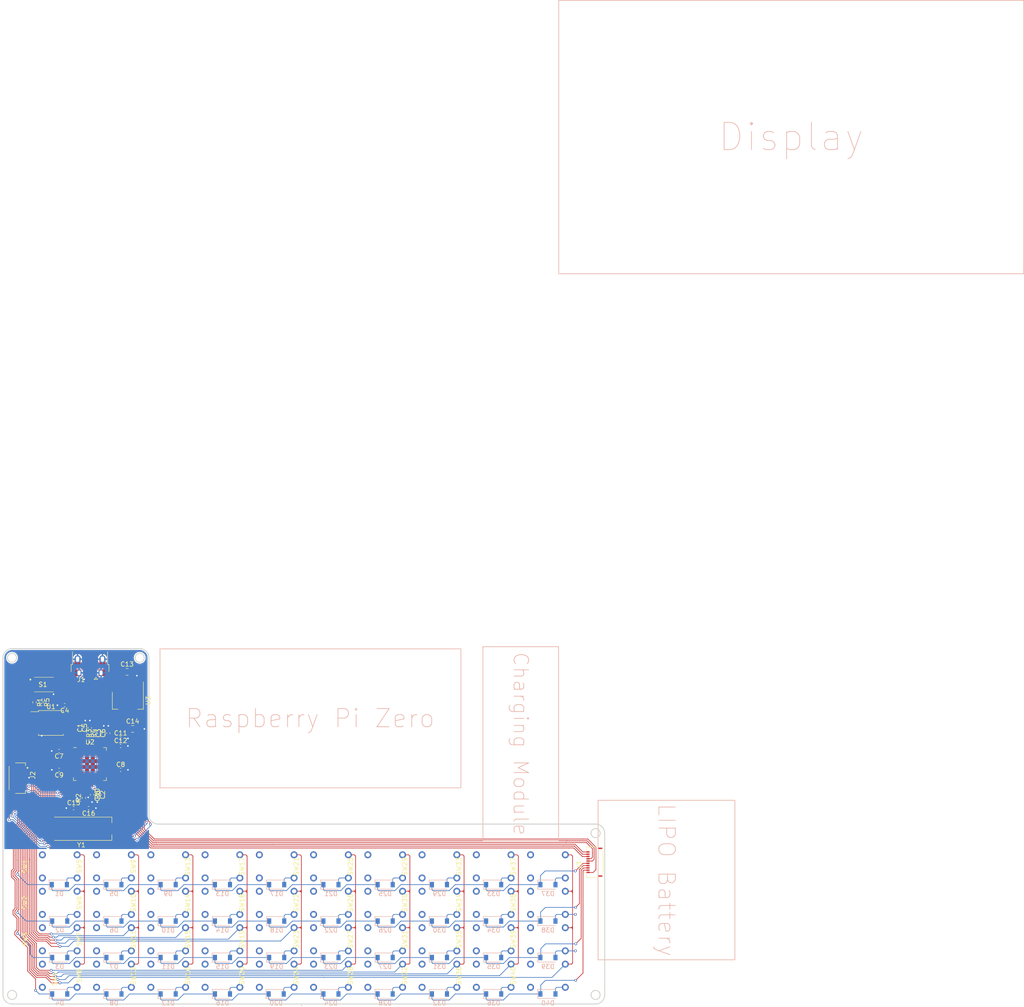
<source format=kicad_pcb>
(kicad_pcb (version 20211014) (generator pcbnew)
  (layers (0 "F.Cu" signal) (31 "B.Cu" signal) (34 "B.Paste" user) (35 "F.Paste" user) (36 "B.SilkS" user "B.Silkscreen") (37 "F.SilkS" user "F.Silkscreen") (38 "B.Mask" user) (39 "F.Mask" user) (44 "Edge.Cuts" user))
  (net 0 "")
  (net 1 "Net-(R4-Pad1)")
  (net 2 "/USB_D-")
  (net 3 "Net-(R3-Pad1)")
  (net 4 "/USB_D+")
  (net 5 "Net-(C16-Pad2)")
  (net 6 "/XOUT_21")
  (net 7 "+3V3")
  (net 8 "/RUN_26")
  (net 9 "/QSPI_SS_56")
  (net 10 "/USB_BOOT")
  (net 11 "GND")
  (net 12 "/Row4")
  (net 13 "/Row5")
  (net 14 "/Col10")
  (net 15 "/Col11")
  (net 16 "/Col12")
  (net 17 "/y_out")
  (net 18 "/x_out")
  (net 19 "/Col0")
  (net 20 "/Col1")
  (net 21 "/Col2")
  (net 22 "/XIN_20")
  (net 26 "unconnected-(U2-Pad36)")
  (net 27 "unconnected-(U2-Pad37)")
  (net 28 "unconnected-(U2-Pad38)")
  (net 29 "unconnected-(U2-Pad41)")
  (net 30 "+1V1")
  (net 31 "/QSPI_SD3_51")
  (net 32 "/QSPI_SCLK_52")
  (net 33 "/QSPI_SD0_53")
  (net 34 "/QSPI_SD2_54")
  (net 35 "/QSPI_SD1_55")
  (net 36 "VBUS")
  (net 37 "Net-(D6-Pad2)")
  (net 38 "/Row3")
  (net 39 "Net-(D5-Pad2)")
  (net 40 "Net-(D4-Pad2)")
  (net 41 "Net-(D2-Pad2)")
  (net 42 "Net-(D1-Pad2)")
  (net 43 "Net-(D3-Pad2)")
  (net 44 "/Col3")
  (net 46 "Net-(D18-Pad2)")
  (net 47 "/Col4")
  (net 48 "Net-(D10-Pad2)")
  (net 49 "Net-(D11-Pad2)")
  (net 50 "Net-(D13-Pad2)")
  (net 51 "Net-(D14-Pad2)")
  (net 52 "Net-(D15-Pad2)")
  (net 53 "Net-(D16-Pad2)")
  (net 54 "Net-(D17-Pad2)")
  (net 55 "Net-(D12-Pad2)")
  (net 56 "Net-(D19-Pad2)")
  (net 57 "Net-(D20-Pad2)")
  (net 58 "Net-(D21-Pad2)")
  (net 59 "/Col5")
  (net 60 "Net-(D22-Pad2)")
  (net 61 "Net-(D23-Pad2)")
  (net 62 "Net-(D24-Pad2)")
  (net 63 "Net-(D25-Pad2)")
  (net 64 "/Col6")
  (net 65 "Net-(D26-Pad2)")
  (net 66 "Net-(D27-Pad2)")
  (net 67 "Net-(D28-Pad2)")
  (net 68 "Net-(D29-Pad2)")
  (net 69 "/Col7")
  (net 70 "Net-(D30-Pad2)")
  (net 71 "Net-(D32-Pad2)")
  (net 72 "Net-(D33-Pad2)")
  (net 73 "/Col8")
  (net 74 "Net-(D34-Pad2)")
  (net 75 "Net-(D35-Pad2)")
  (net 76 "Net-(D36-Pad2)")
  (net 77 "Net-(D37-Pad2)")
  (net 78 "/Col9")
  (net 79 "Net-(D38-Pad2)")
  (net 80 "Net-(D39-Pad2)")
  (net 81 "Net-(D40-Pad2)")
  (net 82 "Net-(D9-Pad2)")
  (net 83 "Net-(D8-Pad2)")
  (net 84 "Net-(D7-Pad2)")
  (net 85 "Net-(D31-Pad2)")
  (net 87 "/Row7")
  (net 88 "/Row2")
  (net 89 "/Row1")
  (net 90 "/Col13")
  (net 91 "/Col14")
  (net 92 "/Col15")
  (net 94 "/Row6")
  (footprint "Connector_USB:USB_Micro-B_Amphenol_10103594-0001LF_Horizontal" (layer "F.Cu") (at 96.72 67.64 180)
    (fp_text reference "J1")
    (fp_text value "USB_B_Micro")
  )
  (footprint "KSA1M331LFT_Footprint:KSA1M331LFT" (layer "F.Cu") (at 113.9 136 90)
    (fp_text reference "SW12")
    (fp_text value "SW_SPST")
  )
  (footprint "KSA1M331LFT_Footprint:KSA1M331LFT" (layer "F.Cu") (at 197.2 128 90)
    (fp_text reference "SW39")
    (fp_text value "SW_SPST")
  )
  (footprint "Capacitor_SMD:C_0402_1005Metric_Pad0.74x0.62mm_HandSolder" (layer "F.Cu") (at 97.19 96.2875 -90)
    (fp_text reference "C10")
    (fp_text value "100n")
  )
  (footprint "Capacitor_SMD:C_0402_1005Metric_Pad0.74x0.62mm_HandSolder" (layer "F.Cu") (at 96.71 81.5925 90)
    (fp_text reference "C5")
    (fp_text value "100n")
  )
  (footprint "KSA1M331LFT_Footprint:KSA1M331LFT" (layer "F.Cu") (at 90.1 120 90)
    (fp_text reference "SW2")
    (fp_text value "SW_SPST")
  )
  (footprint "Capacitor_SMD:C_0402_1005Metric_Pad0.74x0.62mm_HandSolder" (layer "F.Cu") (at 91.2 76.63 180)
    (fp_text reference "C4")
    (fp_text value "100n")
  )
  (footprint "KSA1M331LFT_Footprint:KSA1M331LFT" (layer "F.Cu") (at 173.4 120 90)
    (fp_text reference "SW30")
    (fp_text value "SW_SPST")
  )
  (footprint "KSA1M331LFT_Footprint:KSA1M331LFT" (layer "F.Cu") (at 90.1 112 90)
    (fp_text reference "SW1")
    (fp_text value "SW_SPST")
  )
  (footprint "Capacitor_SMD:C_0402_1005Metric_Pad0.74x0.62mm_HandSolder" (layer "F.Cu") (at 103.4675 90.81)
    (fp_text reference "C8")
    (fp_text value "100n")
  )
  (footprint "Capacitor_SMD:C_0402_1005Metric_Pad0.74x0.62mm_HandSolder" (layer "F.Cu") (at 96.44 99.21 180)
    (fp_text reference "C16")
    (fp_text value "27p")
  )
  (footprint "Capacitor_SMD:C_0805_2012Metric_Pad1.18x1.45mm_HandSolder" (layer "F.Cu") (at 104.87 69.31)
    (fp_text reference "C13")
    (fp_text value "10u")
  )
  (footprint "KSA1M331LFT_Footprint:KSA1M331LFT" (layer "F.Cu") (at 90.1 136 90)
    (fp_text reference "SW4")
    (fp_text value "SW_SPST")
  )
  (footprint "KSA1M331LFT_Footprint:KSA1M331LFT" (layer "F.Cu") (at 102 136 90)
    (fp_text reference "SW8")
    (fp_text value "SW_SPST")
  )
  (footprint "Package_SO:SOIC-8_5.23x5.23mm_P1.27mm" (layer "F.Cu") (at 88.17 80.52)
    (fp_text reference "U1")
    (fp_text value "W25Q128JVS")
  )
  (footprint "KSA1M331LFT_Footprint:KSA1M331LFT" (layer "F.Cu") (at 185.3 112 90)
    (fp_text reference "SW33")
    (fp_text value "SW_SPST")
  )
  (footprint "KSA1M331LFT_Footprint:KSA1M331LFT" (layer "F.Cu") (at 161.5 120 90)
    (fp_text reference "SW26")
    (fp_text value "SW_SPST")
  )
  (footprint "KSA1M331LFT_Footprint:KSA1M331LFT" (layer "F.Cu") (at 102 120 90)
    (fp_text reference "SW6")
    (fp_text value "SW_SPST")
  )
  (footprint "Capacitor_SMD:C_0402_1005Metric_Pad0.74x0.62mm_HandSolder" (layer "F.Cu") (at 103.4575 85.5725)
    (fp_text reference "C12")
    (fp_text value "100n")
  )
  (footprint "KSA1M331LFT_Footprint:KSA1M331LFT" (layer "F.Cu") (at 137.7 112 90)
    (fp_text reference "SW17")
    (fp_text value "SW_SPST")
  )
  (footprint "Resistor_SMD:R_0402_1005Metric_Pad0.72x0.64mm_HandSolder" (layer "F.Cu") (at 84.57 75.99 -90)
    (fp_text reference "R1")
    (fp_text value "1k")
  )
  (footprint "KSA1M331LFT_Footprint:KSA1M331LFT" (layer "F.Cu") (at 113.9 128 90)
    (fp_text reference "SW11")
    (fp_text value "SW_SPST")
  )
  (footprint "KSA1M331LFT_Footprint:KSA1M331LFT" (layer "F.Cu") (at 137.7 136 90)
    (fp_text reference "SW20")
    (fp_text value "SW_SPST")
  )
  (footprint "Resistor_SMD:R_0402_1005Metric_Pad0.72x0.64mm_HandSolder" (layer "F.Cu") (at 86.13 75.99 -90)
    (fp_text reference "R5")
    (fp_text value "10k")
  )
  (footprint "KSA1M331LFT_Footprint:KSA1M331LFT" (layer "F.Cu") (at 113.9 120 90)
    (fp_text reference "SW10")
    (fp_text value "SW_SPST")
  )
  (footprint "KSA1M331LFT_Footprint:KSA1M331LFT" (layer "F.Cu") (at 149.6 128 90)
    (fp_text reference "SW23")
    (fp_text value "SW_SPST")
  )
  (footprint "KSA1M331LFT_Footprint:KSA1M331LFT" (layer "F.Cu") (at 125.8 136 90)
    (fp_text reference "SW16")
    (fp_text value "SW_SPST")
  )
  (footprint "5034801000:MOLEX_5034801000" (layer "F.Cu") (at 205.99 111.08 90)
    (fp_text reference "J3")
    (fp_text value "5034801000")
  )
  (footprint "5034801000:MOLEX_5034801000" (layer "F.Cu") (at 82.289568 92.63 -90)
    (fp_text reference "J2")
    (fp_text value "5034801000")
  )
  (footprint "KSA1M331LFT_Footprint:KSA1M331LFT" (layer "F.Cu") (at 185.3 136 90)
    (fp_text reference "SW36")
    (fp_text value "SW_SPST")
  )
  (footprint "Resistor_SMD:R_0402_1005Metric_Pad0.72x0.64mm_HandSolder" (layer "F.Cu") (at 98.74 82.77 90)
    (fp_text reference "R4")
    (fp_text value "27.4")
  )
  (footprint "Capacitor_SMD:C_0805_2012Metric_Pad1.18x1.45mm_HandSolder" (layer "F.Cu") (at 106.1 81.83)
    (fp_text reference "C14")
    (fp_text value "10u")
  )
  (footprint "KSA1M331LFT_Footprint:KSA1M331LFT" (layer "F.Cu") (at 161.5 136 90)
    (fp_text reference "SW28")
    (fp_text value "SW_SPST")
  )
  (footprint "KSA1M331LFT_Footprint:KSA1M331LFT" (layer "F.Cu") (at 125.8 120 90)
    (fp_text reference "SW14")
    (fp_text value "SW_SPST")
  )
  (footprint "Capacitor_SMD:C_0402_1005Metric_Pad0.74x0.62mm_HandSolder" (layer "F.Cu") (at 95.71 81.5925 90)
    (fp_text reference "C1")
    (fp_text value "100n")
  )
  (footprint "KSA1M331LFT_Footprint:KSA1M331LFT" (layer "F.Cu") (at 161.5 112 90)
    (fp_text reference "SW25")
    (fp_text value "SW_SPST")
  )
  (footprint "KSA1M331LFT_Footprint:KSA1M331LFT" (layer "F.Cu") (at 90.1 128 90)
    (fp_text reference "SW3")
    (fp_text value "SW_SPST")
  )
  (footprint "KSA1M331LFT_Footprint:KSA1M331LFT" (layer "F.Cu") (at 197.2 112 90)
    (fp_text reference "SW37")
    (fp_text value "SW_SPST")
  )
  (footprint "Resistor_SMD:R_0402_1005Metric_Pad0.72x0.64mm_HandSolder" (layer "F.Cu") (at 97.72 82.765 90)
    (fp_text reference "R3")
    (fp_text value "27.4")
  )
  (footprint "KSA1M331LFT_Footprint:KSA1M331LFT" (layer "F.Cu") (at 149.6 120 90)
    (fp_text reference "SW22")
    (fp_text value "SW_SPST")
  )
  (footprint "KSA1M331LFT_Footprint:KSA1M331LFT" (layer "F.Cu") (at 185.3 120 90)
    (fp_text reference "SW34")
    (fp_text value "SW_SPST")
  )
  (footprint "Capacitor_SMD:C_0402_1005Metric_Pad0.74x0.62mm_HandSolder" (layer "F.Cu") (at 89.9725 90.81 180)
    (fp_text reference "C9")
    (fp_text value "100n")
  )
  (footprint "Capacitor_SMD:C_0402_1005Metric_Pad0.74x0.62mm_HandSolder" (layer "F.Cu") (at 99.75 82.7625 90)
    (fp_text reference "C3")
    (fp_text value "1u")
  )
  (footprint "Capacitor_SMD:C_0402_1005Metric_Pad0.74x0.62mm_HandSolder" (layer "F.Cu") (at 103.4575 83.9125)
    (fp_text reference "C11")
    (fp_text value "100n")
  )
  (footprint "Capacitor_SMD:C_0402_1005Metric_Pad0.74x0.62mm_HandSolder" (layer "F.Cu") (at 98.35 96.29 -90)
    (fp_text reference "C2")
    (fp_text value "100n")
  )
  (footprint "KSA1M331LFT_Footprint:KSA1M331LFT" (layer "F.Cu") (at 173.4 128 90)
    (fp_text reference "SW31")
    (fp_text value "SW_SPST")
  )
  (footprint "Resistor_SMD:R_0402_1005Metric_Pad0.72x0.64mm_HandSolder" (layer "F.Cu") (at 99.55 96.28 90)
    (fp_text reference "R6")
    (fp_text value "10k")
  )
  (footprint "Capacitor_SMD:C_0402_1005Metric_Pad0.74x0.62mm_HandSolder" (layer "F.Cu") (at 93.15 99.21)
    (fp_text reference "C15")
    (fp_text value "27p")
  )
  (footprint "KSA1M331LFT_Footprint:KSA1M331LFT" (layer "F.Cu") (at 149.6 112 90)
    (fp_text reference "SW21")
    (fp_text value "SW_SPST")
  )
  (footprint "KSA1M331LFT_Footprint:KSA1M331LFT" (layer "F.Cu") (at 197.2 120 90)
    (fp_text reference "SW38")
    (fp_text value "SW_SPST")
  )
  (footprint "Capacitor_SMD:C_0402_1005Metric_Pad0.74x0.62mm_HandSolder" (layer "F.Cu") (at 100.75 82.7625 90)
    (fp_text reference "C6")
    (fp_text value "1u")
  )
  (footprint "KSA1M331LFT_Footprint:KSA1M331LFT" (layer "F.Cu") (at 173.4 136 90)
    (fp_text reference "SW32")
    (fp_text value "SW_SPST")
  )
  (footprint "PTS810SJK250SMTRLFS:PTS810SJG250SMTRLFS" (layer "F.Cu") (at 86.66 72.09)
    (fp_text reference "S1")
    (fp_text value "PTS810SJK250SMTRLFS")
  )
  (footprint "KSA1M331LFT_Footprint:KSA1M331LFT" (layer "F.Cu") (at 102 128 90)
    (fp_text reference "SW7")
    (fp_text value "SW_SPST")
  )
  (footprint "RP2040_minimal:RP2040-QFN-56" (layer "F.Cu") (at 96.72 89.5425)
    (fp_text reference "U2")
    (fp_text value "RP2040")
  )
  (footprint "KSA1M331LFT_Footprint:KSA1M331LFT" (layer "F.Cu") (at 113.9 112 90)
    (fp_text reference "SW9")
    (fp_text value "SW_SPST")
  )
  (footprint "KSA1M331LFT_Footprint:KSA1M331LFT" (layer "F.Cu") (at 125.8 112 90)
    (fp_text reference "SW13")
    (fp_text value "SW_SPST")
  )
  (footprint "KSA1M331LFT_Footprint:KSA1M331LFT" (layer "F.Cu") (at 137.7 120 90)
    (fp_text reference "SW18")
    (fp_text value "SW_SPST")
  )
  (footprint "KSA1M331LFT_Footprint:KSA1M331LFT" (layer "F.Cu") (at 125.8 128 90)
    (fp_text reference "SW15")
    (fp_text value "SW_SPST")
  )
  (footprint "KSA1M331LFT_Footprint:KSA1M331LFT" (layer "F.Cu") (at 102 112 90)
    (fp_text reference "SW5")
    (fp_text value "SW_SPST")
  )
  (footprint "KSA1M331LFT_Footprint:KSA1M331LFT" (layer "F.Cu") (at 185.3 128 90)
    (fp_text reference "SW35")
    (fp_text value "SW_SPST")
  )
  (footprint "KSA1M331LFT_Footprint:KSA1M331LFT" (layer "F.Cu") (at 161.5 128 90)
    (fp_text reference "SW27")
    (fp_text value "SW_SPST")
  )
  (footprint "KSA1M331LFT_Footprint:KSA1M331LFT" (layer "F.Cu") (at 149.6 136 90)
    (fp_text reference "SW24")
    (fp_text value "SW_SPST")
  )
  (footprint "Package_TO_SOT_SMD:SOT-223-3_TabPin2" (layer "F.Cu") (at 105.04 75.59 -90)
    (fp_text reference "U3")
    (fp_text value "NCP1117-3.3_SOT223")
  )
  (footprint "Resistor_SMD:R_0402_1005Metric_Pad0.72x0.64mm_HandSolder" (layer "F.Cu") (at 95.4 96.97 90)
    (fp_text reference "R2")
    (fp_text value "1k")
  )
  (footprint "RP2040_minimal:Crystal_SMD_HC49-US" (layer "F.Cu") (at 94.84 103.74 180)
    (fp_text reference "Y1")
    (fp_text value "ABLS-12.000MHZ-B4-T")
  )
  (footprint "KSA1M331LFT_Footprint:KSA1M331LFT" (layer "F.Cu") (at 173.4 112 90)
    (fp_text reference "SW29")
    (fp_text value "SW_SPST")
  )
  (footprint "KSA1M331LFT_Footprint:KSA1M331LFT" (layer "F.Cu") (at 197.2 136 90)
    (fp_text reference "SW40")
    (fp_text value "SW_SPST")
  )
  (footprint "KSA1M331LFT_Footprint:KSA1M331LFT" (layer "F.Cu") (at 137.7 128 90)
    (fp_text reference "SW19")
    (fp_text value "SW_SPST")
  )
  (footprint "Capacitor_SMD:C_0402_1005Metric_Pad0.74x0.62mm_HandSolder" (layer "F.Cu") (at 89.95 86.6725 180)
    (fp_text reference "C7")
    (fp_text value "100n")
  )
  (footprint "Diode_SMD:D_SOD-123" (layer "B.Cu") (at 161.5 124.0028)
    (fp_text reference "D26")
    (fp_text value "D_Small")
  )
  (footprint "Diode_SMD:D_SOD-123" (layer "B.Cu") (at 185.293 132.0038)
    (fp_text reference "D35")
    (fp_text value "D_Small")
  )
  (footprint "Diode_SMD:D_SOD-123" (layer "B.Cu") (at 149.6 116.0018)
    (fp_text reference "D21")
    (fp_text value "D_Small")
  )
  (footprint "Diode_SMD:D_SOD-123" (layer "B.Cu") (at 173.4 132.0038)
    (fp_text reference "D31")
    (fp_text value "D_Small")
  )
  (footprint "Diode_SMD:D_SOD-123" (layer "B.Cu") (at 197.2 140.0048)
    (fp_text reference "D40")
    (fp_text value "D_Small")
  )
  (footprint "Diode_SMD:D_SOD-123" (layer "B.Cu") (at 113.8936 124.0028)
    (fp_text reference "D10")
    (fp_text value "D_Small")
  )
  (footprint "Diode_SMD:D_SOD-123" (layer "B.Cu") (at 102 140.0048)
    (fp_text reference "D8")
    (fp_text value "D_Small")
  )
  (footprint "Diode_SMD:D_SOD-123" (layer "B.Cu") (at 137.5918 140.0048)
    (fp_text reference "D20")
    (fp_text value "D_Small")
  )
  (footprint "Diode_SMD:D_SOD-123" (layer "B.Cu") (at 173.4 124.0028)
    (fp_text reference "D30")
    (fp_text value "D_Small")
  )
  (footprint "Diode_SMD:D_SOD-123" (layer "B.Cu") (at 161.4932 140.0048)
    (fp_text reference "D28")
    (fp_text value "D_Small")
  )
  (footprint "Diode_SMD:D_SOD-123" (layer "B.Cu") (at 125.8 116.0018)
    (fp_text reference "D13")
    (fp_text value "D_Small")
  )
  (footprint "Diode_SMD:D_SOD-123" (layer "B.Cu") (at 90.1 132.0038)
    (fp_text reference "D3")
    (fp_text value "D_Small")
  )
  (footprint "Diode_SMD:D_SOD-123" (layer "B.Cu") (at 185.293 116.0018)
    (fp_text reference "D33")
    (fp_text value "D_Small")
  )
  (footprint "Diode_SMD:D_SOD-123" (layer "B.Cu") (at 90.0938 140.0048)
    (fp_text reference "D4")
    (fp_text value "D_Small")
  )
  (footprint "Diode_SMD:D_SOD-123" (layer "B.Cu") (at 90.1 124.0028)
    (fp_text reference "D2")
    (fp_text value "D_Small")
  )
  (footprint "Diode_SMD:D_SOD-123" (layer "B.Cu") (at 161.5 116.0018)
    (fp_text reference "D25")
    (fp_text value "D_Small")
  )
  (footprint "Diode_SMD:D_SOD-123" (layer "B.Cu") (at 197.2 132.0038)
    (fp_text reference "D39")
    (fp_text value "D_Small")
  )
  (footprint "Diode_SMD:D_SOD-123" (layer "B.Cu") (at 185.3 140.0048)
    (fp_text reference "D36")
    (fp_text value "D_Small")
  )
  (footprint "Diode_SMD:D_SOD-123" (layer "B.Cu") (at 197.2 116.0018)
    (fp_text reference "D37")
    (fp_text value "D_Small")
  )
  (footprint "Diode_SMD:D_SOD-123" (layer "B.Cu") (at 137.7 132.0038)
    (fp_text reference "D19")
    (fp_text value "D_Small")
  )
  (footprint "Diode_SMD:D_SOD-123" (layer "B.Cu") (at 102 124.0028)
    (fp_text reference "D6")
    (fp_text value "D_Small")
  )
  (footprint "Diode_SMD:D_SOD-123" (layer "B.Cu") (at 161.5 132.0038)
    (fp_text reference "D27")
    (fp_text value "D_Small")
  )
  (footprint "Diode_SMD:D_SOD-123" (layer "B.Cu") (at 137.6934 116.0018)
    (fp_text reference "D17")
    (fp_text value "D_Small")
  )
  (footprint "Diode_SMD:D_SOD-123" (layer "B.Cu") (at 125.8 132.0038)
    (fp_text reference "D15")
    (fp_text value "D_Small")
  )
  (footprint "Diode_SMD:D_SOD-123" (layer "B.Cu") (at 149.6 132.0038)
    (fp_text reference "D23")
    (fp_text value "D_Small")
  )
  (footprint "Diode_SMD:D_SOD-123" (layer "B.Cu") (at 101.981 116.0018)
    (fp_text reference "D5")
    (fp_text value "D_Small")
  )
  (footprint "Diode_SMD:D_SOD-123" (layer "B.Cu") (at 173.4 140.0048)
    (fp_text reference "D32")
    (fp_text value "D_Small")
  )
  (footprint "Diode_SMD:D_SOD-123" (layer "B.Cu") (at 113.8936 132.0038)
    (fp_text reference "D11")
    (fp_text value "D_Small")
  )
  (footprint "Diode_SMD:D_SOD-123" (layer "B.Cu") (at 149.6 140.0048)
    (fp_text reference "D24")
    (fp_text value "D_Small")
  )
  (footprint "Diode_SMD:D_SOD-123" (layer "B.Cu") (at 173.4 116.0018)
    (fp_text reference "D29")
    (fp_text value "D_Small")
  )
  (footprint "Diode_SMD:D_SOD-123" (layer "B.Cu") (at 90.0176 116.0018)
    (fp_text reference "D1")
    (fp_text value "D_Small")
  )
  (footprint "Diode_SMD:D_SOD-123" (layer "B.Cu") (at 125.8 124.0028)
    (fp_text reference "D14")
    (fp_text value "D_Small")
  )
  (footprint "Diode_SMD:D_SOD-123" (layer "B.Cu") (at 185.293 124.0028)
    (fp_text reference "D34")
    (fp_text value "D_Small")
  )
  (footprint "Diode_SMD:D_SOD-123" (layer "B.Cu") (at 197.2 124.0028)
    (fp_text reference "D38")
    (fp_text value "D_Small")
  )
  (footprint "Diode_SMD:D_SOD-123" (layer "B.Cu") (at 137.7 124.0028)
    (fp_text reference "D18")
    (fp_text value "D_Small")
  )
  (footprint "Diode_SMD:D_SOD-123" (layer "B.Cu") (at 149.6 124.0028)
    (fp_text reference "D22")
    (fp_text value "D_Small")
  )
  (footprint "Diode_SMD:D_SOD-123" (layer "B.Cu") (at 113.8936 140.0048)
    (fp_text reference "D12")
    (fp_text value "D_Small")
  )
  (footprint "Diode_SMD:D_SOD-123" (layer "B.Cu") (at 102 132.0038)
    (fp_text reference "D7")
    (fp_text value "D_Small")
  )
  (footprint "Diode_SMD:D_SOD-123" (layer "B.Cu") (at 125.8 140.0048)
    (fp_text reference "D16")
    (fp_text value "D_Small")
  )
  (footprint "Diode_SMD:D_SOD-123" (layer "B.Cu") (at 113.8936 116.0018)
    (fp_text reference "D9")
    (fp_text value "D_Small")
  )
  (gr_line (start 178.1 94.762) (end 178.1 64.262) (layer "B.SilkS") (width 0.15))
  (gr_line (start 182.9366 63.79) (end 182.9366 106.39) (layer "B.SilkS") (width 0.15))
  (gr_line (start 301.57 -18.08) (end 301.57 -78.08) (layer "B.SilkS") (width 0.15))
  (gr_line (start 182.9366 63.79) (end 199.5366 63.79) (layer "B.SilkS") (width 0.15))
  (gr_line (start 208.2 132.5) (end 238.2 132.5) (layer "B.SilkS") (width 0.15))
  (gr_line (start 199.57 -18.08) (end 199.57 -78.08) (layer "B.SilkS") (width 0.15))
  (gr_line (start 208.2 97.5) (end 238.2 97.5) (layer "B.SilkS") (width 0.15))
  (gr_line (start 199.57 -18.08) (end 301.57 -18.08) (layer "B.SilkS") (width 0.15))
  (gr_line (start 112.1 94.762) (end 112.1 64.262) (layer "B.SilkS") (width 0.15))
  (gr_line (start 111.973 94.762) (end 177.973 94.762) (layer "B.SilkS") (width 0.15))
  (gr_line (start 182.9366 106.39) (end 199.5366 106.39) (layer "B.SilkS") (width 0.15))
  (gr_line (start 199.5366 63.79) (end 199.5366 106.39) (layer "B.SilkS") (width 0.15))
  (gr_line (start 112.1 64.262) (end 178.1 64.262) (layer "B.SilkS") (width 0.15))
  (gr_line (start 238.2 97.5) (end 238.2 132.5) (layer "B.SilkS") (width 0.15))
  (gr_line (start 208.2 97.5) (end 208.2 132.5) (layer "B.SilkS") (width 0.15))
  (gr_line (start 199.57 -78.08) (end 301.57 -78.08) (layer "B.SilkS") (width 0.15))
  (gr_line (start 79.65 142.21) (end 207.65 142.21) (layer "Edge.Cuts") (width 0.2))
  (gr_circle (center 207.65 140.21) (end 208.65 140.21) (layer "Edge.Cuts") (width 0.2) (fill none))
  (gr_arc (start 209.65 140.21) (mid 209.064212 141.624199) (end 207.65 142.21) (layer "Edge.Cuts") (width 0.2))
  (gr_arc (start 111.65 102.71) (mid 110.23582 102.124196) (end 109.65 100.71) (layer "Edge.Cuts") (width 0.2))
  (gr_line (start 109.65 100.71) (end 109.65 98.21) (layer "Edge.Cuts") (width 0.2))
  (gr_arc (start 107.65 64.21) (mid 109.064247 64.795769) (end 109.65 66.21) (layer "Edge.Cuts") (width 0.2))
  (gr_arc (start 77.65 66.21) (mid 78.235785 64.795772) (end 79.65 64.21) (layer "Edge.Cuts") (width 0.2))
  (gr_line (start 111.65 102.71) (end 207.65 102.71) (layer "Edge.Cuts") (width 0.2))
  (gr_circle (center 79.629776 66.21) (end 80.629776 66.21) (layer "Edge.Cuts") (width 0.2) (fill none))
  (gr_line (start 77.65 140.21) (end 77.65 66.21) (layer "Edge.Cuts") (width 0.2))
  (gr_arc (start 207.65 102.71) (mid 209.064247 103.295769) (end 209.65 104.71) (layer "Edge.Cuts") (width 0.2))
  (gr_circle (center 207.65 104.71) (end 208.65 104.71) (layer "Edge.Cuts") (width 0.2) (fill none))
  (gr_arc (start 79.65 142.21) (mid 78.23582 141.624196) (end 77.65 140.21) (layer "Edge.Cuts") (width 0.2))
  (gr_line (start 209.65 108.21) (end 209.65 140.21) (layer "Edge.Cuts") (width 0.2))
  (gr_line (start 209.65 106.21) (end 209.65 104.71) (layer "Edge.Cuts") (width 0.2))
  (gr_line (start 109.65 66.21) (end 109.65 98.21) (layer "Edge.Cuts") (width 0.2))
  (gr_circle (center 79.65 140.21) (end 80.65 140.21) (layer "Edge.Cuts") (width 0.2) (fill none))
  (gr_line (start 79.65 64.21) (end 107.65 64.21) (layer "Edge.Cuts") (width 0.2))
  (gr_line (start 209.65 106.21) (end 209.65 108.21) (layer "Edge.Cuts") (width 0.2))
  (gr_circle (center 107.65 66.21) (end 108.65 66.21) (layer "Edge.Cuts") (width 0.2) (fill none))
  (gr_text "Raspberry Pi Zero" (at 145.0365 79.512) (layer "B.SilkS") (effects (font (size 4 4))))
  (gr_text "Display" (at 250.57 -48.08) (layer "B.SilkS") (effects (font (size 6 6))))
  (gr_text "Charging Module" (at 191.2366 85.09 270) (layer "B.SilkS") (effects (font (size 3.2 3.2))))
  (gr_text "LIPO Battery" (at 223.2 115 270) (layer "B.SilkS") (effects (font (size 3.6 3.6))))
  (segment (start 98.74 84.1825) (end 98.74 83.3675) (width 0.2) (layer "F.Cu") (net 1))
  (segment (start 98.12 86.105) (end 98.12 84.8025) (width 0.2) (layer "F.Cu") (net 1))
  (segment (start 98.12 84.8025) (end 98.74 84.1825) (width 0.2) (layer "F.Cu") (net 1))
  (segment (start 97.395 69.405) (end 97.395 71.275) (width 0.4) (layer "F.Cu") (net 2))
  (segment (start 97.4 77.942924) (end 97.4 71.28) (width 0.8) (layer "F.Cu") (net 2))
  (segment (start 98.7025 79.245424) (end 98.7025 82.135) (width 0.8) (layer "F.Cu") (net 2))
  (segment (start 97.395 71.275) (end 97.4 71.28) (width 0.4) (layer "F.Cu") (net 2))
  (segment (start 97.4 77.942924) (end 98.7025 79.245424) (width 0.8) (layer "F.Cu") (net 2))
  (segment (start 98.7025 82.135) (end 98.74 82.1725) (width 0.8) (layer "F.Cu") (net 2))
  (segment (start 97.72 83.3625) (end 97.72 86.105) (width 0.2) (layer "F.Cu") (net 3))
  (segment (start 96.45048 70.92452) (end 96.45048 71.24) (width 0.4) (layer "F.Cu") (net 4))
  (segment (start 96.745 69.405) (end 96.745 70.63) (width 0.4) (layer "F.Cu") (net 4))
  (segment (start 96.745 70.63) (end 96.45048 70.92452) (width 0.4) (layer "F.Cu") (net 4))
  (segment (start 97.7525 79.638248) (end 97.7525 82.135) (width 0.8) (layer "F.Cu") (net 4))
  (segment (start 96.45048 78.336228) (end 96.45048 71.24) (width 0.8) (layer "F.Cu") (net 4))
  (segment (start 97.7525 82.135) (end 97.72 82.1675) (width 0.8) (layer "F.Cu") (net 4))
  (segment (start 96.45048 78.336228) (end 97.7525 79.638248) (width 0.8) (layer "F.Cu") (net 4))
  (segment (start 95.8725 99.21) (end 95.87 99.21) (width 0.15) (layer "F.Cu") (net 5))
  (segment (start 99.34 103.74) (end 96.3 103.74) (width 0.15) (layer "F.Cu") (net 5))
  (segment (start 95.04 100.55) (end 95.04 102.48) (width 0.15) (layer "F.Cu") (net 5))
  (segment (start 95.87 99.21) (end 95.04 100.04) (width 0.15) (layer "F.Cu") (net 5))
  (segment (start 95.8725 98.6625) (end 95.55 98.34) (width 0.15) (layer "F.Cu") (net 5))
  (segment (start 95.8725 99.21) (end 95.8725 98.6625) (width 0.15) (layer "F.Cu") (net 5))
  (segment (start 95.04 100.04) (end 95.04 100.55) (width 0.15) (layer "F.Cu") (net 5))
  (segment (start 95.55 98.34) (end 95.55 97.5675) (width 0.15) (layer "F.Cu") (net 5))
  (segment (start 96.3 103.74) (end 95.04 102.48) (width 0.15) (layer "F.Cu") (net 5))
  (segment (start 96.52 94.92) (end 95.55 95.89) (width 0.15) (layer "F.Cu") (net 6))
  (segment (start 96.52 92.98) (end 96.52 94.92) (width 0.15) (layer "F.Cu") (net 6))
  (segment (start 95.55 95.89) (end 95.55 96.3725) (width 0.15) (layer "F.Cu") (net 6))
  (segment (start 90.8075 90.5425) (end 90.54 90.81) (width 0.2) (layer "F.Cu") (net 7))
  (segment (start 100.1575 86.9425) (end 99.3325 86.9425) (width 0.2) (layer "F.Cu") (net 7))
  (segment (start 99.32 85.6525) (end 99.68 85.2925) (width 0.2) (layer "F.Cu") (net 7))
  (segment (start 93.2825 90.5425) (end 90.8075 90.5425) (width 0.2) (layer "F.Cu") (net 7))
  (segment (start 97.194011 85.185989) (end 97.194011 83.954011) (width 0.2) (layer "F.Cu") (net 7))
  (segment (start 102.6325 90.5425) (end 102.9 90.81) (width 0.2) (layer "F.Cu") (net 7))
  (segment (start 98.92 86.82) (end 99.1 87) (width 0.2) (layer "F.Cu") (net 7))
  (segment (start 97.19 95.36) (end 96.92 95.09) (width 0.2) (layer "F.Cu") (net 7))
  (segment (start 99.32 86.93) (end 99.32 86.105) (width 0.2) (layer "F.Cu") (net 7))
  (segment (start 98.92 86.105) (end 98.92 86.82) (width 0.2) (layer "F.Cu") (net 7))
  (segment (start 96.79 82.24) (end 96.71 82.16) (width 0.2) (layer "F.Cu") (net 7))
  (segment (start 96.92 95.09) (end 96.92 92.98) (width 0.2) (layer "F.Cu") (net 7))
  (segment (start 96.79 83.55) (end 96.79 82.24) (width 0.2) (layer "F.Cu") (net 7))
  (segment (start 100.1575 90.5425) (end 102.6325 90.5425) (width 0.2) (layer "F.Cu") (net 7))
  (segment (start 97.194011 83.954011) (end 96.79 83.55) (width 0.2) (layer "F.Cu") (net 7))
  (segment (start 98.92 86.105) (end 98.92 85.396796) (width 0.2) (layer "F.Cu") (net 7))
  (segment (start 96.92 86.105) (end 96.92 85.46) (width 0.2) (layer "F.Cu") (net 7))
  (segment (start 99.32 86.105) (end 99.32 85.6525) (width 0.2) (layer "F.Cu") (net 7))
  (segment (start 97.32 86.105) (end 97.32 85.311978) (width 0.2) (layer "F.Cu") (net 7))
  (segment (start 96.92 85.46) (end 97.194011 85.185989) (width 0.2) (layer "F.Cu") (net 7))
  (segment (start 97.19 95.72) (end 97.19 95.36) (width 0.2) (layer "F.Cu") (net 7))
  (segment (start 97.32 85.311978) (end 97.194011 85.185989) (width 0.2) (layer "F.Cu") (net 7))
  (segment (start 99.3325 86.9425) (end 99.32 86.93) (width 0.2) (layer "F.Cu") (net 7))
  (segment (start 98.92 85.396796) (end 99.347148 84.969648) (width 0.2) (layer "F.Cu") (net 7))
  (segment (start 98.52 94.01) (end 99.55 95.04) (width 0.15) (layer "F.Cu") (net 8))
  (segment (start 98.52 92.98) (end 98.52 94.01) (width 0.15) (layer "F.Cu") (net 8))
  (segment (start 99.55 95.04) (end 99.55 95.6825) (width 0.15) (layer "F.Cu") (net 8))
  (segment (start 83.355 78.615) (end 84.57 78.615) (width 0.15) (layer "F.Cu") (net 9))
  (segment (start 94.12 85.69) (end 92.97 84.54) (width 0.15) (layer "F.Cu") (net 9))
  (segment (start 94.12 86.105) (end 94.12 85.69) (width 0.15) (layer "F.Cu") (net 9))
  (segment (start 83.28 84.54) (end 82.28 83.54) (width 0.15) (layer "F.Cu") (net 9))
  (segment (start 82.28 79.69) (end 83.355 78.615) (width 0.15) (layer "F.Cu") (net 9))
  (segment (start 84.57 76.5875) (end 86.13 76.5875) (width 0.15) (layer "F.Cu") (net 9))
  (segment (start 84.57 76.5875) (end 84.57 78.615) (width 0.15) (layer "F.Cu") (net 9))
  (segment (start 92.97 84.54) (end 83.28 84.54) (width 0.15) (layer "F.Cu") (net 9))
  (segment (start 82.28 83.54) (end 82.28 79.69) (width 0.15) (layer "F.Cu") (net 9))
  (segment (start 84.57 75.3925) (end 84.585 75.3775) (width 0.15) (layer "F.Cu") (net 10))
  (segment (start 84.585 75.3775) (end 84.585 73.165) (width 0.15) (layer "F.Cu") (net 10))
  (segment (start 83.23 92.38) (end 83.37 92.52) (width 0.15) (layer "F.Cu") (net 11))
  (segment (start 90.63 76.63) (end 89.595 76.63) (width 0.2) (layer "F.Cu") (net 11))
  (segment (start 99.475 66.525) (end 97.975 66.525) (width 0.2) (layer "F.Cu") (net 11))
  (segment (start 95.71 81.025) (end 95.71 79.99) (width 0.2) (layer "F.Cu") (net 11))
  (segment (start 95.515 66.525) (end 95.785 66.255) (width 0.2) (layer "F.Cu") (net 11))
  (segment (start 97.0075 99.21) (end 97.0075 98.7175) (width 0.15) (layer "F.Cu") (net 11))
  (segment (start 97.975 66.525) (end 97.705 66.255) (width 0.2) (layer "F.Cu") (net 11))
  (segment (start 105.9075 69.31) (end 106.18 69.31) (width 0.2) (layer "F.Cu") (net 11))
  (segment (start 107.1375 81.83) (end 108.67 81.83) (width 0.2) (layer "F.Cu") (net 11))
  (segment (start 97.005 99.21) (end 98.04 99.21) (width 0.2) (layer "F.Cu") (net 11))
  (segment (start 106.18 69.31) (end 107.015 70.145) (width 0.2) (layer "F.Cu") (net 11))
  (segment (start 95.72 94.52) (end 93.94 96.3) (width 0.2) (layer "F.Cu") (net 11))
  (segment (start 107.015 70.145) (end 107.21 70.34) (width 0.2) (layer "F.Cu") (net 11))
  (segment (start 89.4 90.8075) (end 88.365 90.8075) (width 0.2) (layer "F.Cu") (net 11))
  (segment (start 99.76 82.19) (end 99.76 81.155) (width 0.2) (layer "F.Cu") (net 11))
  (segment (start 85.245 82.425) (end 86.15 83.33) (width 0.15) (layer "F.Cu") (net 11))
  (segment (start 92.58 99.21) (end 91.545 99.21) (width 0.2) (layer "F.Cu") (net 11))
  (segment (start 107.21 70.34) (end 107.34 70.47) (width 0.2) (layer "F.Cu") (net 11))
  (segment (start 95.72 92.98) (end 95.72 94.52) (width 0.2) (layer "F.Cu") (net 11))
  (segment (start 97.0075 98.7175) (end 96.43 98.14) (width 0.15) (layer "F.Cu") (net 11))
  (segment (start 88.74 73.18) (end 88.74 74.215) (width 0.2) (layer "F.Cu") (net 11))
  (segment (start 82.289568 92.38) (end 83.23 92.38) (width 0.15) (layer "F.Cu") (net 11))
  (segment (start 104.03 83.91) (end 105.065 83.91) (width 0.2) (layer "F.Cu") (net 11))
  (segment (start 96.71 81.025) (end 96.71 79.99) (width 0.2) (layer "F.Cu") (net 11))
  (segment (start 93.94 96.3) (end 93.94 97.02) (width 0.2) (layer "F.Cu") (net 11))
  (segment (start 98.35 96.86) (end 98.35 97.895) (width 0.2) (layer "F.Cu") (net 11))
  (segment (start 100.76 82.19) (end 100.76 81.155) (width 0.2) (layer "F.Cu") (net 11))
  (segment (start 104.02 85.57) (end 105.055 85.57) (width 0.2) (layer "F.Cu") (net 11))
  (segment (start 94.015 66.525) (end 95.515 66.525) (width 0.2) (layer "F.Cu") (net 11))
  (segment (start 84.57 82.425) (end 85.245 82.425) (width 0.15) (layer "F.Cu") (net 11))
  (segment (start 95.45 69.41) (end 95.45 70.9425) (width 0.2) (layer "F.Cu") (net 11))
  (segment (start 107.34 70.47) (end 107.34 72.44) (width 0.2) (layer "F.Cu") (net 11))
  (segment (start 104.03 90.81) (end 105.065 90.81) (width 0.2) (layer "F.Cu") (net 11))
  (segment (start 97.19 96.85) (end 97.19 97.885) (width 0.2) (layer "F.Cu") (net 11))
  (segment (start 89.37 86.67) (end 88.335 86.67) (width 0.2) (layer "F.Cu") (net 11))
  (via (at 105.065 90.81) (size 0.6) (drill 0.35) (layers "F.Cu" "B.Cu") (net 11))
  (via (at 96.71 79.99) (size 0.6) (drill 0.35) (layers "F.Cu" "B.Cu") (net 11))
  (via (at 100.76 81.155) (size 0.6) (drill 0.35) (layers "F.Cu" "B.Cu") (net 11))
  (via (at 91.545 99.21) (size 0.6) (drill 0.35) (layers "F.Cu" "B.Cu") (net 11))
  (via (at 88.335 86.67) (size 0.6) (drill 0.35) (layers "F.Cu" "B.Cu") (net 11))
  (via (at 89.595 76.63) (size 0.6) (drill 0.35) (layers "F.Cu" "B.Cu") (net 11))
  (via (at 105.055 85.57) (size 0.6) (drill 0.35) (layers "F.Cu" "B.Cu") (net 11))
  (via (at 105.065 83.91) (size 0.6) (drill 0.35) (layers "F.Cu" "B.Cu") (net 11))
  (via (at 93.94 97.02) (size 0.6) (drill 0.35) (layers "F.Cu" "B.Cu") (net 11))
  (via (at 83.37 92.52) (size 0.6) (drill 0.35) (layers "F.Cu" "B.Cu") (net 11))
  (via (at 108.67 81.83) (size 0.6) (drill 0.35) (layers "F.Cu" "B.Cu") (net 11))
  (via (at 97.19 97.885) (size 0.6) (drill 0.35) (layers "F.Cu" "B.Cu") (net 11))
  (via (at 98.04 99.21) (size 0.6) (drill 0.35) (layers "F.Cu" "B.Cu") (net 11))
  (via (at 95.71 79.99) (size 0.6) (drill 0.35) (layers "F.Cu" "B.Cu") (net 11))
  (via (at 88.365 90.8075) (size 0.6) (drill 0.35) (layers "F.Cu" "B.Cu") (net 11))
  (via (at 98.35 97.895) (size 0.6) (drill 0.35) (layers "F.Cu" "B.Cu") (net 11))
  (via (at 99.76 81.155) (size 0.6) (drill 0.35) (layers "F.Cu" "B.Cu") (net 11))
  (via (at 95.45 70.9425) (size 0.6) (drill 0.35) (layers "F.Cu" "B.Cu") (net 11))
  (via (at 88.74 74.215) (size 0.6) (drill 0.35) (layers "F.Cu" "B.Cu") (net 11))
  (via (at 86.15 83.33) (size 0.6) (drill 0.35) (layers "F.Cu" "B.Cu") (net 11))
  (via (at 107.015 70.145) (size 0.6) (drill 0.35) (layers "F.Cu" "B.Cu") (net 11))
  (via (at 96.35 96.85) (size 0.6) (drill 0.35) (layers "F.Cu" "B.Cu") (net 11))
  (segment (start 80.71 112.859616) (end 80.26243 113.307186) (width 0.15) (layer "F.Cu") (net 12))
  (segment (start 204.960864 111.83) (end 204.10952 112.681344) (width 0.15) (layer "F.Cu") (net 12))
  (segment (start 80.71144 103.809056) (end 80.711441 110.628559) (width 0.15) (layer "F.Cu") (net 12))
  (segment (start 81.675282 99.805214) (end 81.675282 102.845214) (width 0.15) (layer "F.Cu") (net 12))
  (segment (start 80.87 121.743844) (end 80.87 122.15) (width 0.15) (layer "F.Cu") (net 12))
  (segment (start 81.1 116.52) (end 81.101922 116.521922) (width 0.15) (layer "F.Cu") (net 12))
  (segment (start 204.10952 112.681344) (end 204.10952 120.15718) (width 0.15) (layer "F.Cu") (net 12))
  (segment (start 86.87318 88.1425) (end 93.2825 88.1425) (width 0.15) (layer "F.Cu") (net 12))
  (segment (start 81.1 114.951921) (end 81.1 116.52) (width 0.15) (layer "F.Cu") (net 12))
  (segment (start 82.289568 90.38) (end 81.789568 90.38) (width 0.15) (layer "F.Cu") (net 12))
  (segment (start 81.101921 114.804031) (end 81.101921 114.95) (width 0.15) (layer "F.Cu") (net 12))
  (segment (start 83.851728 90.38) (end 84.721439 91.249711) (width 0.15) (layer "F.Cu") (net 12))
  (segment (start 84.721439 91.249711) (end 84.72144 96.276159) (width 0.15) (layer "F.Cu") (net 12))
  (segment (start 81.675282 102.845214) (end 80.71144 103.809056) (width 0.15) (layer "F.Cu") (net 12))
  (segment (start 84.72144 96.276159) (end 84.725281 96.28) (width 0.15) (layer "F.Cu") (net 12))
  (segment (start 86.87068 88.14) (end 86.87318 88.1425) (width 0.15) (layer "F.Cu") (net 12))
  (segment (start 81.849568 88.14) (end 86.87068 88.14) (width 0.15) (layer "F.Cu") (net 12))
  (segment (start 81.789568 90.38) (end 81.508608 90.09904) (width 0.15) (layer "F.Cu") (net 12))
  (segment (start 82.289568 90.38) (end 83.851728 90.38) (width 0.15) (layer "F.Cu") (net 12))
  (segment (start 84.725281 96.755216) (end 81.675282 99.805214) (width 0.15) (layer "F.Cu") (net 12))
  (segment (start 81.508608 88.48096) (end 81.849568 88.14) (width 0.15) (layer "F.Cu") (net 12))
  (segment (start 80.26243 113.96454) (end 81.101921 114.804031) (width 0.15) (layer "F.Cu") (net 12))
  (segment (start 81.101922 121.511922) (end 80.87 121.743844) (width 0.15) (layer "F.Cu") (net 12))
  (segment (start 81.508608 90.09904) (end 81.508608 88.48096) (width 0.15) (layer "F.Cu") (net 12))
  (segment (start 84.725281 96.28) (end 84.725281 96.755216) (width 0.15) (layer "F.Cu") (net 12))
  (segment (start 80.26243 113.307186) (end 80.26243 113.96454) (width 0.15) (layer "F.Cu") (net 12))
  (segment (start 205.99 111.83) (end 204.960864 111.83) (width 0.15) (layer "F.Cu") (net 12))
  (segment (start 80.71 110.63) (end 80.71 112.859616) (width 0.15) (layer "F.Cu") (net 12))
  (segment (start 81.101922 116.521922) (end 81.101922 121.511922) (width 0.15) (layer "F.Cu") (net 12))
  (segment (start 204.10952 120.15718) (end 203.2685 120.9982) (width 0.15) (layer "F.Cu") (net 12))
  (segment (start 81.101921 114.95) (end 81.1 114.951921) (width 0.15) (layer "F.Cu") (net 12))
  (segment (start 80.711441 110.628559) (end 80.71 110.63) (width 0.15) (layer "F.Cu") (net 12))
  (via (at 203.2685 120.9982) (size 0.6) (drill 0.35) (layers "F.Cu" "B.Cu") (net 12))
  (via (at 80.87 122.15) (size 0.6) (drill 0.35) (layers "F.Cu" "B.Cu") (net 12))
  (segment (start 112.2934 124.0028) (end 105.4344 124.0028) (width 0.15) (layer "B.Cu") (net 12))
  (segment (start 148.1318 125.3236) (end 147.9286 125.1204) (width 0.15) (layer "B.Cu") (net 12))
  (segment (start 183.6928 124.0028) (end 176.8338 124.0028) (width 0.15) (layer "B.Cu") (net 12))
  (segment (start 100.4072 124.0028) (end 93.5482 124.0028) (width 0.15) (layer "B.Cu") (net 12))
  (segment (start 164.9466 124.0028) (end 163.6258 125.3236) (width 0.15) (layer "B.Cu") (net 12))
  (segment (start 88.4438 125.1194) (end 88.4438 124.0028) (width 0.15) (layer "B.Cu") (net 12))
  (segment (start 196.29 121.3482) (end 196.64 120.9982) (width 0.15) (layer "B.Cu") (net 12))
  (segment (start 171.7294 125.1194) (end 171.7294 124.0028) (width 0.15) (layer "B.Cu") (net 12))
  (segment (start 82.069519 123.349519) (end 80.87 122.15) (width 0.15) (layer "B.Cu") (net 12))
  (segment (start 93.5482 124.0028) (end 92.2274 125.3236) (width 0.15) (layer "B.Cu") (net 12))
  (segment (start 88.646 125.3236) (end 88.4428 125.1204) (width 0.15) (layer "B.Cu") (net 12))
  (segment (start 82.723762 124.0028) (end 88.45 124.0028) (width 0.15) (layer "B.Cu") (net 12))
  (segment (start 100.5322 125.3236) (end 100.329 125.1204) (width 0.15) (layer "B.Cu") (net 12))
  (segment (start 151.7132 125.3236) (end 148.1318 125.3236) (width 0.15) (layer "B.Cu") (net 12))
  (segment (start 195.6 122.0382) (end 196.29 121.3482) (width 0.15) (layer "B.Cu") (net 12))
  (segment (start 153.034 124.0028) (end 151.7132 125.3236) (width 0.15) (layer "B.Cu") (net 12))
  (segment (start 196.64 120.9982) (end 203.2685 120.9982) (width 0.15) (layer "B.Cu") (net 12))
  (segment (start 82.070481 123.349519) (end 82.07 123.35) (width 0.15) (layer "B.Cu") (net 12))
  (segment (start 195.6 124) (end 195.6 122.0382) (width 0.15) (layer "B.Cu") (net 12))
  (segment (start 171.9316 125.3236) (end 171.7284 125.1204) (width 0.15) (layer "B.Cu") (net 12))
  (segment (start 136.1186 124.0033) (end 129.2596 124.0033) (width 0.15) (layer "B.Cu") (net 12))
  (segment (start 92.2274 125.3236) (end 88.646 125.3236) (width 0.15) (layer "B.Cu") (net 12))
  (segment (start 117.3475 124.0028) (end 116.0267 125.3236) (width 0.15) (layer "B.Cu") (net 12))
  (segment (start 188.7464 124.0028) (end 187.4256 125.3236) (width 0.15) (layer "B.Cu") (net 12))
  (segment (start 159.8422 125.1194) (end 159.8422 124.0028) (width 0.15) (layer "B.Cu") (net 12))
  (segment (start 82.070481 123.349519) (end 82.069519 123.349519) (width 0.15) (layer "B.Cu") (net 12))
  (segment (start 112.4453 125.3236) (end 112.2421 125.1204) (width 0.15) (layer "B.Cu") (net 12))
  (segment (start 139.826 125.3236) (end 136.2446 125.3236) (width 0.15) (layer "B.Cu") (net 12))
  (segment (start 124.2065 124.0028) (end 117.3475 124.0028) (width 0.15) (layer "B.Cu") (net 12))
  (segment (start 104.1136 125.3236) (end 100.5322 125.3236) (width 0.15) (layer "B.Cu") (net 12))
  (segment (start 105.4344 124.0028) (end 104.1136 125.3236) (width 0.15) (layer "B.Cu") (net 12))
  (segment (start 124.3574 125.3241) (end 124.1542 125.1209) (width 0.15) (layer "B.Cu") (net 12))
  (segment (start 171.8056 124.0028) (end 164.9466 124.0028) (width 0.15) (layer "B.Cu") (net 12))
  (segment (start 127.9388 125.3241) (end 124.3574 125.3241) (width 0.15) (layer "B.Cu") (net 12))
  (segment (start 160.0444 125.3236) (end 159.8412 125.1204) (width 0.15) (layer "B.Cu") (net 12))
  (segment (start 187.4256 125.3236) (end 183.8442 125.3236) (width 0.15) (layer "B.Cu") (net 12))
  (segment (start 163.6258 125.3236) (end 160.0444 125.3236) (width 0.15) (layer "B.Cu") (net 12))
  (segment (start 183.642 125.1194) (end 183.642 124.0028) (width 0.15) (layer "B.Cu") (net 12))
  (segment (start 124.1552 125.1199) (end 124.1552 124.0033) (width 0.15) (layer "B.Cu") (net 12))
  (segment (start 116.0267 125.3236) (end 112.4453 125.3236) (width 0.15) (layer "B.Cu") (net 12))
  (segment (start 183.8442 125.3236) (end 183.641 125.1204) (width 0.15) (layer "B.Cu") (net 12))
  (segment (start 82.070481 123.349519) (end 82.723762 124.0028) (width 0.15) (layer "B.Cu") (net 12))
  (segment (start 176.8338 124.0028) (end 175.513 125.3236) (width 0.15) (layer "B.Cu") (net 12))
  (segment (start 147.9296 125.1194) (end 147.9296 124.0028) (width 0.15) (layer "B.Cu") (net 12))
  (segment (start 100.33 125.1194) (end 100.33 124.0028) (width 0.15) (layer "B.Cu") (net 12))
  (segment (start 195.6054 124.0028) (end 188.7464 124.0028) (width 0.15) (layer "B.Cu") (net 12))
  (segment (start 159.893 124.0028) (end 153.034 124.0028) (width 0.15) (layer "B.Cu") (net 12))
  (segment (start 148.0058 124.0028) (end 141.1468 124.0028) (width 0.15) (layer "B.Cu") (net 12))
  (segment (start 175.513 125.3236) (end 171.9316 125.3236) (width 0.15) (layer "B.Cu") (net 12))
  (segment (start 112.2431 125.1194) (end 112.2431 124.0028) (width 0.15) (layer "B.Cu") (net 12))
  (segment (start 136.2446 125.3236) (end 136.0414 125.1204) (width 0.15) (layer "B.Cu") (net 12))
  (segment (start 136.0424 125.1194) (end 136.0424 124.0028) (width 0.15) (layer "B.Cu") (net 12))
  (segment (start 129.2596 124.0033) (end 127.9388 125.3241) (width 0.15) (layer "B.Cu") (net 12))
  (segment (start 141.1468 124.0028) (end 139.826 125.3236) (width 0.15) (layer "B.Cu") (net 12))
  (segment (start 80.84 126.73) (end 80.84 126.33) (width 0.15) (layer "F.Cu") (net 13))
  (segment (start 79.872911 114.125885) (end 79.87291 113.145842) (width 0.15) (layer "F.Cu") (net 13))
  (segment (start 80.71048 120.978078) (end 80.71048 114.963454) (width 0.15) (layer "F.Cu") (net 13))
  (segment (start 84.331921 96.597712) (end 84.331921 94.028079) (width 0.15) (layer "F.Cu") (net 13))
  (segment (start 82.289568 90.88) (end 81.559088 90.88) (width 0.15) (layer "F.Cu") (net 13))
  (segment (start 81.119089 88.319615) (end 81.696204 87.7425) (width 0.15) (layer "F.Cu") (net 13))
  (segment (start 80.255489 121.806913) (end 80.712402 121.35) (width 0.15) (layer "F.Cu") (net 13))
  (segment (start 80.320481 109.57144) (end 80.321921 109.57) (width 0.15) (layer "F.Cu") (net 13))
  (segment (start 81.101922 126.068078) (end 81.101922 123.250973) (width 0.15) (layer "F.Cu") (net 13))
  (segment (start 205.99 112.33) (end 205.011728 112.33) (width 0.15) (layer "F.Cu") (net 13))
  (segment (start 80.32048 112.698272) (end 80.320481 109.57144) (width 0.15) (layer "F.Cu") (net 13))
  (segment (start 81.285763 99.643869) (end 84.331921 96.597712) (width 0.15) (layer "F.Cu") (net 13))
  (segment (start 84.331921 94.028079) (end 84.331921 92.881921) (width 0.15) (layer "F.Cu") (net 13))
  (segment (start 80.712402 120.98) (end 80.71048 120.978078) (width 0.15) (layer "F.Cu") (net 13))
  (segment (start 80.321922 103.64771) (end 81.285762 102.68387) (width 0.15) (layer "F.Cu") (net 13))
  (segment (start 84.331921 92.881921) (end 84.33 92.88) (width 0.15) (layer "F.Cu") (net 13))
  (segment (start 204.49904 112.842688) (end 204.49904 127.79766) (width 0.15) (layer "F.Cu") (net 13))
  (segment (start 205.011728 112.33) (end 204.49904 112.842688) (width 0.15) (layer "F.Cu") (net 13))
  (segment (start 80.712402 121.35) (end 80.712402 120.98) (width 0.15) (layer "F.Cu") (net 13))
  (segment (start 81.559088 90.88) (end 81.119088 90.44) (width 0.15) (layer "F.Cu") (net 13))
  (segment (start 82.289568 90.88) (end 83.800864 90.88) (width 0.15) (layer "F.Cu") (net 13))
  (segment (start 83.800864 90.88) (end 84.33192 91.411056) (width 0.15) (layer "F.Cu") (net 13))
  (segment (start 80.321921 109.57) (end 80.321922 103.64771) (width 0.15) (layer "F.Cu") (net 13))
  (segment (start 80.84 126.33) (end 81.101922 126.068078) (width 0.15) (layer "F.Cu") (net 13))
  (segment (start 81.696204 87.7425) (end 93.2825 87.7425) (width 0.15) (layer "F.Cu") (net 13))
  (segment (start 79.87291 113.145842) (end 80.32048 112.698272) (width 0.15) (layer "F.Cu") (net 13))
  (segment (start 80.71048 114.963454) (end 79.872911 114.125885) (width 0.15) (layer "F.Cu") (net 13))
  (segment (start 81.285762 102.68387) (end 81.285763 99.643869) (width 0.15) (layer "F.Cu") (net 13))
  (segment (start 84.33192 91.411056) (end 84.33192 92.87808) (width 0.15) (layer "F.Cu") (net 13))
  (segment (start 204.49904 127.79766) (end 203.2985 128.9982) (width 0.15) (layer "F.Cu") (net 13))
  (segment (start 81.119088 90.44) (end 81.119089 88.319615) (width 0.15) (layer "F.Cu") (net 13))
  (segment (start 80.255489 122.40454) (end 80.255489 121.806913) (width 0.15) (layer "F.Cu") (net 13))
  (segment (start 81.101922 123.250973) (end 80.255489 122.40454) (width 0.15) (layer "F.Cu") (net 13))
  (via (at 203.2985 128.9982) (size 0.6) (drill 0.35) (layers "F.Cu" "B.Cu") (net 13))
  (via (at 80.84 126.73) (size 0.6) (drill 0.35) (layers "F.Cu" "B.Cu") (net 13))
  (segment (start 92.2264 133.3246) (end 88.645 133.3246) (width 0.15) (layer "B.Cu") (net 13))
  (segment (start 153.0599 132.0038) (end 151.7391 133.3246) (width 0.15) (layer "B.Cu") (net 13))
  (segment (start 112.4448 133.3246) (end 112.2416 133.1214) (width 0.15) (layer "B.Cu") (net 13))
  (segment (start 136.0424 133.1204) (end 136.0424 132.0038) (width 0.15) (layer "B.Cu") (net 13))
  (segment (start 183.8442 133.3246) (end 183.641 133.1214) (width 0.15) (layer "B.Cu") (net 13))
  (segment (start 112.2934 132.0038) (end 105.4344 132.0038) (width 0.15) (layer "B.Cu") (net 13))
  (segment (start 127.9134 133.3246) (end 124.332 133.3246) (width 0.15) (layer "B.Cu") (net 13))
  (segment (start 81.680481 127.520481) (end 83.62 129.46) (width 0.15) (layer "B.Cu") (net 13))
  (segment (start 164.9466 132.0038) (end 163.6258 133.3246) (width 0.15) (layer "B.Cu") (net 13))
  (segment (start 105.4344 132.0038) (end 104.1136 133.3246) (width 0.15) (layer "B.Cu") (net 13))
  (segment (start 100.5322 133.3246) (end 100.329 133.1214) (width 0.15) (layer "B.Cu") (net 13))
  (segment (start 196.67 128.9982) (end 203.2985 128.9982) (width 0.15) (layer "B.Cu") (net 13))
  (segment (start 195.63 132) (end 195.63 130.0382) (width 0.15) (layer "B.Cu") (net 13))
  (segment (start 147.9555 133.1204) (end 147.9555 132.0038) (width 0.15) (layer "B.Cu") (net 13))
  (segment (start 148.1577 133.3246) (end 147.9545 133.1214) (width 0.15) (layer "B.Cu") (net 13))
  (segment (start 183.642 133.1204) (end 183.642 132.0038) (width 0.15) (layer "B.Cu") (net 13))
  (segment (start 81.680481 127.520481) (end 80.89 126.73) (width 0.15) (layer "B.Cu") (net 13))
  (segment (start 104.1136 133.3246) (end 100.5322 133.3246) (width 0.15) (layer "B.Cu") (net 13))
  (segment (start 171.7294 133.1204) (end 171.7294 132.0038) (width 0.15) (layer "B.Cu") (net 13))
  (segment (start 116.0262 133.3246) (end 112.4448 133.3246) (width 0.15) (layer "B.Cu") (net 13))
  (segment (start 83.62 131.3176) (end 84.3062 132.0038) (width 0.15) (layer "B.Cu") (net 13))
  (segment (start 83.62 129.46) (end 83.62 131.3176) (width 0.15) (layer "B.Cu") (net 13))
  (segment (start 196.32 129.3482) (end 196.67 128.9982) (width 0.15) (layer "B.Cu") (net 13))
  (segment (start 141.1468 132.0038) (end 139.826 133.3246) (width 0.15) (layer "B.Cu") (net 13))
  (segment (start 124.1298 133.1204) (end 124.1298 132.0038) (width 0.15) (layer "B.Cu") (net 13))
  (segment (start 171.8056 132.0038) (end 164.9466 132.0038) (width 0.15) (layer "B.Cu") (net 13))
  (segment (start 176.8338 132.0038) (end 175.513 133.3246) (width 0.15) (layer "B.Cu") (net 13))
  (segment (start 183.6928 132.0038) (end 176.8338 132.0038) (width 0.15) (layer "B.Cu") (net 13))
  (segment (start 136.0932 132.0038) (end 129.2342 132.0038) (width 0.15) (layer "B.Cu") (net 13))
  (segment (start 187.4256 133.3246) (end 183.8442 133.3246) (width 0.15) (layer "B.Cu") (net 13))
  (segment (start 124.332 133.3246) (end 124.1288 133.1214) (width 0.15) (layer "B.Cu") (net 13))
  (segment (start 195.6054 132.0038) (end 188.7464 132.0038) (width 0.15) (layer "B.Cu") (net 13))
  (segment (start 112.2426 133.1204) (end 112.2426 132.0038) (width 0.15) (layer "B.Cu") (net 13))
  (segment (start 129.2342 132.0038) (end 127.9134 133.3246) (width 0.15) (layer "B.Cu") (net 13))
  (segment (start 188.7464 132.0038) (end 187.4256 133.3246) (width 0.15) (layer "B.Cu") (net 13))
  (segment (start 195.63 130.0382) (end 196.32 129.3482) (width 0.15) (layer "B.Cu") (net 13))
  (segment (start 160.0444 133.3246) (end 159.8412 133.1214) (width 0.15) (layer "B.Cu") (net 13))
  (segment (start 151.7391 133.3246) (end 148.1577 133.3246) (width 0.15) (layer "B.Cu") (net 13))
  (segment (start 139.826 133.3246) (end 136.2446 133.3246) (width 0.15) (layer "B.Cu") (net 13))
  (segment (start 159.9189 132.0038) (end 153.0599 132.0038) (width 0.15) (layer "B.Cu") (net 13))
  (segment (start 163.6258 133.3246) (end 160.0444 133.3246) (width 0.15) (layer "B.Cu") (net 13))
  (segment (start 175.513 133.3246) (end 171.9316 133.3246) (width 0.15) (layer "B.Cu") (net 13))
  (segment (start 93.5472 132.0038) (end 92.2264 133.3246) (width 0.15) (layer "B.Cu") (net 13))
  (segment (start 88.4428 133.1204) (end 88.4428 132.0038) (width 0.15) (layer "B.Cu") (net 13))
  (segment (start 117.347 132.0038) (end 116.0262 133.3246) (width 0.15) (layer "B.Cu") (net 13))
  (segment (start 88.45 132.0038) (end 84.3062 132.0038) (width 0.15) (layer "B.Cu") (net 13))
  (segment (start 88.645 133.3246) (end 88.4418 133.1214) (width 0.15) (layer "B.Cu") (net 13))
  (segment (start 124.206 132.0038) (end 117.347 132.0038) (width 0.15) (layer "B.Cu") (net 13))
  (segment (start 159.8422 133.1204) (end 159.8422 132.0038) (width 0.15) (layer "B.Cu") (net 13))
  (segment (start 136.2446 133.3246) (end 136.0414 133.1214) (width 0.15) (layer "B.Cu") (net 13))
  (segment (start 100.33 133.1204) (end 100.33 132.0038) (width 0.15) (layer "B.Cu") (net 13))
  (segment (start 148.0058 132.0038) (end 141.1468 132.0038) (width 0.15) (layer "B.Cu") (net 13))
  (segment (start 171.9316 133.3246) (end 171.7284 133.1214) (width 0.15) (layer "B.Cu") (net 13))
  (segment (start 100.4062 132.0038) (end 93.5472 132.0038) (width 0.15) (layer "B.Cu") (net 13))
  (segment (start 80.89 126.73) (end 80.84 126.73) (width 0.15) (layer "B.Cu") (net 13))
  (segment (start 82.283362 127.28941) (end 82.283363 126.6) (width 0.15) (layer "F.Cu") (net 14))
  (segment (start 178.54 133.46) (end 178.59 133.46) (width 0.15) (layer "F.Cu") (net 14))
  (segment (start 86.912068 90.307068) (end 87.476636 89.7425) (width 0.15) (layer "F.Cu") (net 14))
  (segment (start 86.283363 90.940773) (end 86.912068 90.312068) (width 0.15) (layer "F.Cu") (net 14))
  (segment (start 178.804 125.676) (end 178.804 125.4252) (width 0.15) (layer "F.Cu") (net 14))
  (segment (start 86.912068 90.312068) (end 86.912068 90.307068) (width 0.15) (layer "F.Cu") (net 14))
  (segment (start 177.21 117.46) (end 178.4634 117.46) (width 0.15) (layer "F.Cu") (net 14))
  (segment (start 177.21 133.46) (end 178.54 133.46) (width 0.15) (layer "F.Cu") (net 14))
  (segment (start 178.4898 125.46) (end 178.56 125.46) (width 0.15) (layer "F.Cu") (net 14))
  (segment (start 93.2825 89.7425) (end 87.5675 89.7425) (width 0.15) (layer "F.Cu") (net 14))
  (segment (start 178.789 117.46) (end 178.804 117.475) (width 0.15) (layer "F.Cu") (net 14))
  (segment (start 178.804 133.096) (end 178.804 133.246) (width 0.15) (layer "F.Cu") (net 14))
  (segment (start 83.23336 103.490592) (end 83.233362 100.450591) (width 0.15) (layer "F.Cu") (net 14))
  (segment (start 82.283363 126.6) (end 82.270481 126.587118) (width 0.15) (layer "F.Cu") (net 14))
  (segment (start 86.283361 97.400592) (end 86.283363 90.940773) (width 0.15) (layer "F.Cu") (net 14))
  (segment (start 178.4634 117.46) (end 178.789 117.46) (width 0.15) (layer "F.Cu") (net 14))
  (segment (start 178.59 133.46) (end 178.804 133.246) (width 0.15) (layer "F.Cu") (net 14))
  (segment (start 87.972748 136.173199) (end 87.388589 135.58904) (width 0.15) (layer "F.Cu") (net 14))
  (segment (start 178.804 125.095) (end 178.804 117.856) (width 0.15) (layer "F.Cu") (net 14))
  (segment (start 89.18971 136.173199) (end 87.972748 136.173199) (width 0.15) (layer "F.Cu") (net 14))
  (segment (start 178.4898 125.46) (end 178.7692 125.46) (width 0.15) (layer "F.Cu") (net 14))
  (segment (start 178.804 117.216) (end 178.804 117.094) (width 0.15) (layer "F.Cu") (net 14))
  (segment (start 82.270481 110.090481) (end 82.27 110.09) (width 0.15) (layer "F.Cu") (net 14))
  (segment (start 178.804 109.728) (end 178.536 109.46) (width 0.15) (layer "F.Cu") (net 14))
  (segment (start 84.210893 134.46739) (end 84.210894 134.144701) (width 0.15) (layer "F.Cu") (net 14))
  (segment (start 178.588 125.46) (end 178.804 125.676) (width 0.15) (layer "F.Cu") (net 14))
  (segment (start 82.27 110.09) (end 82.27 104.453952) (width 0.15) (layer "F.Cu") (net 14))
  (segment (start 178.804 125.4252) (end 178.804 125.216) (width 0.15) (layer "F.Cu") (net 14))
  (segment (start 178.804 117.706) (end 178.804 117.475) (width 0.15) (layer "F.Cu") (net 14))
  (segment (start 178.804 133.096) (end 178.804 125.7554) (width 0.15) (layer "F.Cu") (net 14))
  (segment (start 87.476636 89.7425) (end 87.6775 89.7425) (width 0.15) (layer "F.Cu") (net 14))
  (segment (start 178.4634 117.46) (end 178.56 117.46) (width 0.15) (layer "F.Cu") (net 14))
  (segment (start 83.233362 100.450591) (end 86.283361 97.400592) (width 0.15) (layer "F.Cu") (net 14))
  (segment (start 82.270481 126.587118) (end 82.270481 110.090481) (width 0.15) (layer "F.Cu") (net 14))
  (segment (start 178.56 117.46) (end 178.56 117.462) (width 0.15) (layer "F.Cu") (net 14))
  (segment (start 178.804 125.7554) (end 178.804 125.676) (width 0.15) (layer "F.Cu") (net 14))
  (segment (start 177.21 125.46) (end 178.4898 125.46) (width 0.15) (layer "F.Cu") (net 14))
  (segment (start 178.804 117.856) (end 178.804 117.7544) (width 0.15) (layer "F.Cu") (net 14))
  (segment (start 178.56 125.46) (end 178.804 125.216) (width 0.15) (layer "F.Cu") (net 14))
  (segment (start 84.210894 129.216942) (end 82.283362 127.28941) (width 0.15) (layer "F.Cu") (net 14))
  (segment (start 87.388589 135.58904) (end 85.332543 135.58904) (width 0.15) (layer "F.Cu") (net 14))
  (segment (start 178.804 117.7544) (end 178.804 117.706) (width 0.15) (layer "F.Cu") (net 14))
  (segment (start 178.56 117.462) (end 178.804 117.706) (width 0.15) (layer "F.Cu") (net 14))
  (segment (start 178.56 125.46) (end 178.588 125.46) (width 0.15) (layer "F.Cu") (net 14))
  (segment (start 178.7692 125.46) (end 178.804 125.4252) (width 0.15) (layer "F.Cu") (net 14))
  (segment (start 84.210894 134.144701) (end 84.210894 129.216942) (width 0.15) (layer "F.Cu") (net 14))
  (segment (start 82.27 104.453952) (end 83.23336 103.490592) (width 0.15) (layer "F.Cu") (net 14))
  (segment (start 178.804 117.094) (end 178.804 109.728) (width 0.15) (layer "F.Cu") (net 14))
  (segment (start 85.332543 135.58904) (end 84.210893 134.46739) (width 0.15) (layer "F.Cu") (net 14))
  (segment (start 178.804 125.216) (end 178.804 125.095) (width 0.15) (layer "F.Cu") (net 14))
  (segment (start 178.536 109.46) (end 177.21 109.46) (width 0.15) (layer "F.Cu") (net 14))
  (segment (start 178.804 117.475) (end 178.804 117.216) (width 0.15) (layer "F.Cu") (net 14))
  (segment (start 178.56 117.46) (end 178.804 117.216) (width 0.15) (layer "F.Cu") (net 14))
  (via (at 89.198386 136.173199) (size 0.6) (drill 0.35) (layers "F.Cu" "B.Cu") (net 14))
  (segment (start 175.08096 135.58904) (end 177.21 133.46) (width 0.15) (layer "B.Cu") (net 14))
  (segment (start 90.396895 136.18) (end 90.987855 135.58904) (width 0.15) (layer "B.Cu") (net 14))
  (segment (start 89.179933 136.18) (end 90.396895 136.18) (width 0.15) (layer "B.Cu") (net 14))
  (segment (start 90.987855 135.58904) (end 175.08096 135.58904) (width 0.15) (layer "B.Cu") (net 14))
  (segment (start 85.893842 91.823842) (end 85.89 91.82) (width 0.15) (layer "F.Cu") (net 15))
  (segment (start 190.704 125.216) (end 190.704 125.095) (width 0.15) (layer "F.Cu") (net 15))
  (segment (start 190.704 117.094) (end 190.704 109.728) (width 0.15) (layer "F.Cu") (net 15))
  (segment (start 190.488 125.46) (end 190.704 125.676) (width 0.15) (layer "F.Cu") (net 15))
  (segment (start 190.704 117.706) (end 190.704 117.475) (width 0.15) (layer "F.Cu") (net 15))
  (segment (start 190.704 125.4252) (end 190.704 125.216) (width 0.15) (layer "F.Cu") (net 15))
  (segment (start 88.103387 136.854702) (end 87.227245 135.97856) (width 0.15) (layer "F.Cu") (net 15))
  (segment (start 85.893841 97.239248) (end 85.893842 91.823842) (width 0.15) (layer "F.Cu") (net 15))
  (segment (start 190.49 133.46) (end 190.704 133.246) (width 0.15) (layer "F.Cu") (net 15))
  (segment (start 189.11 133.46) (end 190.44 133.46) (width 0.15) (layer "F.Cu") (net 15))
  (segment (start 81.880961 112.57) (end 81.88048 112.569519) (width 0.15) (layer "F.Cu") (net 15))
  (segment (start 190.704 109.728) (end 190.436 109.46) (width 0.15) (layer "F.Cu") (net 15))
  (segment (start 81.88 105.66) (end 81.88 104.293088) (width 0.15) (layer "F.Cu") (net 15))
  (segment (start 87.325772 89.3425) (end 93.2825 89.3425) (width 0.15) (layer "F.Cu") (net 15))
  (segment (start 85.171199 135.97856) (end 83.821374 134.628735) (width 0.15) (layer "F.Cu") (net 15))
  (segment (start 190.3898 125.46) (end 190.6692 125.46) (width 0.15) (layer "F.Cu") (net 15))
  (segment (start 81.88 104.293088) (end 82.84384 103.329248) (width 0.15) (layer "F.Cu") (net 15))
  (segment (start 82.843843 100.289246) (end 85.893841 97.239248) (width 0.15) (layer "F.Cu") (net 15))
  (segment (start 81.88048 112.569519) (end 81.880481 109.928655) (width 0.15) (layer "F.Cu") (net 15))
  (segment (start 190.704 133.096) (end 190.704 133.246) (width 0.15) (layer "F.Cu") (net 15))
  (segment (start 190.46 125.46) (end 190.704 125.216) (width 0.15) (layer "F.Cu") (net 15))
  (segment (start 81.880962 126.817119) (end 81.880961 112.57) (width 0.15) (layer "F.Cu") (net 15))
  (segment (start 81.893842 127.450754) (end 81.893843 126.83) (width 0.15) (layer "F.Cu") (net 15))
  (segment (start 190.44 133.46) (end 190.49 133.46) (width 0.15) (layer "F.Cu") (net 15))
  (segment (start 190.46 117.462) (end 190.704 117.706) (width 0.15) (layer "F.Cu") (net 15))
  (segment (start 81.893843 126.83) (end 81.880962 126.817119) (width 0.15) (layer "F.Cu") (net 15))
  (segment (start 86.122019 90.551253) (end 86.122019 90.546253) (width 0.15) (layer "F.Cu") (net 15))
  (segment (start 85.89 90.783272) (end 86.122019 90.551253) (width 0.15) (layer "F.Cu") (net 15))
  (segment (start 85.89 91.82) (end 85.89 90.783272) (width 0.15) (layer "F.Cu") (net 15))
  (segment (start 190.704 117.216) (end 190.704 117.094) (width 0.15) (layer "F.Cu") (net 15))
  (segment (start 190.46 117.46) (end 190.46 117.462) (width 0.15) (layer "F.Cu") (net 15))
  (segment (start 83.821374 129.378286) (end 81.893842 127.450754) (width 0.15) (layer "F.Cu") (net 15))
  (segment (start 190.46 117.46) (end 190.704 117.216) (width 0.15) (layer "F.Cu") (net 15))
  (segment (start 190.3634 117.46) (end 190.46 117.46) (width 0.15) (layer "F.Cu") (net 15))
  (segment (start 190.704 117.7544) (end 190.704 117.706) (width 0.15) (layer "F.Cu") (net 15))
  (segment (start 190.704 117.856) (end 190.704 117.7544) (width 0.15) (layer "F.Cu") (net 15))
  (segment (start 86.122019 90.546253) (end 87.325772 89.3425) (width 0.15) (layer "F.Cu") (net 15))
  (segment (start 190.704 125.7554) (end 190.704 125.676) (width 0.15) (layer "F.Cu") (net 15))
  (segment (start 190.704 125.095) (end 190.704 117.856) (width 0.15) (layer "F.Cu") (net 15))
  (segment (start 81.880481 109.928655) (end 81.880481 105.660481) (width 0.15) (layer "F.Cu") (net 15))
  (segment (start 190.46 125.46) (end 190.488 125.46) (width 0.15) (layer "F.Cu") (net 15))
  (segment (start 190.704 117.475) (end 190.704 117.216) (width 0.15) (layer "F.Cu") (net 15))
  (segment (start 190.689 117.46) (end 190.704 117.475) (width 0.15) (layer "F.Cu") (net 15))
  (segment (start 190.704 125.676) (end 190.704 125.4252) (width 0.15) (layer "F.Cu") (net 15))
  (segment (start 81.880481 105.660481) (end 81.88 105.66) (width 0.15) (layer "F.Cu") (net 15))
  (segment (start 190.3634 117.46) (end 190.689 117.46) (width 0.15) (layer "F.Cu") (net 15))
  (segment (start 190.436 109.46) (end 189.11 109.46) (width 0.15) (layer "F.Cu") (net 15))
  (segment (start 87.227245 135.97856) (end 85.171199 135.97856) (width 0.15) (layer "F.Cu") (net 15))
  (segment (start 83.821374 134.628735) (end 83.821374 129.378286) (width 0.15) (layer "F.Cu") (net 15))
  (segment (start 190.704 133.096) (end 190.704 125.7554) (width 0.15) (layer "F.Cu") (net 15))
  (segment (start 82.84384 103.329248) (end 82.843843 100.289246) (width 0.15) (layer "F.Cu") (net 15))
  (segment (start 189.11 117.46) (end 190.3634 117.46) (width 0.15) (layer "F.Cu") (net 15))
  (segment (start 89.679933 136.854702) (end 88.103387 136.854702) (width 0.15) (layer "F.Cu") (net 15))
  (segment (start 190.3898 125.46) (end 190.46 125.46) (width 0.15) (layer "F.Cu") (net 15))
  (segment (start 190.6692 125.46) (end 190.704 125.4252) (width 0.15) (layer "F.Cu") (net 15))
  (segment (start 189.11 125.46) (end 190.3898 125.46) (width 0.15) (layer "F.Cu") (net 15))
  (via (at 89.688609 136.854702) (size 0.6) (drill 0.35) (layers "F.Cu" "B.Cu") (net 15))
  (segment (start 92.136479 135.98) (end 91.256479 136.86) (width 0.15) (layer "B.Cu") (net 15))
  (segment (start 92.136479 135.98) (end 147.63 135.98) (width 0.15) (layer "B.Cu") (net 15))
  (segment (start 147.63 135.98) (end 147.63144 135.97856) (width 0.15) (layer "B.Cu") (net 15))
  (segment (start 147.63144 135.97856) (end 186.59144 135.97856) (width 0.15) (layer "B.Cu") (net 15))
  (segment (start 186.59144 135.97856) (end 189.11 133.46) (width 0.15) (layer "B.Cu") (net 15))
  (segment (start 91.256479 136.86) (end 89.679933 136.86) (width 0.15) (layer "B.Cu") (net 15))
  (segment (start 201.01 133.46) (end 202.34 133.46) (width 0.15) (layer "F.Cu") (net 16))
  (segment (start 202.336 109.46) (end 201.01 109.46) (width 0.15) (layer "F.Cu") (net 16))
  (segment (start 201.01 125.46) (end 202.2898 125.46) (width 0.15) (layer "F.Cu") (net 16))
  (segment (start 202.604 125.676) (end 202.604 125.4252) (width 0.15) (layer "F.Cu") (net 16))
  (segment (start 202.604 125.095) (end 202.604 117.856) (width 0.15) (layer "F.Cu") (net 16))
  (segment (start 202.604 117.475) (end 202.604 117.216) (width 0.15) (layer "F.Cu") (net 16))
  (segment (start 81.504323 127.03) (end 81.491442 127.017119) (width 0.15) (layer "F.Cu") (net 16))
  (segment (start 202.604 133.096) (end 202.604 133.246) (width 0.15) (layer "F.Cu") (net 16))
  (segment (start 202.34 133.46) (end 202.39 133.46) (width 0.15) (layer "F.Cu") (net 16))
  (segment (start 202.39 133.46) (end 202.604 133.246) (width 0.15) (layer "F.Cu") (net 16))
  (segment (start 82.45432 102.89) (end 82.454322 102.889998) (width 0.15) (layer "F.Cu") (net 16))
  (segment (start 202.604 125.4252) (end 202.604 125.216) (width 0.15) (layer "F.Cu") (net 16))
  (segment (start 82.454322 100.755678) (end 82.454324 100.127901) (width 0.15) (layer "F.Cu") (net 16))
  (segment (start 202.604 133.096) (end 202.604 125.7554) (width 0.15) (layer "F.Cu") (net 16))
  (segment (start 81.491441 113.02) (end 81.49096 113.019519) (width 0.15) (layer "F.Cu") (net 16))
  (segment (start 202.36 117.46) (end 202.604 117.216) (width 0.15) (layer "F.Cu") (net 16))
  (segment (start 202.604 109.728) (end 202.336 109.46) (width 0.15) (layer "F.Cu") (net 16))
  (segment (start 85.50048 90.616928) (end 87.174908 88.9425) (width 0.15) (layer "F.Cu") (net 16))
  (segment (start 202.36 117.462) (end 202.604 117.706) (width 0.15) (layer "F.Cu") (net 16))
  (segment (start 202.604 117.094) (end 202.604 109.728) (width 0.15) (layer "F.Cu") (net 16))
  (segment (start 202.2898 125.46) (end 202.5692 125.46) (width 0.15) (layer "F.Cu") (net 16))
  (segment (start 201.01 117.46) (end 202.2634 117.46) (width 0.15) (layer "F.Cu") (net 16))
  (segment (start 83.431854 129.53963) (end 81.504322 127.612098) (width 0.15) (layer "F.Cu") (net 16))
  (segment (start 202.388 125.46) (end 202.604 125.676) (width 0.15) (layer "F.Cu") (net 16))
  (segment (start 83.431854 134.790079) (end 83.431854 129.53963) (width 0.15) (layer "F.Cu") (net 16))
  (segment (start 85.504321 97.077904) (end 85.504322 93.47) (width 0.15) (layer "F.Cu") (net 16))
  (segment (start 81.49048 107.709519) (end 81.490481 104.131743) (width 0.15) (layer "F.Cu") (net 16))
  (segment (start 88.257954 137.560133) (end 87.065901 136.36808) (width 0.15) (layer "F.Cu") (net 16))
  (segment (start 87.174908 88.9425) (end 93.2825 88.9425) (width 0.15) (layer "F.Cu") (net 16))
  (segment (start 202.2634 117.46) (end 202.36 117.46) (width 0.15) (layer "F.Cu") (net 16))
  (segment (start 81.504322 127.612098) (end 81.504323 127.03) (width 0.15) (layer "F.Cu") (net 16))
  (segment (start 85.50048 93.466158) (end 85.50048 90.616928) (width 0.15) (layer "F.Cu") (net 16))
  (segment (start 81.491442 127.017119) (end 81.491441 113.02) (width 0.15) (layer "F.Cu") (net 16))
  (segment (start 202.2898 125.46) (end 202.36 125.46) (width 0.15) (layer "F.Cu") (net 16))
  (segment (start 202.604 125.216) (end 202.604 125.095) (width 0.15) (layer "F.Cu") (net 16))
  (segment (start 202.589 117.46) (end 202.604 117.475) (width 0.15) (layer "F.Cu") (net 16))
  (segment (start 202.2634 117.46) (end 202.589 117.46) (width 0.15) (layer "F.Cu") (net 16))
  (segment (start 202.36 125.46) (end 202.388 125.46) (width 0.15) (layer "F.Cu") (net 16))
  (segment (start 202.604 117.7544) (end 202.604 117.706) (width 0.15) (layer "F.Cu") (net 16))
  (segment (start 81.490481 104.131743) (end 82.45432 103.167904) (width 0.15) (layer "F.Cu") (net 16))
  (segment (start 85.009855 136.36808) (end 83.431854 134.790079) (width 0.15) (layer "F.Cu") (net 16))
  (segment (start 202.604 117.216) (end 202.604 117.094) (width 0.15) (layer "F.Cu") (net 16))
  (segment (start 202.604 125.7554) (end 202.604 125.676) (width 0.15) (layer "F.Cu") (net 16))
  (segment (start 202.36 117.46) (end 202.36 117.462) (width 0.15) (layer "F.Cu") (net 16))
  (segment (start 82.45432 103.167904) (end 82.45432 102.89) (width 0.15) (layer "F.Cu") (net 16))
  (segment (start 81.490961 107.71) (end 81.49048 107.709519) (width 0.15) (layer "F.Cu") (net 16))
  (segment (start 82.454322 102.889998) (end 82.454322 100.755678) (width 0.15) (layer "F.Cu") (net 16))
  (segment (start 87.065901 136.36808) (end 85.009855 136.36808) (width 0.15) (layer "F.Cu") (net 16))
  (segment (start 81.49096 113.019519) (end 81.490961 107.71) (width 0.15) (layer "F.Cu") (net 16))
  (segment (start 202.604 117.856) (end 202.604 117.7544) (width 0.15) (layer "F.Cu") (net 16))
  (segment (start 82.454324 100.127901) (end 85.504321 97.077904) (width 0.15) (layer "F.Cu") (net 16))
  (segment (start 202.604 117.706) (end 202.604 117.475) (width 0.15) (layer "F.Cu") (net 16))
  (segment (start 85.504322 93.47) (end 85.50048 93.466158) (width 0.15) (layer "F.Cu") (net 16))
  (segment (start 202.36 125.46) (end 202.604 125.216) (width 0.15) (layer "F.Cu") (net 16))
  (segment (start 202.5692 125.46) (end 202.604 125.4252) (width 0.15) (layer "F.Cu") (net 16))
  (segment (start 90.13505 137.560133) (end 88.257954 137.560133) (width 0.15) (layer "F.Cu") (net 16))
  (via (at 90.143726 137.560133) (size 0.6) (drill 0.35) (layers "F.Cu" "B.Cu") (net 16))
  (segment (start 148.01192 136.36808) (end 148.04192 136.36808) (width 0.15) (layer "B.Cu") (net 16))
  (segment (start 148.04192 136.36808) (end 198.10192 136.36808) (width 0.15) (layer "B.Cu") (net 16))
  (segment (start 93.180413 136.36952) (end 91.98657 137.563363) (width 0.15) (layer "B.Cu") (net 16))
  (segment (start 148.04048 136.36952) (end 148.04192 136.36808) (width 0.15) (layer "B.Cu") (net 16))
  (segment (start 93.180413 136.36952) (end 148.04048 136.36952) (width 0.15) (layer "B.Cu") (net 16))
  (segment (start 198.10192 136.36808) (end 201.01 133.46) (width 0.15) (layer "B.Cu") (net 16))
  (segment (start 91.98657 137.563363) (end 90.12657 137.563363) (width 0.15) (layer "B.Cu") (net 16))
  (segment (start 109.1745 102.37) (end 108.94952 102.14502) (width 0.15) (layer "F.Cu") (net 17))
  (segment (start 92.15 107.44) (end 88.219051 107.44) (width 0.15) (layer "F.Cu") (net 17))
  (segment (start 80.37852 98.89852) (end 79.66 99.61704) (width 0.15) (layer "F.Cu") (net 17))
  (segment (start 108.94952 102.14502) (end 108.94952 91.035934) (width 0.15) (layer "F.Cu") (net 17))
  (segment (start 81.02 98.25704) (end 81.00852 98.26852) (width 0.15) (layer "F.Cu") (net 17))
  (segment (start 81.020481 97.769519) (end 81.02 97.77) (width 0.15) (layer "F.Cu") (net 17))
  (segment (start 87.77454 106.995489) (end 86.744511 106.995489) (width 0.15) (layer "F.Cu") (net 17))
  (segment (start 81.32048 93.718656) (end 81.020481 94.018655) (width 0.15) (layer "F.Cu") (net 17))
  (segment (start 106.110864 105.36) (end 106.48 105.36) (width 0.15) (layer "F.Cu") (net 17))
  (segment (start 106.056085 88.1425) (end 100.1575 88.1425) (width 0.15) (layer "F.Cu") (net 17))
  (segment (start 104.805432 106.665432) (end 106.110864 105.36) (width 0.15) (layer "F.Cu") (net 17))
  (segment (start 79.66 99.61704) (end 79.66 100.94) (width 0.15) (layer "F.Cu") (net 17))
  (segment (start 81.00852 98.26852) (end 80.37852 98.89852) (width 0.15) (layer "F.Cu") (net 17))
  (segment (start 86.744511 106.995489) (end 86.74 107) (width 0.15) (layer "F.Cu") (net 17))
  (segment (start 108.774065 90.86048) (end 106.056085 88.1425) (width 0.15) (layer "F.Cu") (net 17))
  (segment (start 81.020481 94.018655) (end 81.020481 96.210481) (width 0.15) (layer "F.Cu") (net 17))
  (segment (start 92.15 107.44) (end 96.38 107.44) (width 0.15) (layer "F.Cu") (net 17))
  (segment (start 81.02 97.77) (end 81.02 98.25704) (width 0.15) (layer "F.Cu") (net 17))
  (segment (start 104.030865 107.439999) (end 104.805432 106.665432) (width 0.15) (layer "F.Cu") (net 17))
  (segment (start 88.219051 107.44) (end 87.77454 106.995489) (width 0.15) (layer "F.Cu") (net 17))
  (segment (start 96.38 107.44) (end 104.030865 107.439999) (width 0.15) (layer "F.Cu") (net 17))
  (segment (start 81.659136 93.38) (end 81.32048 93.718656) (width 0.15) (layer "F.Cu") (net 17))
  (segment (start 82.289568 93.38) (end 81.659136 93.38) (width 0.15) (layer "F.Cu") (net 17))
  (segment (start 81.020481 96.210481) (end 81.020481 97.769519) (width 0.15) (layer "F.Cu") (net 17))
  (segment (start 108.94952 91.035934) (end 108.774065 90.86048) (width 0.15) (layer "F.Cu") (net 17))
  (via (at 79.66 100.94) (size 0.6) (drill 0.35) (layers "F.Cu" "B.Cu") (net 17))
  (via (at 106.48 105.36) (size 0.6) (drill 0.35) (layers "F.Cu" "B.Cu") (net 17))
  (via (at 86.74 107) (size 0.6) (drill 0.35) (layers "F.Cu" "B.Cu") (net 17))
  (via (at 109.1745 102.37) (size 0.6) (drill 0.35) (layers "F.Cu" "B.Cu") (net 17))
  (segment (start 109.1745 102.6655) (end 109.1745 102.37) (width 0.15) (layer "B.Cu") (net 17))
  (segment (start 79.66 100.94) (end 85.715 106.995) (width 0.15) (layer "B.Cu") (net 17))
  (segment (start 86.735 106.995) (end 86.74 107) (width 0.15) (layer "B.Cu") (net 17))
  (segment (start 106.48 105.36) (end 109.1745 102.6655) (width 0.15) (layer "B.Cu") (net 17))
  (segment (start 85.715 106.995) (end 86.735 106.995) (width 0.15) (layer "B.Cu") (net 17))
  (segment (start 80.63048 97.79) (end 80.63048 98.095696) (width 0.15) (layer "F.Cu") (net 18))
  (segment (start 92.229519 107.829519) (end 87.739519 107.829519) (width 0.15) (layer "F.Cu") (net 18))
  (segment (start 109.24904 101.702768) (end 109.249039 90.911868) (width 0.15) (layer "F.Cu") (net 18))
  (segment (start 109.98 102.433728) (end 109.24904 101.702768) (width 0.15) (layer "F.Cu") (net 18))
  (segment (start 81.608272 92.88) (end 81.269616 93.218656) (width 0.15) (layer "F.Cu") (net 18))
  (segment (start 80.63096 96.91096) (end 80.63048 96.91144) (width 0.15) (layer "F.Cu") (net 18))
  (segment (start 105.104952 106.789498) (end 105.83445 106.06) (width 0.15) (layer "F.Cu") (net 18))
  (segment (start 109.249039 90.911868) (end 106.07967 87.7425) (width 0.15) (layer "F.Cu") (net 18))
  (segment (start 106.07967 87.7425) (end 100.1575 87.7425) (width 0.15) (layer "F.Cu") (net 18))
  (segment (start 79.04 99.686176) (end 79.04 101.95) (width 0.15) (layer "F.Cu") (net 18))
  (segment (start 80.63048 98.095696) (end 80.208088 98.518088) (width 0.15) (layer "F.Cu") (net 18))
  (segment (start 80.63048 96.91144) (end 80.63048 97.79) (width 0.15) (layer "F.Cu") (net 18))
  (segment (start 105.83445 106.06) (end 107.05 106.06) (width 0.15) (layer "F.Cu") (net 18))
  (segment (start 87.739519 107.829519) (end 87.52 107.61) (width 0.15) (layer "F.Cu") (net 18))
  (segment (start 80.630962 93.85731) (end 80.630961 93.857311) (width 0.15) (layer "F.Cu") (net 18))
  (segment (start 104.064931 107.829519) (end 105.104952 106.789498) (width 0.15) (layer "F.Cu") (net 18))
  (segment (start 80.208088 98.518088) (end 79.658088 99.068088) (width 0.15) (layer "F.Cu") (net 18))
  (segment (start 103.460481 107.829519) (end 104.064931 107.829519) (width 0.15) (layer "F.Cu") (net 18))
  (segment (start 92.229519 107.829519) (end 103.460481 107.829519) (width 0.15) (layer "F.Cu") (net 18))
  (segment (start 80.63096 96.631344) (end 80.63096 96.91096) (width 0.15) (layer "F.Cu") (net 18))
  (segment (start 79.658088 99.068088) (end 79.04 99.686176) (width 0.15) (layer "F.Cu") (net 18))
  (segment (start 109.98 102.76) (end 109.98 102.433728) (width 0.15) (layer "F.Cu") (net 18))
  (segment (start 80.630961 93.857311) (end 80.63096 96.631344) (width 0.15) (layer "F.Cu") (net 18))
  (segment (start 82.289568 92.88) (end 81.608272 92.88) (width 0.15) (layer "F.Cu") (net 18))
  (segment (start 81.269616 93.218656) (end 80.630962 93.85731) (width 0.15) (layer "F.Cu") (net 18))
  (via (at 107.05 106.06) (size 0.6) (drill 0.35) (layers "F.Cu" "B.Cu") (net 18))
  (via (at 109.98 102.76) (size 0.6) (drill 0.35) (layers "F.Cu" "B.Cu") (net 18))
  (via (at 79.04 101.78) (size 0.6) (drill 0.35) (layers "F.Cu" "B.Cu") (net 18))
  (via (at 87.52 107.61) (size 0.6) (drill 0.35) (layers "F.Cu" "B.Cu") (net 18))
  (segment (start 85.314568 107.145432) (end 85.783647 107.614511) (width 0.15) (layer "B.Cu") (net 18))
  (segment (start 79.949136 101.78) (end 82.454568 104.285432) (width 0.15) (layer "B.Cu") (net 18))
  (segment (start 109.98 103.13) (end 109.98 102.76) (width 0.15) (layer "B.Cu") (net 18))
  (segment (start 85.783647 107.614511) (end 87.515489 107.614511) (width 0.15) (layer "B.Cu") (net 18))
  (segment (start 79.04 101.78) (end 79.949136 101.78) (width 0.15) (layer "B.Cu") (net 18))
  (segment (start 82.454568 104.285432) (end 85.314568 107.145432) (width 0.15) (layer "B.Cu") (net 18))
  (segment (start 107.05 106.06) (end 109.98 103.13) (width 0.15) (layer "B.Cu") (net 18))
  (segment (start 87.515489 107.614511) (end 87.52 107.61) (width 0.15) (layer "B.Cu") (net 18))
  (segment (start 82.289568 94.38) (end 82.874225 94.38) (width 0.15) (layer "F.Cu") (net 19))
  (segment (start 93.367496 95.8627) (end 93.370196 95.86) (width 0.15) (layer "F.Cu") (net 19))
  (segment (start 94.92 92.98) (end 94.92 94.12) (width 0.15) (layer "F.Cu") (net 19))
  (segment (start 93.370196 95.86) (end 93.37 95.86) (width 0.15) (layer "F.Cu") (net 19))
  (segment (start 89.6372 95.8627) (end 93.367496 95.8627) (width 0.15) (layer "F.Cu") (net 19))
  (segment (start 94.410098 94.820098) (end 93.370196 95.86) (width 0.15) (layer "F.Cu") (net 19))
  (segment (start 94.92 94.310196) (end 94.410098 94.820098) (width 0.15) (layer "F.Cu") (net 19))
  (segment (start 94.92 94.12) (end 94.92 94.310196) (width 0.15) (layer "F.Cu") (net 19))
  (segment (start 82.874225 94.38) (end 83.327901 94.38) (width 0.15) (layer "F.Cu") (net 19))
  (via (at 83.327901 94.38) (size 0.6) (drill 0.35) (layers "F.Cu" "B.Cu") (net 19))
  (via (at 89.6372 95.8627) (size 0.6) (drill 0.35) (layers "F.Cu" "B.Cu") (net 19))
  (segment (start 86.0027 95.8627) (end 84.52 94.38) (width 0.15) (layer "B.Cu") (net 19))
  (segment (start 89.6372 95.8627) (end 86.0027 95.8627) (width 0.15) (layer "B.Cu") (net 19))
  (segment (start 84.52 94.38) (end 83.327901 94.38) (width 0.15) (layer "B.Cu") (net 19))
  (segment (start 82.823361 94.88) (end 82.827901 94.88) (width 0.15) (layer "F.Cu") (net 20))
  (segment (start 82.289568 94.88) (end 82.823361 94.88) (width 0.15) (layer "F.Cu") (net 20))
  (segment (start 82.827901 94.88) (end 83.327901 95.38) (width 0.15) (layer "F.Cu") (net 20))
  (segment (start 90.434981 96.252219) (end 90.21 96.4772) (width 0.15) (layer "F.Cu") (net 20))
  (segment (start 93.206151 96.252219) (end 90.434981 96.252219) (width 0.15) (layer "F.Cu") (net 20))
  (segment (start 95.32 94.46106) (end 93.52884 96.25222) (width 0.15) (layer "F.Cu") (net 20))
  (segment (start 93.52884 96.25222) (end 93.206151 96.252219) (width 0.15) (layer "F.Cu") (net 20))
  (segment (start 95.32 92.98) (end 95.32 94.46106) (width 0.15) (layer "F.Cu") (net 20))
  (via (at 83.327901 95.38) (size 0.6) (drill 0.35) (layers "F.Cu" "B.Cu") (net 20))
  (via (at 90.21 96.4772) (size 0.6) (drill 0.35) (layers "F.Cu" "B.Cu") (net 20))
  (segment (start 90.21 96.4772) (end 85.7172 96.4772) (width 0.15) (layer "B.Cu") (net 20))
  (segment (start 84.62 95.38) (end 83.327901 95.38) (width 0.15) (layer "B.Cu") (net 20))
  (segment (start 85.7172 96.4772) (end 84.62 95.38) (width 0.15) (layer "B.Cu") (net 20))
  (segment (start 81.41 94.18) (end 81.41 95.45) (width 0.15) (layer "F.Cu") (net 21))
  (segment (start 98.92 93.72) (end 99.61 94.41) (width 0.15) (layer "F.Cu") (net 21))
  (segment (start 87.715404 106.385489) (end 86.135489 106.385489) (width 0.15) (layer "F.Cu") (net 21))
  (segment (start 106.312403 93.505859) (end 106.312402 104.607598) (width 0.15) (layer "F.Cu") (net 21))
  (segment (start 99.61 94.41) (end 101.045579 94.41) (width 0.15) (layer "F.Cu") (net 21))
  (segment (start 88.380395 107.05048) (end 87.715404 106.385489) (width 0.15) (layer "F.Cu") (net 21))
  (segment (start 80.623952 99.203952) (end 80.281744 99.54616) (width 0.15) (layer "F.Cu") (net 21))
  (segment (start 106.312402 104.607598) (end 103.86952 107.05048) (width 0.15) (layer "F.Cu") (net 21))
  (segment (start 81.71 93.88) (end 81.43 94.16) (width 0.15) (layer "F.Cu") (net 21))
  (segment (start 81.41 95.45) (end 81.41 98.417904) (width 0.15) (layer "F.Cu") (net 21))
  (segment (start 82.289568 93.88) (end 81.71 93.88) (width 0.15) (layer "F.Cu") (net 21))
  (segment (start 86.135489 106.385489) (end 86.11 106.36) (width 0.15) (layer "F.Cu") (net 21))
  (segment (start 81.41 98.417904) (end 81.268952 98.558952) (width 0.15) (layer "F.Cu") (net 21))
  (segment (start 81.43 94.16) (end 81.41 94.18) (width 0.15) (layer "F.Cu") (net 21))
  (segment (start 103.86952 107.05048) (end 88.380395 107.05048) (width 0.15) (layer "F.Cu") (net 21))
  (segment (start 80.281744 99.54616) (end 80.281744 100.171311) (width 0.15) (layer "F.Cu") (net 21))
  (segment (start 101.045579 94.41) (end 102.16 93.295579) (width 0.15) (layer "F.Cu") (net 21))
  (segment (start 102.16 93.295579) (end 106.102123 93.295579) (width 0.15) (layer "F.Cu") (net 21))
  (segment (start 98.92 92.98) (end 98.92 93.72) (width 0.15) (layer "F.Cu") (net 21))
  (segment (start 81.268952 98.558952) (end 80.623952 99.203952) (width 0.15) (layer "F.Cu") (net 21))
  (segment (start 106.102123 93.295579) (end 106.312403 93.505859) (width 0.15) (layer "F.Cu") (net 21))
  (via (at 80.281744 100.171311) (size 0.6) (drill 0.35) (layers "F.Cu" "B.Cu") (net 21))
  (via (at 86.11 106.36) (size 0.6) (drill 0.35) (layers "F.Cu" "B.Cu") (net 21))
  (segment (start 86.108094 106.361906) (end 86.11 106.36) (width 0.15) (layer "B.Cu") (net 21))
  (segment (start 85.300432 106.029568) (end 85.63277 106.361906) (width 0.15) (layer "B.Cu") (net 21))
  (segment (start 80.281744 100.601744) (end 80.281744 101.01088) (width 0.15) (layer "B.Cu") (net 21))
  (segment (start 80.281744 100.171311) (end 80.281744 100.601744) (width 0.15) (layer "B.Cu") (net 21))
  (segment (start 85.63277 106.361906) (end 86.108094 106.361906) (width 0.15) (layer "B.Cu") (net 21))
  (segment (start 80.281744 101.01088) (end 80.915432 101.644568) (width 0.15) (layer "B.Cu") (net 21))
  (segment (start 80.915432 101.644568) (end 85.300432 106.029568) (width 0.15) (layer "B.Cu") (net 21))
  (segment (start 93.7175 99.2175) (end 94.63 100.13) (width 0.15) (layer "F.Cu") (net 22))
  (segment (start 94.63 98.2975) (end 93.7175 99.21) (width 0.15) (layer "F.Cu") (net 22))
  (segment (start 94.63 96.18) (end 94.63 98.2975) (width 0.15) (layer "F.Cu") (net 22))
  (segment (start 93.7175 99.21) (end 93.7175 99.2175) (width 0.15) (layer "F.Cu") (net 22))
  (segment (start 93.37 103.74) (end 94.63 102.48) (width 0.15) (layer "F.Cu") (net 22))
  (segment (start 90.34 103.74) (end 93.37 103.74) (width 0.15) (layer "F.Cu") (net 22))
  (segment (start 94.63 100.13) (end 94.63 102.48) (width 0.15) (layer "F.Cu") (net 22))
  (segment (start 96.12 94.69) (end 94.63 96.18) (width 0.15) (layer "F.Cu") (net 22))
  (segment (start 96.12 92.98) (end 96.12 94.69) (width 0.15) (layer "F.Cu") (net 22))
  (segment (start 100.1575 89.3425) (end 104.4475 89.3425) (width 0.15) (layer "F.Cu") (net 26))
  (segment (start 100.1575 88.9425) (end 104.4475 88.9425) (width 0.15) (layer "F.Cu") (net 27))
  (segment (start 100.1575 88.5425) (end 104.4475 88.5425) (width 0.15) (layer "F.Cu") (net 28))
  (segment (start 100.1575 87.3425) (end 101.2775 87.3425) (width 0.15) (layer "F.Cu") (net 29))
  (segment (start 101.2775 87.3425) (end 104.4375 87.3425) (width 0.15) (layer "F.Cu") (net 29))
  (segment (start 97.32 94.43) (end 97.58 94.69) (width 0.2) (layer "F.Cu") (net 30))
  (segment (start 96.52 84.851552) (end 96.6445 84.727052) (width 0.2) (layer "F.Cu") (net 30))
  (segment (start 98.52 86.105) (end 98.52 86.98) (width 0.2) (layer "F.Cu") (net 30))
  (segment (start 96.444519 83.615579) (end 96.444519 84.527071) (width 0.2) (layer "F.Cu") (net 30))
  (segment (start 98.52 86.105) (end 98.52 85.3025) (width 0.2) (layer "F.Cu") (net 30))
  (segment (start 99.75 84.0725) (end 99.75 83.33) (width 0.2) (layer "F.Cu") (net 30))
  (segment (start 97.58 94.69) (end 98.35 95.46) (width 0.2) (layer "F.Cu") (net 30))
  (segment (start 98.35 95.46) (end 98.35 95.7225) (width 0.2) (layer "F.Cu") (net 30))
  (segment (start 97.32 92.98) (end 97.32 94.43) (width 0.2) (layer "F.Cu") (net 30))
  (segment (start 95.71 82.88106) (end 96.444519 83.615579) (width 0.2) (layer "F.Cu") (net 30))
  (segment (start 95.71 82.16) (end 95.71 82.88106) (width 0.2) (layer "F.Cu") (net 30))
  (segment (start 98.52 85.3025) (end 99.75 84.0725) (width 0.2) (layer "F.Cu") (net 30))
  (segment (start 96.444519 84.527071) (end 96.6445 84.727052) (width 0.2) (layer "F.Cu") (net 30))
  (segment (start 96.52 86.105) (end 96.52 84.851552) (width 0.2) (layer "F.Cu") (net 30))
  (via (at 96.6445 84.727052) (size 0.6) (drill 0.35) (layers "F.Cu" "B.Cu") (net 30))
  (via (at 97.58 94.69) (size 0.6) (drill 0.35) (layers "F.Cu" "B.Cu") (net 30))
  (segment (start 96.12 83.75) (end 96.12 86.105) (width 0.15) (layer "F.Cu") (net 31))
  (segment (start 91.77 79.885) (end 93.905 79.885) (width 0.15) (layer "F.Cu") (net 31))
  (segment (start 94.71 80.69) (end 94.71 82.34) (width 0.15) (layer "F.Cu") (net 31))
  (segment (start 94.71 82.34) (end 96.12 83.75) (width 0.15) (layer "F.Cu") (net 31))
  (segment (start 93.905 79.885) (end 94.71 80.69) (width 0.15) (layer "F.Cu") (net 31))
  (segment (start 94.12 82.56) (end 95.72 84.16) (width 0.15) (layer "F.Cu") (net 32))
  (segment (start 95.72 84.16) (end 95.72 86.105) (width 0.15) (layer "F.Cu") (net 32))
  (segment (start 93.435 81.155) (end 94.12 81.84) (width 0.15) (layer "F.Cu") (net 32))
  (segment (start 94.12 81.84) (end 94.12 82.56) (width 0.15) (layer "F.Cu") (net 32))
  (segment (start 91.77 81.155) (end 93.435 81.155) (width 0.15) (layer "F.Cu") (net 32))
  (segment (start 91.775 82.42) (end 91.77 82.425) (width 0.2) (layer "F.Cu") (net 33))
  (segment (start 95.32 86.105) (end 95.32 84.53) (width 0.15) (layer "F.Cu") (net 33))
  (segment (start 93.21 82.42) (end 91.775 82.42) (width 0.15) (layer "F.Cu") (net 33))
  (segment (start 95.32 84.53) (end 93.21 82.42) (width 0.15) (layer "F.Cu") (net 33))
  (segment (start 84.57 81.155) (end 85.075 81.155) (width 0.15) (layer "F.Cu") (net 34))
  (segment (start 85.075 81.155) (end 87.31 83.39) (width 0.15) (layer "F.Cu") (net 34))
  (segment (start 93.36 83.39) (end 87.31 83.39) (width 0.15) (layer "F.Cu") (net 34))
  (segment (start 94.92 84.95) (end 93.37 83.4) (width 0.15) (layer "F.Cu") (net 34))
  (segment (start 94.92 86.105) (end 94.92 84.95) (width 0.15) (layer "F.Cu") (net 34))
  (segment (start 83.41 83.98) (end 82.81 83.38) (width 0.15) (layer "F.Cu") (net 35))
  (segment (start 82.81 80.215) (end 83.135 79.89) (width 0.15) (layer "F.Cu") (net 35))
  (segment (start 94.52 85.36) (end 93.14 83.98) (width 0.15) (layer "F.Cu") (net 35))
  (segment (start 83.135 79.89) (end 84.565 79.89) (width 0.15) (layer "F.Cu") (net 35))
  (segment (start 84.565 79.89) (end 84.57 79.885) (width 0.15) (layer "F.Cu") (net 35))
  (segment (start 94.52 86.105) (end 94.52 85.36) (width 0.15) (layer "F.Cu") (net 35))
  (segment (start 82.81 83.38) (end 82.81 80.215) (width 0.15) (layer "F.Cu") (net 35))
  (segment (start 93.14 83.98) (end 83.41 83.98) (width 0.15) (layer "F.Cu") (net 35))
  (segment (start 105.8998 122.541) (end 103.9264 122.541) (width 0.15) (layer "B.Cu") (net 37))
  (segment (start 103.6574 122.81) (end 103.6574 124.0028) (width 0.15) (layer "B.Cu") (net 37))
  (segment (start 103.9264 122.541) (end 103.6574 122.81) (width 0.15) (layer "B.Cu") (net 37))
  (segment (start 85.114802 94.19) (end 85.11096 94.186158) (width 0.15) (layer "F.Cu") (net 38))
  (segment (start 204.91 111.33) (end 205.99 111.33) (width 0.15) (layer "F.Cu") (net 38))
  (segment (start 82.064802 101.51) (end 82.064804 99.966556) (width 0.15) (layer "F.Cu") (net 38))
  (segment (start 85.114801 96.91656) (end 85.114802 94.19) (width 0.15) (layer "F.Cu") (net 38))
  (segment (start 82.064802 103.006558) (end 82.064802 101.51) (width 0.15) (layer "F.Cu") (net 38))
  (segment (start 82.064804 99.966556) (end 85.114801 96.91656) (width 0.15) (layer "F.Cu") (net 38))
  (segment (start 85.11096 94.186158) (end 85.11096 90.455584) (width 0.15) (layer "F.Cu") (net 38))
  (segment (start 203.24 113) (end 204.91 111.33) (width 0.15) (layer "F.Cu") (net 38))
  (segment (start 203.2185 113) (end 203.24 113) (width 0.15) (layer "F.Cu") (net 38))
  (segment (start 85.11096 90.455584) (end 87.024044 88.5425) (width 0.15) (layer "F.Cu") (net 38))
  (segment (start 80.876941 113.71) (end 80.876941 113.243539) (width 0.15) (layer "F.Cu") (net 38))
  (segment (start 80.876941 113.243539) (end 81.10096 113.01952) (width 0.15) (layer "F.Cu") (net 38))
  (segment (start 81.10096 113.01952) (end 81.10096 103.9704) (width 0.15) (layer "F.Cu") (net 38))
  (segment (start 87.024044 88.5425) (end 93.2825 88.5425) (width 0.15) (layer "F.Cu") (net 38))
  (segment (start 81.10096 103.9704) (end 82.064802 103.006558) (width 0.15) (layer "F.Cu") (net 38))
  (via (at 80.876941 113.71) (size 0.6) (drill 0.35) (layers "F.Cu" "B.Cu") (net 38))
  (via (at 203.2185 113) (size 0.6) (drill 0.35) (layers "F.Cu" "B.Cu") (net 38))
  (segment (start 124.1552 117.1184) (end 124.1552 116.0018) (width 0.15) (layer "B.Cu") (net 38))
  (segment (start 196.59 113) (end 203.2185 113) (width 0.15) (layer "B.Cu") (net 38))
  (segment (start 80.876941 113.816941) (end 80.876941 113.71) (width 0.15) (layer "B.Cu") (net 38))
  (segment (start 159.9184 116.0018) (end 153.0594 116.0018) (width 0.15) (layer "B.Cu") (net 38))
  (segment (start 112.4448 117.3226) (end 112.2416 117.1194) (width 0.15) (layer "B.Cu") (net 38))
  (segment (start 160.0444 117.3226) (end 159.8412 117.1194) (width 0.15) (layer "B.Cu") (net 38))
  (segment (start 171.7548 117.1184) (end 171.7548 116.0018) (width 0.15) (layer "B.Cu") (net 38))
  (segment (start 136.0424 117.1184) (end 136.0424 116.0018) (width 0.15) (layer "B.Cu") (net 38))
  (segment (start 104.0882 117.3226) (end 100.5068 117.3226) (width 0.15) (layer "B.Cu") (net 38))
  (segment (start 183.7182 116.0018) (end 176.8592 116.0018) (width 0.15) (layer "B.Cu") (net 38))
  (segment (start 163.6258 117.3226) (end 160.0444 117.3226) (width 0.15) (layer "B.Cu") (net 38))
  (segment (start 88.3676 116.0018) (end 83.2982 116.0018) (width 0.15) (layer "B.Cu") (net 38))
  (segment (start 124.206 116.0018) (end 117.347 116.0018) (width 0.15) (layer "B.Cu") (net 38))
  (segment (start 147.955 117.1184) (end 147.955 116.0018) (width 0.15) (layer "B.Cu") (net 38))
  (segment (start 127.9388 117.3226) (end 124.3574 117.3226) (width 0.15) (layer "B.Cu") (net 38))
  (segment (start 183.8447 117.3226) (end 183.6415 117.1194) (width 0.15) (layer "B.Cu") (net 38))
  (segment (start 100.5068 117.3226) (end 100.3036 117.1194) (width 0.15) (layer "B.Cu") (net 38))
  (segment (start 195.6059 116.0018) (end 188.7469 116.0018) (width 0.15) (layer "B.Cu") (net 38))
  (segment (start 112.2426 117.1184) (end 112.2426 116.0018) (width 0.15) (layer "B.Cu") (net 38))
  (segment (start 136.2446 117.3226) (end 136.0414 117.1194) (width 0.15) (layer "B.Cu") (net 38))
  (segment (start 159.8422 117.1184) (end 159.8422 116.0018) (width 0.15) (layer "B.Cu") (net 38))
  (segment (start 188.7469 116.0018) (end 187.4261 117.3226) (width 0.15) (layer "B.Cu") (net 38))
  (segment (start 88.5698 117.3226) (end 88.3666 117.1194) (width 0.15) (layer "B.Cu") (net 38))
  (segment (start 112.268 116.0018) (end 105.409 116.0018) (width 0.15) (layer "B.Cu") (net 38))
  (segment (start 164.9466 116.0018) (end 163.6258 117.3226) (width 0.15) (layer "B.Cu") (net 38))
  (segment (start 171.8056 116.0018) (end 164.9466 116.0018) (width 0.15) (layer "B.Cu") (net 38))
  (segment (start 105.409 116.0018) (end 104.0882 117.3226) (width 0.15) (layer "B.Cu") (net 38))
  (segment (start 82.46 115.4) (end 83.0618 116.0018) (width 0.15) (layer "B.Cu") (net 38))
  (segment (start 183.6425 117.1184) (end 183.6425 116.0018) (width 0.15) (layer "B.Cu") (net 38))
  (segment (start 176.8592 116.0018) (end 175.5384 117.3226) (width 0.15) (layer "B.Cu") (net 38))
  (segment (start 93.472 116.0018) (end 92.1512 117.3226) (width 0.15) (layer "B.Cu") (net 38))
  (segment (start 136.1186 116.0018) (end 129.2596 116.0018) (width 0.15) (layer "B.Cu") (net 38))
  (segment (start 92.1512 117.3226) (end 88.5698 117.3226) (width 0.15) (layer "B.Cu") (net 38))
  (segment (start 82.46 115.4) (end 80.876941 113.816941) (width 0.15) (layer "B.Cu") (net 38))
  (segment (start 195.55 116.0018) (end 195.55 114.04) (width 0.15) (layer "B.Cu") (net 38))
  (segment (start 124.3574 117.3226) (end 124.1542 117.1194) (width 0.15) (layer "B.Cu") (net 38))
  (segment (start 100.3046 117.1184) (end 100.3046 116.0018) (width 0.15) (layer "B.Cu") (net 38))
  (segment (start 196.24 113.35) (end 196.59 113) (width 0.15) (layer "B.Cu") (net 38))
  (segment (start 171.957 117.3226) (end 171.7538 117.1194) (width 0.15) (layer "B.Cu") (net 38))
  (segment (start 139.826 117.3226) (end 136.2446 117.3226) (width 0.15) (layer "B.Cu") (net 38))
  (segment (start 100.331 116.0018) (end 93.472 116.0018) (width 0.15) (layer "B.Cu") (net 38))
  (segment (start 195.55 114.04) (end 196.24 113.35) (width 0.15) (layer "B.Cu") (net 38))
  (segment (start 117.347 116.0018) (end 116.0262 117.3226) (width 0.15) (layer "B.Cu") (net 38))
  (segment (start 175.5384 117.3226) (end 171.957 117.3226) (width 0.15) (layer "B.Cu") (net 38))
  (segment (start 148.1572 117.3226) (end 147.954 117.1194) (width 0.15) (layer "B.Cu") (net 38))
  (segment (start 153.0594 116.0018) (end 151.7386 117.3226) (width 0.15) (layer "B.Cu") (net 38))
  (segment (start 141.1468 116.0018) (end 139.826 117.3226) (width 0.15) (layer "B.Cu") (net 38))
  (segment (start 187.4261 117.3226) (end 183.8447 117.3226) (width 0.15) (layer "B.Cu") (net 38))
  (segment (start 116.0262 117.3226) (end 112.4448 117.3226) (width 0.15) (layer "B.Cu") (net 38))
  (segment (start 129.2596 116.0018) (end 127.9388 117.3226) (width 0.15) (layer "B.Cu") (net 38))
  (segment (start 151.7386 117.3226) (end 148.1572 117.3226) (width 0.15) (layer "B.Cu") (net 38))
  (segment (start 88.3676 117.1184) (end 88.3676 116.0018) (width 0.15) (layer "B.Cu") (net 38))
  (segment (start 83.0618 116.0018) (end 83.2982 116.0018) (width 0.15) (layer "B.Cu") (net 38))
  (segment (start 148.0058 116.0018) (end 141.1468 116.0018) (width 0.15) (layer "B.Cu") (net 38))
  (segment (start 105.8744 114.54) (end 103.901 114.54) (width 0.15) (layer "B.Cu") (net 39))
  (segment (start 103.632 114.809) (end 103.632 116.0018) (width 0.15) (layer "B.Cu") (net 39))
  (segment (start 103.901 114.54) (end 103.632 114.809) (width 0.15) (layer "B.Cu") (net 39))
  (segment (start 91.7448 138.812) (end 91.7448 140.0048) (width 0.15) (layer "B.Cu") (net 40))
  (segment (start 93.9872 138.543) (end 92.0138 138.543) (width 0.15) (layer "B.Cu") (net 40))
  (segment (start 92.0138 138.543) (end 91.7448 138.812) (width 0.15) (layer "B.Cu") (net 40))
  (segment (start 92.0138 122.541) (end 91.7448 122.81) (width 0.15) (layer "B.Cu") (net 41))
  (segment (start 93.9872 122.541) (end 92.0138 122.541) (width 0.15) (layer "B.Cu") (net 41))
  (segment (start 91.7448 122.81) (end 91.7448 124.0028) (width 0.15) (layer "B.Cu") (net 41))
  (segment (start 91.6676 114.809) (end 91.6676 116.0018) (width 0.15) (layer "B.Cu") (net 42))
  (segment (start 93.91 114.54) (end 91.9366 114.54) (width 0.15) (layer "B.Cu") (net 42))
  (segment (start 91.9366 114.54) (end 91.6676 114.809) (width 0.15) (layer "B.Cu") (net 42))
  (segment (start 93.9872 130.542) (end 92.0138 130.542) (width 0.15) (layer "B.Cu") (net 43))
  (segment (start 92.0138 130.542) (end 91.7448 130.811) (width 0.15) (layer "B.Cu") (net 43))
  (segment (start 91.7448 130.811) (end 91.7448 132.0038) (width 0.15) (layer "B.Cu") (net 43))
  (segment (start 95.504 117.475) (end 95.504 117.216) (width 0.15) (layer "F.Cu") (net 44))
  (segment (start 85.67 126.82) (end 85.01 126.16) (width 0.15) (layer "F.Cu") (net 44))
  (segment (start 89.01 98.53) (end 89.01 95.620864) (width 0.15) (layer "F.Cu") (net 44))
  (segment (start 95.504 133.256) (end 95.504 125.676) (width 0.15) (layer "F.Cu") (net 44))
  (segment (start 95.504 109.728) (end 95.236 109.46) (width 0.15) (layer "F.Cu") (net 44))
  (segment (start 89.601198 95.029666) (end 93.649666 95.029666) (width 0.15) (layer "F.Cu") (net 44))
  (segment (start 95.504 125.4252) (end 95.504 125.216) (width 0.15) (layer "F.Cu") (net 44))
  (segment (start 95.26 125.46) (end 95.288 125.46) (width 0.15) (layer "F.Cu") (net 44))
  (segment (start 85.96 104.62) (end 85.96 101.58) (width 0.15) (layer "F.Cu") (net 44))
  (segment (start 93.91 117.46) (end 95.1634 117.46) (width 0.15) (layer "F.Cu") (net 44))
  (segment (start 95.26 117.462) (end 95.504 117.706) (width 0.15) (layer "F.Cu") (net 44))
  (segment (start 95.504 117.216) (end 95.504 117.094) (width 0.15) (layer "F.Cu") (net 44))
  (segment (start 95.504 125.095) (end 95.504 117.856) (width 0.15) (layer "F.Cu") (net 44))
  (segment (start 85.01 126.16) (end 85.01 105.57) (width 0.15) (layer "F.Cu") (net 44))
  (segment (start 95.504 117.856) (end 95.504 117.7544) (width 0.15) (layer "F.Cu") (net 44))
  (segment (start 95.504 125.216) (end 95.504 125.095) (width 0.15) (layer "F.Cu") (net 44))
  (segment (start 89.01 95.620864) (end 89.601198 95.029666) (width 0.15) (layer "F.Cu") (net 44))
  (segment (start 95.504 117.094) (end 95.504 109.728) (width 0.15) (layer "F.Cu") (net 44))
  (segment (start 93.91 133.46) (end 95.3 133.46) (width 0.15) (layer "F.Cu") (net 44))
  (segment (start 95.4692 125.46) (end 95.504 125.4252) (width 0.15) (layer "F.Cu") (net 44))
  (segment (start 95.26 117.46) (end 95.26 117.462) (width 0.15) (layer "F.Cu") (net 44))
  (segment (start 95.26 117.46) (end 95.504 117.216) (width 0.15) (layer "F.Cu") (net 44))
  (segment (start 85.95 126.82) (end 85.67 126.82) (width 0.15) (layer "F.Cu") (net 44))
  (segment (start 95.504 125.676) (end 95.504 125.4252) (width 0.15) (layer "F.Cu") (net 44))
  (segment (start 95.489 117.46) (end 95.504 117.475) (width 0.15) (layer "F.Cu") (net 44))
  (segment (start 85.955298 126.825298) (end 85.95 126.82) (width 0.15) (layer "F.Cu") (net 44))
  (segment (start 95.1634 117.46) (end 95.26 117.46) (width 0.15) (layer "F.Cu") (net 44))
  (segment (start 95.236 109.46) (end 93.91 109.46) (width 0.15) (layer "F.Cu") (net 44))
  (segment (start 95.504 117.706) (end 95.504 117.475) (width 0.15) (layer "F.Cu") (net 44))
  (segment (start 88.234769 126.825298) (end 85.955298 126.825298) (width 0.15) (layer "F.Cu") (net 44))
  (segment (start 95.26 125.46) (end 95.504 125.216) (width 0.15) (layer "F.Cu") (net 44))
  (segment (start 95.1898 125.46) (end 95.26 125.46) (width 0.15) (layer "F.Cu") (net 44))
  (segment (start 95.288 125.46) (end 95.504 125.676) (width 0.15) (layer "F.Cu") (net 44))
  (segment (start 95.1898 125.46) (end 95.4692 125.46) (width 0.15) (layer "F.Cu") (net 44))
  (segment (start 93.649666 95.029666) (end 94.52 94.159332) (width 0.15) (layer "F.Cu") (net 44))
  (segment (start 93.91 125.46) (end 95.1898 125.46) (width 0.15) (layer "F.Cu") (net 44))
  (segment (start 95.1634 117.46) (end 95.489 117.46) (width 0.15) (layer "F.Cu") (net 44))
  (segment (start 95.504 117.7544) (end 95.504 117.706) (width 0.15) (layer "F.Cu") (net 44))
  (segment (start 85.01 105.57) (end 85.96 104.62) (width 0.15) (layer "F.Cu") (net 44))
  (segment (start 95.3 133.46) (end 95.504 133.256) (width 0.15) (layer "F.Cu") (net 44))
  (segment (start 85.96 101.58) (end 89.01 98.53) (width 0.15) (layer "F.Cu") (net 44))
  (segment (start 94.52 94.159332) (end 94.52 92.98) (width 0.15) (layer "F.Cu") (net 44))
  (via (at 88.234769 126.825298) (size 0.6) (drill 0.35) (layers "F.Cu" "B.Cu") (net 44))
  (segment (start 93.91 125.46) (end 92.55 126.82) (width 0.15) (layer "B.Cu") (net 44))
  (segment (start 88.240067 126.82) (end 88.234769 126.825298) (width 0.15) (layer "B.Cu") (net 44))
  (segment (start 92.55 126.82) (end 88.240067 126.82) (width 0.15) (layer "B.Cu") (net 44))
  (segment (start 141.5868 122.541) (end 139.6134 122.541) (width 0.15) (layer "B.Cu") (net 46))
  (segment (start 139.6134 122.541) (end 139.3444 122.81) (width 0.15) (layer "B.Cu") (net 46))
  (segment (start 139.3444 122.81) (end 139.3444 124.0028) (width 0.15) (layer "B.Cu") (net 46))
  (segment (start 107.16 125.46) (end 107.404 125.216) (width 0.15) (layer "F.Cu") (net 47))
  (segment (start 93.488322 94.640146) (end 94.12 94.008468) (width 0.15) (layer "F.Cu") (net 47))
  (segment (start 107.0898 125.46) (end 107.16 125.46) (width 0.15) (layer "F.Cu") (net 47))
  (segment (start 107.404 117.216) (end 107.404 117.094) (width 0.15) (layer "F.Cu") (net 47))
  (segment (start 107.16 117.462) (end 107.404 117.706) (width 0.15) (layer "F.Cu") (net 47))
  (segment (start 85.513954 127.214818) (end 84.62048 126.321344) (width 0.15) (layer "F.Cu") (net 47))
  (segment (start 105.81 117.46) (end 107.0634 117.46) (width 0.15) (layer "F.Cu") (net 47))
  (segment (start 107.404 109.728) (end 107.136 109.46) (width 0.15) (layer "F.Cu") (net 47))
  (segment (start 107.404 117.706) (end 107.404 117.475) (width 0.15) (layer "F.Cu") (net 47))
  (segment (start 107.16 117.46) (end 107.16 117.462) (width 0.15) (layer "F.Cu") (net 47))
  (segment (start 107.16 125.46) (end 107.188 125.46) (width 0.15) (layer "F.Cu") (net 47))
  (segment (start 107.0634 117.46) (end 107.16 117.46) (width 0.15) (layer "F.Cu") (net 47))
  (segment (start 107.404 117.475) (end 107.404 117.216) (width 0.15) (layer "F.Cu") (net 47))
  (segment (start 107.0634 117.46) (end 107.389 117.46) (width 0.15) (layer "F.Cu") (net 47))
  (segment (start 94.12 94.008468) (end 94.12 92.98) (width 0.15) (layer "F.Cu") (net 47))
  (segment (start 107.18 133.46) (end 107.404 133.236) (width 0.15) (layer "F.Cu") (net 47))
  (segment (start 85.570481 101.418655) (end 88.62048 98.368656) (width 0.15) (layer "F.Cu") (net 47))
  (segment (start 87.57 127.214818) (end 85.513954 127.214818) (width 0.15) (layer "F.Cu") (net 47))
  (segment (start 107.188 125.46) (end 107.404 125.676) (width 0.15) (layer "F.Cu") (net 47))
  (segment (start 107.404 117.856) (end 107.404 117.7544) (width 0.15) (layer "F.Cu") (net 47))
  (segment (start 107.404 125.676) (end 107.404 125.4252) (width 0.15) (layer "F.Cu") (net 47))
  (segment (start 88.620481 95.459519) (end 89.44 94.64) (width 0.15) (layer "F.Cu") (net 47))
  (segment (start 107.404 125.216) (end 107.404 125.095) (width 0.15) (layer "F.Cu") (net 47))
  (segment (start 84.620481 105.408655) (end 85.57048 104.458656) (width 0.15) (layer "F.Cu") (net 47))
  (segment (start 84.62048 126.321344) (end 84.620481 105.408655) (width 0.15) (layer "F.Cu") (net 47))
  (segment (start 107.0898 125.46) (end 107.3692 125.46) (width 0.15) (layer "F.Cu") (net 47))
  (segment (start 107.136 109.46) (end 105.81 109.46) (width 0.15) (layer "F.Cu") (net 47))
  (segment (start 107.404 133.236) (end 107.404 125.676) (width 0.15) (layer "F.Cu") (net 47))
  (segment (start 88.681391 127.536138) (end 87.89132 127.536138) (width 0.15) (layer "F.Cu") (net 47))
  (segment (start 105.81 125.46) (end 107.0898 125.46) (width 0.15) (layer "F.Cu") (net 47))
  (segment (start 107.404 117.7544) (end 107.404 117.706) (width 0.15) (layer "F.Cu") (net 47))
  (segment (start 107.389 117.46) (end 107.404 117.475) (width 0.15) (layer "F.Cu") (net 47))
  (segment (start 107.404 125.095) (end 107.404 117.856) (width 0.15) (layer "F.Cu") (net 47))
  (segment (start 87.89132 127.536138) (end 87.57 127.214818) (width 0.15) (layer "F.Cu") (net 47))
  (segment (start 88.62048 98.368656) (end 88.620481 95.459519) (width 0.15) (layer "F.Cu") (net 47))
  (segment (start 105.81 133.46) (end 107.18 133.46) (width 0.15) (layer "F.Cu") (net 47))
  (segment (start 107.404 125.4252) (end 107.404 125.216) (width 0.15) (layer "F.Cu") (net 47))
  (segment (start 107.404 117.094) (end 107.404 109.728) (width 0.15) (layer "F.Cu") (net 47))
  (segment (start 85.57048 104.458656) (end 85.570481 101.418655) (width 0.15) (layer "F.Cu") (net 47))
  (segment (start 107.16 117.46) (end 107.404 117.216) (width 0.15) (layer "F.Cu") (net 47))
  (segment (start 89.44 94.64) (end 90.388844 94.64) (width 0.15) (layer "F.Cu") (net 47))
  (segment (start 90.38899 94.640146) (end 93.488322 94.640146) (width 0.15) (layer "F.Cu") (net 47))
  (segment (start 90.388844 94.64) (end 90.38899 94.640146) (width 0.15) (layer "F.Cu") (net 47))
  (segment (start 107.3692 125.46) (end 107.404 125.4252) (width 0.15) (layer "F.Cu") (net 47))
  (via (at 88.681391 127.536138) (size 0.6) (drill 0.35) (layers "F.Cu" "B.Cu") (net 47))
  (segment (start 88.68 127.54) (end 89.470071 127.54) (width 0.15) (layer "B.Cu") (net 47))
  (segment (start 89.470071 127.54) (end 89.791391 127.21868) (width 0.15) (layer "B.Cu") (net 47))
  (segment (start 89.791391 127.21868) (end 89.791391 127.218609) (width 0.15) (layer "B.Cu") (net 47))
  (segment (start 104.06048 127.20952) (end 105.81 125.46) (width 0.15) (layer "B.Cu") (net 47))
  (segment (start 89.80048 127.20952) (end 104.06048 127.20952) (width 0.15) (layer "B.Cu") (net 47))
  (segment (start 89.791391 127.218609) (end 89.80048 127.20952) (width 0.15) (layer "B.Cu") (net 47))
  (segment (start 115.8136 122.541) (end 115.5446 122.81) (width 0.15) (layer "B.Cu") (net 48))
  (segment (start 117.787 122.541) (end 115.8136 122.541) (width 0.15) (layer "B.Cu") (net 48))
  (segment (start 115.5446 122.81) (end 115.5446 124.0028) (width 0.15) (layer "B.Cu") (net 48))
  (segment (start 115.555 130.811) (end 115.555 132.0038) (width 0.15) (layer "B.Cu") (net 49))
  (segment (start 117.7974 130.542) (end 115.824 130.542) (width 0.15) (layer "B.Cu") (net 49))
  (segment (start 115.824 130.542) (end 115.555 130.811) (width 0.15) (layer "B.Cu") (net 49))
  (segment (start 127.7262 114.54) (end 127.4572 114.809) (width 0.15) (layer "B.Cu") (net 50))
  (segment (start 129.6996 114.54) (end 127.7262 114.54) (width 0.15) (layer "B.Cu") (net 50))
  (segment (start 127.4572 114.809) (end 127.4572 116.0018) (width 0.15) (layer "B.Cu") (net 50))
  (segment (start 129.6996 122.541) (end 127.7262 122.541) (width 0.15) (layer "B.Cu") (net 51))
  (segment (start 127.7262 122.541) (end 127.4572 122.81) (width 0.15) (layer "B.Cu") (net 51))
  (segment (start 127.4572 122.81) (end 127.4572 124.0028) (width 0.15) (layer "B.Cu") (net 51))
  (segment (start 127.7008 130.542) (end 127.4318 130.811) (width 0.15) (layer "B.Cu") (net 52))
  (segment (start 127.4318 130.811) (end 127.4318 132.0038) (width 0.15) (layer "B.Cu") (net 52))
  (segment (start 129.6742 130.542) (end 127.7008 130.542) (width 0.15) (layer "B.Cu") (net 52))
  (segment (start 127.7008 138.543) (end 127.4318 138.812) (width 0.15) (layer "B.Cu") (net 53))
  (segment (start 127.4318 138.812) (end 127.4318 140.0048) (width 0.15) (layer "B.Cu") (net 53))
  (segment (start 129.6742 138.543) (end 127.7008 138.543) (width 0.15) (layer "B.Cu") (net 53))
  (segment (start 141.5868 114.54) (end 139.6134 114.54) (width 0.15) (layer "B.Cu") (net 54))
  (segment (start 139.6134 114.54) (end 139.3444 114.809) (width 0.15) (layer "B.Cu") (net 54))
  (segment (start 139.3444 114.809) (end 139.3444 116.0018) (width 0.15) (layer "B.Cu") (net 54))
  (segment (start 115.5446 138.812) (end 115.5446 140.0048) (width 0.15) (layer "B.Cu") (net 55))
  (segment (start 115.8136 138.543) (end 115.5446 138.812) (width 0.15) (layer "B.Cu") (net 55))
  (segment (start 117.787 138.543) (end 115.8136 138.543) (width 0.15) (layer "B.Cu") (net 55))
  (segment (start 139.3444 130.811) (end 139.3444 132.0038) (width 0.15) (layer "B.Cu") (net 56))
  (segment (start 139.6134 130.542) (end 139.3444 130.811) (width 0.15) (layer "B.Cu") (net 56))
  (segment (start 141.5868 130.542) (end 139.6134 130.542) (width 0.15) (layer "B.Cu") (net 56))
  (segment (start 139.2428 138.812) (end 139.2428 140.0048) (width 0.15) (layer "B.Cu") (net 57))
  (segment (start 141.4852 138.543) (end 139.5118 138.543) (width 0.15) (layer "B.Cu") (net 57))
  (segment (start 139.5118 138.543) (end 139.2428 138.812) (width 0.15) (layer "B.Cu") (net 57))
  (segment (start 151.257 114.809) (end 151.257 116.0018) (width 0.15) (layer "B.Cu") (net 58))
  (segment (start 151.526 114.54) (end 151.257 114.809) (width 0.15) (layer "B.Cu") (net 58))
  (segment (start 153.4994 114.54) (end 151.526 114.54) (width 0.15) (layer "B.Cu") (net 58))
  (segment (start 119.304 125.676) (end 119.304 125.4252) (width 0.15) (layer "F.Cu") (net 59))
  (segment (start 117.71 117.46) (end 118.9634 117.46) (width 0.15) (layer "F.Cu") (net 59))
  (segment (start 119.06 117.462) (end 119.304 117.706) (width 0.15) (layer "F.Cu") (net 59))
  (segment (start 119.304 109.728) (end 119.036 109.46) (width 0.15) (layer "F.Cu") (net 59))
  (segment (start 84.230961 105.247311) (end 85.18096 104.297312) (width 0.15) (layer "F.Cu") (net 59))
  (segment (start 92.240092 92.1425) (end 93.2825 92.1425) (width 0.15) (layer "F.Cu") (net 59))
  (segment (start 91.457208 92.925384) (end 92.240092 92.1425) (width 0.15) (layer "F.Cu") (net 59))
  (segment (start 117.71 133.46) (end 119.04 133.46) (width 0.15) (layer "F.Cu") (net 59))
  (segment (start 119.304 133.096) (end 119.304 133.246) (width 0.15) (layer "F.Cu") (net 59))
  (segment (start 119.304 133.096) (end 119.304 125.7554) (width 0.15) (layer "F.Cu") (net 59))
  (segment (start 119.304 125.7554) (end 119.304 125.676) (width 0.15) (layer "F.Cu") (net 59))
  (segment (start 119.304 117.475) (end 119.304 117.216) (width 0.15) (layer "F.Cu") (net 59))
  (segment (start 118.9898 125.46) (end 119.2692 125.46) (width 0.15) (layer "F.Cu") (net 59))
  (segment (start 119.2692 125.46) (end 119.304 125.4252) (width 0.15) (layer "F.Cu") (net 59))
  (segment (start 88.484616 92.925384) (end 91.457208 92.925384) (width 0.15) (layer "F.Cu") (net 59))
  (segment (start 118.9634 117.46) (end 119.289 117.46) (width 0.15) (layer "F.Cu") (net 59))
  (segment (start 119.289 117.46) (end 119.304 117.475) (width 0.15) (layer "F.Cu") (net 59))
  (segment (start 119.304 117.7544) (end 119.304 117.706) (width 0.15) (layer "F.Cu") (net 59))
  (segment (start 85.18096 104.297312) (end 85.180962 101.25731) (width 0.15) (layer "F.Cu") (net 59))
  (segment (start 89.209777 128.188497) (end 87.992815 128.188497) (width 0.15) (layer "F.Cu") (net 59))
  (segment (start 88.230962 93.179038) (end 88.484616 92.925384) (width 0.15) (layer "F.Cu") (net 59))
  (segment (start 119.06 125.46) (end 119.088 125.46) (width 0.15) (layer "F.Cu") (net 59))
  (segment (start 88.230962 96.15163) (end 88.230963 96.151629) (width 0.15) (layer "F.Cu") (net 59))
  (segment (start 84.230961 126.159999) (end 84.23096 124.25) (width 0.15) (layer "F.Cu") (net 59))
  (segment (start 87.992815 128.188497) (end 87.408656 127.604338) (width 0.15) (layer "F.Cu") (net 59))
  (segment (start 119.304 125.4252) (end 119.304 125.216) (width 0.15) (layer "F.Cu") (net 59))
  (segment (start 88.230963 96.151629) (end 88.230962 93.179038) (width 0.15) (layer "F.Cu") (net 59))
  (segment (start 84.23096 126.482688) (end 84.230961 126.159999) (width 0.15) (layer "F.Cu") (net 59))
  (segment (start 119.09 133.46) (end 119.304 133.246) (width 0.15) (layer "F.Cu") (net 59))
  (segment (start 119.088 125.46) (end 119.304 125.676) (width 0.15) (layer "F.Cu") (net 59))
  (segment (start 119.304 117.216) (end 119.304 117.094) (width 0.15) (layer "F.Cu") (net 59))
  (segment (start 119.06 117.46) (end 119.06 117.462) (width 0.15) (layer "F.Cu") (net 59))
  (segment (start 84.23096 124.25) (end 84.230961 105.247311) (width 0.15) (layer "F.Cu") (net 59))
  (segment (start 85.180962 101.25731) (end 88.23096 98.207312) (width 0.15) (layer "F.Cu") (net 59))
  (segment (start 119.304 117.706) (end 119.304 117.475) (width 0.15) (layer "F.Cu") (net 59))
  (segment (start 119.036 109.46) (end 117.71 109.46) (width 0.15) (layer "F.Cu") (net 59))
  (segment (start 119.304 117.094) (end 119.304 109.728) (width 0.15) (layer "F.Cu") (net 59))
  (segment (start 119.304 125.216) (end 119.304 125.095) (width 0.15) (layer "F.Cu") (net 59))
  (segment (start 87.408656 127.604338) (end 85.35261 127.604338) (width 0.15) (layer "F.Cu") (net 59))
  (segment (start 119.06 125.46) (end 119.304 125.216) (width 0.15) (layer "F.Cu") (net 59))
  (segment (start 118.9898 125.46) (end 119.06 125.46) (width 0.15) (layer "F.Cu") (net 59))
  (segment (start 119.06 117.46) (end 119.304 117.216) (width 0.15) (layer "F.Cu") (net 59))
  (segment (start 85.35261 127.604338) (end 84.23096 126.482688) (width 0.15) (layer "F.Cu") (net 59))
  (segment (start 119.304 125.095) (end 119.304 117.856) (width 0.15) (layer "F.Cu") (net 59))
  (segment (start 118.9634 117.46) (end 119.06 117.46) (width 0.15) (layer "F.Cu") (net 59))
  (segment (start 119.04 133.46) (end 119.09 133.46) (width 0.15) (layer "F.Cu") (net 59))
  (segment (start 88.23096 98.207312) (end 88.230962 96.15163) (width 0.15) (layer "F.Cu") (net 59))
  (segment (start 117.71 125.46) (end 118.9898 125.46) (width 0.15) (layer "F.Cu") (net 59))
  (segment (start 119.304 117.856) (end 119.304 117.7544) (width 0.15) (layer "F.Cu") (net 59))
  (via (at 89.209777 128.188497) (size 0.6) (drill 0.35) (layers "F.Cu" "B.Cu") (net 59))
  (segment (start 90.426962 128.19) (end 89.21 128.19) (width 0.15) (layer "B.Cu") (net 59))
  (segment (start 91.017922 127.59904) (end 90.426962 128.19) (width 0.15) (layer "B.Cu") (net 59))
  (segment (start 115.57096 127.59904) (end 91.017922 127.59904) (width 0.15) (layer "B.Cu") (net 59))
  (segment (start 117.71 125.46) (end 115.57096 127.59904) (width 0.15) (layer "B.Cu") (net 59))
  (segment (start 153.4994 122.541) (end 151.526 122.541) (width 0.15) (layer "B.Cu") (net 60))
  (segment (start 151.257 122.81) (end 151.257 124.0028) (width 0.15) (layer "B.Cu") (net 60))
  (segment (start 151.526 122.541) (end 151.257 122.81) (width 0.15) (layer "B.Cu") (net 60))
  (segment (start 151.257 130.811) (end 151.257 132.0038) (width 0.15) (layer "B.Cu") (net 61))
  (segment (start 153.4994 130.542) (end 151.526 130.542) (width 0.15) (layer "B.Cu") (net 61))
  (segment (start 151.526 130.542) (end 151.257 130.811) (width 0.15) (layer "B.Cu") (net 61))
  (segment (start 151.257 138.812) (end 151.257 140.0048) (width 0.15) (layer "B.Cu") (net 62))
  (segment (start 153.4994 138.543) (end 151.526 138.543) (width 0.15) (layer "B.Cu") (net 62))
  (segment (start 151.526 138.543) (end 151.257 138.812) (width 0.15) (layer "B.Cu") (net 62))
  (segment (start 165.3866 114.54) (end 163.4132 114.54) (width 0.15) (layer "B.Cu") (net 63))
  (segment (start 163.4132 114.54) (end 163.1442 114.809) (width 0.15) (layer "B.Cu") (net 63))
  (segment (start 163.1442 114.809) (end 163.1442 116.0018) (width 0.15) (layer "B.Cu") (net 63))
  (segment (start 131.204 117.856) (end 131.204 117.7544) (width 0.15) (layer "F.Cu") (net 64))
  (segment (start 88.123454 128.87) (end 87.247312 127.993858) (width 0.15) (layer "F.Cu") (net 64))
  (segment (start 130.936 109.46) (end 129.61 109.46) (width 0.15) (layer "F.Cu") (net 64))
  (segment (start 131.204 117.7544) (end 131.204 117.706) (width 0.15) (layer "F.Cu") (net 64))
  (segment (start 130.8634 117.46) (end 130.96 117.46) (width 0.15) (layer "F.Cu") (net 64))
  (segment (start 131.204 109.728) (end 130.936 109.46) (width 0.15) (layer "F.Cu") (net 64))
  (segment (start 130.96 117.46) (end 131.204 117.216) (width 0.15) (layer "F.Cu") (net 64))
  (segment (start 87.841442 93.010286) (end 88.315864 92.535864) (width 0.15) (layer "F.Cu") (net 64))
  (segment (start 87.841442 93.02) (end 87.841442 93.010286) (width 0.15) (layer "F.Cu") (net 64))
  (segment (start 130.96 117.462) (end 131.204 117.706) (width 0.15) (layer "F.Cu") (net 64))
  (segment (start 92.2275 91.7425) (end 92.089228 91.7425) (width 0.15) (layer "F.Cu") (net 64))
  (segment (start 130.99 133.46) (end 131.204 133.246) (width 0.15) (layer "F.Cu") (net 64))
  (segment (start 131.204 125.216) (end 131.204 125.095) (width 0.15) (layer "F.Cu") (net 64))
  (segment (start 131.1692 125.46) (end 131.204 125.4252) (width 0.15) (layer "F.Cu") (net 64))
  (segment (start 131.189 117.46) (end 131.204 117.475) (width 0.15) (layer "F.Cu") (net 64))
  (segment (start 84.791443 101.095965) (end 87.84144 98.045968) (width 0.15) (layer "F.Cu") (net 64))
  (segment (start 88.315864 92.535864) (end 91.295864 92.535864) (width 0.15) (layer "F.Cu") (net 64))
  (segment (start 131.204 117.475) (end 131.204 117.216) (width 0.15) (layer "F.Cu") (net 64))
  (segment (start 87.841442 93.87) (end 87.841442 93.02) (width 0.15) (layer "F.Cu") (net 64))
  (segment (start 92.089228 91.7425) (end 91.715864 92.115864) (width 0.15) (layer "F.Cu") (net 64))
  (segment (start 131.204 125.4252) (end 131.204 125.216) (width 0.15) (layer "F.Cu") (net 64))
  (segment (start 91.295864 92.535864) (end 91.385864 92.445864) (width 0.15) (layer "F.Cu") (net 64))
  (segment (start 130.8898 125.46) (end 131.1692 125.46) (width 0.15) (layer "F.Cu") (net 64))
  (segment (start 85.191266 127.993858) (end 83.841441 126.644033) (width 0.15) (layer "F.Cu") (net 64))
  (segment (start 84.79144 104.135968) (end 84.791441 101.89) (width 0.15) (layer "F.Cu") (net 64))
  (segment (start 131.204 133.096) (end 131.204 133.246) (width 0.15) (layer "F.Cu") (net 64))
  (segment (start 131.204 125.676) (end 131.204 125.4252) (width 0.15) (layer "F.Cu") (net 64))
  (segment (start 83.841442 105.085966) (end 84.79144 104.135968) (width 0.15) (layer "F.Cu") (net 64))
  (segment (start 129.61 117.46) (end 130.8634 117.46) (width 0.15) (layer "F.Cu") (net 64))
  (segment (start 130.8898 125.46) (end 130.96 125.46) (width 0.15) (layer "F.Cu") (net 64))
  (segment (start 130.94 133.46) (end 130.99 133.46) (width 0.15) (layer "F.Cu") (net 64))
  (segment (start 130.96 125.46) (end 130.988 125.46) (width 0.15) (layer "F.Cu") (net 64))
  (segment (start 129.61 133.46) (end 130.94 133.46) (width 0.15) (layer "F.Cu") (net 64))
  (segment (start 91.715864 92.115864) (end 91.302688 92.52904) (width 0.15) (layer "F.Cu") (net 64))
  (segment (start 129.61 125.46) (end 130.8898 125.46) (width 0.15) (layer "F.Cu") (net 64))
  (segment (start 130.96 125.46) (end 131.204 125.216) (width 0.15) (layer "F.Cu") (net 64))
  (segment (start 130.96 117.46) (end 130.96 117.462) (width 0.15) (layer "F.Cu") (net 64))
  (segment (start 131.204 117.706) (end 131.204 117.475) (width 0.15) (layer "F.Cu") (net 64))
  (segment (start 131.204 133.096) (end 131.204 125.7554) (width 0.15) (layer "F.Cu") (net 64))
  (segment (start 93.2825 91.7425) (end 92.2275 91.7425) (width 0.15) (layer "F.Cu") (net 64))
  (segment (start 131.204 125.7554) (end 131.204 125.676) (width 0.15) (layer "F.Cu") (net 64))
  (segment (start 131.204 117.216) (end 131.204 117.094) (width 0.15) (layer "F.Cu") (net 64))
  (segment (start 87.841443 95.990285) (end 87.841442 93.87) (width 0.15) (layer "F.Cu") (net 64))
  (segment (start 131.204 125.095) (end 131.204 117.856) (width 0.15) (layer "F.Cu") (net 64))
  (segment (start 87.84144 98.045968) (end 87.841443 95.990285) (width 0.15) (layer "F.Cu") (net 64))
  (segment (start 84.791441 101.89) (end 84.791443 101.095965) (width 0.15) (layer "F.Cu") (net 64))
  (segment (start 89.7 128.87) (end 88.123454 128.87) (width 0.15) (layer "F.Cu") (net 64))
  (segment (start 87.247312 127.993858) (end 85.191266 127.993858) (width 0.15) (layer "F.Cu") (net 64))
  (segment (start 83.841441 126.644033) (end 83.841442 105.085966) (width 0.15) (layer "F.Cu") (net 64))
  (segment (start 130.988 125.46) (end 131.204 125.676) (width 0.15) (layer "F.Cu") (net 64))
  (segment (start 131.204 117.094) (end 131.204 109.728) (width 0.15) (layer "F.Cu") (net 64))
  (segment (start 130.8634 117.46) (end 131.189 117.46) (width 0.15) (layer "F.Cu") (net 64))
  (via (at 89.7 128.87) (size 0.6) (drill 0.35) (layers "F.Cu" "B.Cu") (net 64))
  (segment (start 129.61 125.46) (end 127.08 127.99) (width 0.15) (layer "B.Cu") (net 64))
  (segment (start 127.08 127.99) (end 92.166546 127.99) (width 0.15) (layer "B.Cu") (net 64))
  (segment (start 92.166546 127.99) (end 91.286546 128.87) (width 0.15) (layer "B.Cu") (net 64))
  (segment (start 91.286546 128.87) (end 89.71 128.87) (width 0.15) (layer "B.Cu") (net 64))
  (segment (start 163.4132 122.541) (end 163.1442 122.81) (width 0.15) (layer "B.Cu") (net 65))
  (segment (start 163.1442 122.81) (end 163.1442 124.0028) (width 0.15) (layer "B.Cu") (net 65))
  (segment (start 165.3866 122.541) (end 163.4132 122.541) (width 0.15) (layer "B.Cu") (net 65))
  (segment (start 163.4132 130.542) (end 163.1442 130.811) (width 0.15) (layer "B.Cu") (net 66))
  (segment (start 163.1442 130.811) (end 163.1442 132.0038) (width 0.15) (layer "B.Cu") (net 66))
  (segment (start 165.3866 130.542) (end 163.4132 130.542) (width 0.15) (layer "B.Cu") (net 66))
  (segment (start 163.1442 138.812) (end 163.1442 140.0048) (width 0.15) (layer "B.Cu") (net 67))
  (segment (start 165.3866 138.543) (end 163.4132 138.543) (width 0.15) (layer "B.Cu") (net 67))
  (segment (start 163.4132 138.543) (end 163.1442 138.812) (width 0.15) (layer "B.Cu") (net 67))
  (segment (start 175.3258 114.54) (end 175.0568 114.809) (width 0.15) (layer "B.Cu") (net 68))
  (segment (start 177.2992 114.54) (end 175.3258 114.54) (width 0.15) (layer "B.Cu") (net 68))
  (segment (start 175.0568 114.809) (end 175.0568 116.0018) (width 0.15) (layer "B.Cu") (net 68))
  (segment (start 143.089 117.46) (end 143.104 117.475) (width 0.15) (layer "F.Cu") (net 69))
  (segment (start 86.22 128.383378) (end 85.36 128.383378) (width 0.15) (layer "F.Cu") (net 69))
  (segment (start 90.155117 129.575431) (end 88.278021 129.575431) (width 0.15) (layer "F.Cu") (net 69))
  (segment (start 143.104 125.4252) (end 143.104 125.216) (width 0.15) (layer "F.Cu") (net 69))
  (segment (start 91.141344 92.13952) (end 91.938364 91.3425) (width 0.15) (layer "F.Cu") (net 69))
  (segment (start 143.0692 125.46) (end 143.104 125.4252) (width 0.15) (layer "F.Cu") (net 69))
  (segment (start 143.104 117.216) (end 143.104 117.094) (width 0.15) (layer "F.Cu") (net 69))
  (segment (start 91.938364 91.3425) (end 92.2825 91.3425) (width 0.15) (layer "F.Cu") (net 69))
  (segment (start 83.451923 104.924621) (end 84.40192 103.974624) (width 0.15) (layer "F.Cu") (net 69))
  (segment (start 143.104 133.096) (end 143.104 125.7554) (width 0.15) (layer "F.Cu") (net 69))
  (segment (start 83.598272 126.951728) (end 83.451921 126.805377) (width 0.15) (layer "F.Cu") (net 69))
  (segment (start 88.278021 129.575431) (end 87.611295 128.908705) (width 0.15) (layer "F.Cu") (net 69))
  (segment (start 87.45192 97.884625) (end 87.451921 97.53) (width 0.15) (layer "F.Cu") (net 69))
  (segment (start 83.451921 125.7) (end 83.451921 110.608079) (width 0.15) (layer "F.Cu") (net 69))
  (segment (start 142.86 125.46) (end 142.888 125.46) (width 0.15) (layer "F.Cu") (net 69))
  (segment (start 84.401924 100.93462) (end 84.6301 100.706445) (width 0.15) (layer "F.Cu") (net 69))
  (segment (start 143.104 125.7554) (end 143.104 125.676) (width 0.15) (layer "F.Cu") (net 69))
  (segment (start 143.104 117.856) (end 143.104 117.7544) (width 0.15) (layer "F.Cu") (net 69))
  (segment (start 141.51 125.46) (end 142.7898 125.46) (width 0.15) (layer "F.Cu") (net 69))
  (segment (start 142.86 125.46) (end 143.104 125.216) (width 0.15) (layer "F.Cu") (net 69))
  (segment (start 88.161344 92.13952) (end 91.141344 92.13952) (width 0.15) (layer "F.Cu") (net 69))
  (segment (start 143.104 117.706) (end 143.104 117.475) (width 0.15) (layer "F.Cu") (net 69))
  (segment (start 84.401921 101.97) (end 84.401924 100.93462) (width 0.15) (layer "F.Cu") (net 69))
  (segment (start 85.36 128.383378) (end 85.029922 128.383378) (width 0.15) (layer "F.Cu") (net 69))
  (segment (start 142.86 117.46) (end 143.104 117.216) (width 0.15) (layer "F.Cu") (net 69))
  (segment (start 87.611295 128.908705) (end 87.086295 128.383705) (width 0.15) (layer "F.Cu") (net 69))
  (segment (start 143.104 117.475) (end 143.104 117.216) (width 0.15) (layer "F.Cu") (net 69))
  (segment (start 83.451921 126.805377) (end 83.451921 125.7) (width 0.15) (layer "F.Cu") (net 69))
  (segment (start 84.801746 128.155202) (end 83.979185 127.332641) (width 0.15) (layer "F.Cu") (net 69))
  (segment (start 143.104 117.7544) (end 143.104 117.706) (width 0.15) (layer "F.Cu") (net 69))
  (segment (start 143.104 125.676) (end 143.104 125.4252) (width 0.15) (layer "F.Cu") (net 69))
  (segment (start 87.451922 92.848942) (end 88.161344 92.13952) (width 0.15) (layer "F.Cu") (net 69))
  (segment (start 143.104 117.094) (end 143.104 109.728) (width 0.15) (layer "F.Cu") (net 69))
  (segment (start 143.104 109.728) (end 142.836 109.46) (width 0.15) (layer "F.Cu") (net 69))
  (segment (start 142.86 117.46) (end 142.86 117.462) (width 0.15) (layer "F.Cu") (net 69))
  (segment (start 141.51 133.46) (end 142.84 133.46) (width 0.15) (layer "F.Cu") (net 69))
  (segment (start 142.888 125.46) (end 143.104 125.676) (width 0.15) (layer "F.Cu") (net 69))
  (segment (start 93.2825 91.3425) (end 92.2825 91.3425) (width 0.15) (layer "F.Cu") (net 69))
  (segment (start 142.89 133.46) (end 143.104 133.246) (width 0.15) (layer "F.Cu") (net 69))
  (segment (start 85.029922 128.383378) (end 84.801746 128.155202) (width 0.15) (layer "F.Cu") (net 69))
  (segment (start 142.7898 125.46) (end 142.86 125.46) (width 0.15) (layer "F.Cu") (net 69))
  (segment (start 143.104 125.216) (end 143.104 125.095) (width 0.15) (layer "F.Cu") (net 69))
  (segment (start 87.085968 128.383378) (end 86.22 128.383378) (width 0.15) (layer "F.Cu") (net 69))
  (segment (start 142.84 133.46) (end 142.89 133.46) (width 0.15) (layer "F.Cu") (net 69))
  (segment (start 87.451921 97.53) (end 87.451922 92.848942) (width 0.15) (layer "F.Cu") (net 69))
  (segment (start 92.2825 91.3425) (end 92.1525 91.3425) (width 0.15) (layer "F.Cu") (net 69))
  (segment (start 84.6301 100.706445) (end 87.45192 97.884625) (width 0.15) (layer "F.Cu") (net 69))
  (segment (start 142.7634 117.46) (end 142.86 117.46) (width 0.15) (layer "F.Cu") (net 69))
  (segment (start 142.836 109.46) (end 141.51 109.46) (width 0.15) (layer "F.Cu") (net 69))
  (segment (start 142.7634 117.46) (end 143.089 117.46) (width 0.15) (layer "F.Cu") (net 69))
  (segment (start 83.979185 127.332641) (end 83.598272 126.951728) (width 0.15) (layer "F.Cu") (net 69))
  (segment (start 142.86 117.462) (end 143.104 117.706) (width 0.15) (layer "F.Cu") (net 69))
  (segment (start 83.451921 110.608079) (end 83.451923 104.924621) (width 0.15) (layer "F.Cu") (net 69))
  (segment (start 142.7898 125.46) (end 143.0692 125.46) (width 0.15) (layer "F.Cu") (net 69))
  (segment (start 83.451921 110.608079) (end 83.451921 110.348079) (width 0.15) (layer "F.Cu") (net 69))
  (segment (start 141.51 117.46) (end 142.7634 117.46) (width 0.15) (layer "F.Cu") (net 69))
  (segment (start 143.104 125.095) (end 143.104 117.856) (width 0.15) (layer "F.Cu") (net 69))
  (segment (start 87.086295 128.383705) (end 87.085968 128.383378) (width 0.15) (layer "F.Cu") (net 69))
  (segment (start 84.40192 103.974624) (end 84.401921 101.97) (width 0.15) (layer "F.Cu") (net 69))
  (segment (start 143.104 142.516) (end 143.1 142.52) (width 0.15) (layer "F.Cu") (net 69))
  (segment (start 143.104 133.096) (end 143.104 133.246) (width 0.15) (layer "F.Cu") (net 69))
  (via (at 90.155117 129.575431) (size 0.6) (drill 0.35) (layers "F.Cu" "B.Cu") (net 69))
  (segment (start 141.51 125.46) (end 138.59048 128.37952) (width 0.15) (layer "B.Cu") (net 69))
  (segment (start 92.016637 129.573363) (end 91.923363 129.573363) (width 0.15) (layer "B.Cu") (net 69))
  (segment (start 138.59048 128.37952) (end 93.21048 128.37952) (width 0.15) (layer "B.Cu") (net 69))
  (segment (start 93.21048 128.37952) (end 92.016637 129.573363) (width 0.15) (layer "B.Cu") (net 69))
  (segment (start 90.156637 129.573363) (end 91.923363 129.573363) (width 0.15) (layer "B.Cu") (net 69))
  (segment (start 175.3004 122.541) (end 175.0314 122.81) (width 0.15) (layer "B.Cu") (net 70))
  (segment (start 175.0314 122.81) (end 175.0314 124.0028) (width 0.15) (layer "B.Cu") (net 70))
  (segment (start 177.2738 122.541) (end 175.3004 122.541) (width 0.15) (layer "B.Cu") (net 70))
  (segment (start 177.2992 138.543) (end 175.3258 138.543) (width 0.15) (layer "B.Cu") (net 71))
  (segment (start 175.3258 138.543) (end 175.0568 138.812) (width 0.15) (layer "B.Cu") (net 71))
  (segment (start 175.0568 138.812) (end 175.0568 140.0048) (width 0.15) (layer "B.Cu") (net 71))
  (segment (start 187.213 114.54) (end 186.944 114.809) (width 0.15) (layer "B.Cu") (net 72))
  (segment (start 186.944 114.809) (end 186.944 116.0018) (width 0.15) (layer "B.Cu") (net 72))
  (segment (start 189.1864 114.54) (end 187.213 114.54) (width 0.15) (layer "B.Cu") (net 72))
  (segment (start 154.736 109.46) (end 153.41 109.46) (width 0.15) (layer "F.Cu") (net 73))
  (segment (start 84.989933 128.894253) (end 84.45784 128.36216) (width 0.15) (layer "F.Cu") (net 73))
  (segment (start 155.004 117.094) (end 155.004 109.728) (width 0.15) (layer "F.Cu") (net 73))
  (segment (start 83.06 111.09) (end 83.0624 111.0876) (width 0.15) (layer "F.Cu") (net 73))
  (segment (start 154.76 125.46) (end 154.788 125.46) (width 0.15) (layer "F.Cu") (net 73))
  (segment (start 154.79 133.46) (end 153.41 133.46) (width 0.15) (layer "F.Cu") (net 73))
  (segment (start 84.989933 134.144702) (end 84.989933 128.894253) (width 0.15) (layer "F.Cu") (net 73))
  (segment (start 83.062402 111.092402) (end 83.062404 104.763276) (width 0.15) (layer "F.Cu") (net 73))
  (segment (start 91.77298 90.95702) (end 91.7875 90.95702) (width 0.15) (layer "F.Cu") (net 73))
  (segment (start 87.062402 95.667598) (end 87.062402 92.687598) (width 0.15) (layer "F.Cu") (net 73))
  (segment (start 154.76 117.46) (end 155.004 117.216) (width 0.15) (layer "F.Cu") (net 73))
  (segment (start 155.004 117.216) (end 155.004 117.094) (width 0.15) (layer "F.Cu") (net 73))
  (segment (start 87.062402 92.687598) (end 88 91.75) (width 0.15) (layer "F.Cu") (net 73))
  (segment (start 84.0124 103.81328) (end 84.0124 100.773281) (width 0.15) (layer "F.Cu") (net 73))
  (segment (start 83.062402 111.092402) (end 83.06 111.09) (width 0.15) (layer "F.Cu") (net 73))
  (segment (start 153.41 125.46) (end 154.6898 125.46) (width 0.15) (layer "F.Cu") (net 73))
  (segment (start 88.214702 134.81) (end 85.935231 134.81) (width 0.15) (layer "F.Cu") (net 73))
  (segment (start 155.004 117.7544) (end 155.004 117.706) (width 0.15) (layer "F.Cu") (net 73))
  (segment (start 154.76 117.46) (end 154.76 117.462) (width 0.15) (layer "F.Cu") (net 73))
  (segment (start 154.6634 117.46) (end 154.989 117.46) (width 0.15) (layer "F.Cu") (net 73))
  (segment (start 90.98 91.75) (end 91.77298 90.95702) (width 0.15) (layer "F.Cu") (net 73))
  (segment (start 83.062402 125.437598) (end 83.062402 111.092402) (width 0.15) (layer "F.Cu") (net 73))
  (segment (start 83.062404 104.763276) (end 84.0124 103.81328) (width 0.15) (layer "F.Cu") (net 73))
  (segment (start 87.0624 97.723281) (end 87.062401 97.49) (width 0.15) (layer "F.Cu") (net 73))
  (segment (start 154.6898 125.46) (end 154.76 125.46) (width 0.15) (layer "F.Cu") (net 73))
  (segment (start 155.004 117.475) (end 155.004 117.216) (width 0.15) (layer "F.Cu") (net 73))
  (segment (start 155.004 109.728) (end 154.736 109.46) (width 0.15) (layer "F.Cu") (net 73))
  (segment (start 155.004 125.4252) (end 155.004 125.216) (width 0.15) (layer "F.Cu") (net 73))
  (segment (start 154.989 117.46) (end 155.004 117.475) (width 0.15) (layer "F.Cu") (net 73))
  (segment (start 154.6898 125.46) (end 154.9692 125.46) (width 0.15) (layer "F.Cu") (net 73))
  (segment (start 83.062402 126.966722) (end 83.062402 125.437598) (width 0.15) (layer "F.Cu") (net 73))
  (segment (start 155.004 133.246) (end 154.79 133.46) (width 0.15) (layer "F.Cu") (net 73))
  (segment (start 85.929933 134.804702) (end 85.649933 134.804702) (width 0.15) (layer "F.Cu") (net 73))
  (segment (start 84.45784 128.36216) (end 83.66284 127.56716) (width 0.15) (layer "F.Cu") (net 73))
  (segment (start 84.0124 100.773281) (end 87.0624 97.723281) (width 0.15) (layer "F.Cu") (net 73))
  (segment (start 155.004 125.676) (end 155.004 133.246) (width 0.15) (layer "F.Cu") (net 73))
  (segment (start 155.004 117.856) (end 155.004 117.7544) (width 0.15) (layer "F.Cu") (net 73))
  (segment (start 83.66284 127.56716) (end 83.062402 126.966722) (width 0.15) (layer "F.Cu") (net 73))
  (segment (start 88 91.75) (end 90.98 91.75) (width 0.15) (layer "F.Cu") (net 73))
  (segment (start 154.76 117.462) (end 155.004 117.706) (width 0.15) (layer "F.Cu") (net 73))
  (segment (start 154.76 125.46) (end 155.004 125.216) (width 0.15) (layer "F.Cu") (net 73))
  (segment (start 155.004 125.216) (end 155.004 125.095) (width 0.15) (layer "F.Cu") (net 73))
  (segment (start 85.649933 134.804702) (end 84.989933 134.144702) (width 0.15) (layer "F.Cu") (net 73))
  (segment (start 153.41 117.46) (end 154.6634 117.46) (width 0.15) (layer "F.Cu") (net 73))
  (segment (start 155.004 117.706) (end 155.004 117.475) (width 0.15) (layer "F.Cu") (net 73))
  (segment (start 155.004 125.095) (end 155.004 117.856) (width 0.15) (layer "F.Cu") (net 73))
  (segment (start 154.9692 125.46) (end 155.004 125.4252) (width 0.15) (layer "F.Cu") (net 73))
  (segment (start 87.062401 97.49) (end 87.062402 95.667598) (width 0.15) (layer "F.Cu") (net 73))
  (segment (start 85.935231 134.81) (end 85.929933 134.804702) (width 0.15) (layer "F.Cu") (net 73))
  (segment (start 154.6634 117.46) (end 154.76 117.46) (width 0.15) (layer "F.Cu") (net 73))
  (segment (start 154.788 125.46) (end 155.004 125.676) (width 0.15) (layer "F.Cu") (net 73))
  (segment (start 155.004 125.676) (end 155.004 125.4252) (width 0.15) (layer "F.Cu") (net 73))
  (segment (start 91.7875 90.9425) (end 93.2825 90.9425) (width 0.15) (layer "F.Cu") (net 73))
  (via (at 88.223378 134.81) (size 0.6) (drill 0.35) (layers "F.Cu" "B.Cu") (net 73))
  (segment (start 152.06 134.81) (end 145.68 134.81) (width 0.15) (layer "B.Cu") (net 73))
  (segment (start 145.68 134.81) (end 88.8 134.81) (width 0.15) (layer "B.Cu") (net 73))
  (segment (start 153.41 133.46) (end 152.06 134.81) (width 0.15) (layer "B.Cu") (net 73))
  (segment (start 88.223378 134.81) (end 88.8 134.81) (width 0.15) (layer "B.Cu") (net 73))
  (segment (start 186.944 122.81) (end 186.944 124.0028) (width 0.15) (layer "B.Cu") (net 74))
  (segment (start 187.213 122.541) (end 186.944 122.81) (width 0.15) (layer "B.Cu") (net 74))
  (segment (start 189.1864 122.541) (end 187.213 122.541) (width 0.15) (layer "B.Cu") (net 74))
  (segment (start 189.1864 130.542) (end 187.213 130.542) (width 0.15) (layer "B.Cu") (net 75))
  (segment (start 186.944 130.811) (end 186.944 132.0038) (width 0.15) (layer "B.Cu") (net 75))
  (segment (start 187.213 130.542) (end 186.944 130.811) (width 0.15) (layer "B.Cu") (net 75))
  (segment (start 187.213 138.543) (end 186.944 138.812) (width 0.15) (layer "B.Cu") (net 76))
  (segment (start 189.1864 138.543) (end 187.213 138.543) (width 0.15) (layer "B.Cu") (net 76))
  (segment (start 186.944 138.812) (end 186.944 140.0048) (width 0.15) (layer "B.Cu") (net 76))
  (segment (start 201.0736 114.54) (end 199.1002 114.54) (width 0.15) (layer "B.Cu") (net 77))
  (segment (start 198.8312 114.809) (end 198.8312 116.0018) (width 0.15) (layer "B.Cu") (net 77))
  (segment (start 199.1002 114.54) (end 198.8312 114.809) (width 0.15) (layer "B.Cu") (net 77))
  (segment (start 166.5898 125.46) (end 166.66 125.46) (width 0.15) (layer "F.Cu") (net 78))
  (segment (start 86.672881 97.561936) (end 86.672882 91.102118) (width 0.15) (layer "F.Cu") (net 78))
  (segment (start 166.904 125.095) (end 166.904 117.856) (width 0.15) (layer "F.Cu") (net 78))
  (segment (start 165.31 117.46) (end 166.5634 117.46) (width 0.15) (layer "F.Cu") (net 78))
  (segment (start 84.600413 129.055597) (end 82.672882 127.128066) (width 0.15) (layer "F.Cu") (net 78))
  (segment (start 84.600413 134.306046) (end 84.600413 129.055597) (width 0.15) (layer "F.Cu") (net 78))
  (segment (start 166.7 133.46) (end 165.31 133.46) (width 0.15) (layer "F.Cu") (net 78))
  (segment (start 166.66 117.46) (end 166.904 117.216) (width 0.15) (layer "F.Cu") (net 78))
  (segment (start 166.636 109.46) (end 165.31 109.46) (width 0.15) (layer "F.Cu") (net 78))
  (segment (start 82.672882 111.85) (end 82.670481 111.847599) (width 0.15) (layer "F.Cu") (net 78))
  (segment (start 87.871253 135.52084) (end 87.549933 135.19952) (width 0.15) (layer "F.Cu") (net 78))
  (segment (start 166.904 125.4252) (end 166.904 125.216) (width 0.15) (layer "F.Cu") (net 78))
  (segment (start 166.66 125.46) (end 166.688 125.46) (width 0.15) (layer "F.Cu") (net 78))
  (segment (start 166.5634 117.46) (end 166.66 117.46) (width 0.15) (layer "F.Cu") (net 78))
  (segment (start 166.904 117.856) (end 166.904 117.7544) (width 0.15) (layer "F.Cu") (net 78))
  (segment (start 82.672883 113.502883) (end 82.66 113.49) (width 0.15) (layer "F.Cu") (net 78))
  (segment (start 83.62288 103.651936) (end 83.622881 100.611936) (width 0.15) (layer "F.Cu") (net 78))
  (segment (start 166.904 117.216) (end 166.904 117.094) (width 0.15) (layer "F.Cu") (net 78))
  (segment (start 166.66 117.462) (end 166.904 117.706) (width 0.15) (layer "F.Cu") (net 78))
  (segment (start 166.904 125.216) (end 166.904 125.095) (width 0.15) (layer "F.Cu") (net 78))
  (segment (start 166.904 125.676) (end 166.904 133.256) (width 0.15) (layer "F.Cu") (net 78))
  (segment (start 166.904 117.706) (end 166.904 117.475) (width 0.15) (layer "F.Cu") (net 78))
  (segment (start 166.5898 125.46) (end 166.8692 125.46) (width 0.15) (layer "F.Cu") (net 78))
  (segment (start 88.661324 135.52084) (end 87.871253 135.52084) (width 0.15) (layer "F.Cu") (net 78))
  (segment (start 166.5634 117.46) (end 166.889 117.46) (width 0.15) (layer "F.Cu") (net 78))
  (segment (start 166.66 117.46) (end 166.66 117.462) (width 0.15) (layer "F.Cu") (net 78))
  (segment (start 82.670481 107.952402) (end 82.672883 107.95) (width 0.15) (layer "F.Cu") (net 78))
  (segment (start 87.549933 135.19952) (end 85.493887 135.19952) (width 0.15) (layer "F.Cu") (net 78))
  (segment (start 165.31 125.46) (end 166.5898 125.46) (width 0.15) (layer "F.Cu") (net 78))
  (segment (start 166.904 109.728) (end 166.636 109.46) (width 0.15) (layer "F.Cu") (net 78))
  (segment (start 166.66 125.46) (end 166.904 125.216) (width 0.15) (layer "F.Cu") (net 78))
  (segment (start 82.672882 127.128066) (end 82.672883 126.187117) (width 0.15) (layer "F.Cu") (net 78))
  (segment (start 166.8692 125.46) (end 166.904 125.4252) (width 0.15) (layer "F.Cu") (net 78))
  (segment (start 166.904 117.7544) (end 166.904 117.706) (width 0.15) (layer "F.Cu") (net 78))
  (segment (start 82.672882 113.477118) (end 82.672882 111.85) (width 0.15) (layer "F.Cu") (net 78))
  (segment (start 166.688 125.46) (end 166.904 125.676) (width 0.15) (layer "F.Cu") (net 78))
  (segment (start 85.493887 135.19952) (end 84.600413 134.306046) (width 0.15) (layer "F.Cu") (net 78))
  (segment (start 166.904 117.475) (end 166.904 117.216) (width 0.15) (layer "F.Cu") (net 78))
  (segment (start 93.2825 90.1425) (end 87.6325 90.1425) (width 0.15) (layer "F.Cu") (net 78))
  (segment (start 166.904 117.094) (end 166.904 109.728) (width 0.15) (layer "F.Cu") (net 78))
  (segment (start 86.672882 91.102118) (end 87.6325 90.1425) (width 0.15) (layer "F.Cu") (net 78))
  (segment (start 82.672884 104.601932) (end 83.62288 103.651936) (width 0.15) (layer "F.Cu") (net 78))
  (segment (start 82.670481 111.847599) (end 82.670481 107.952402) (width 0.15) (layer "F.Cu") (net 78))
  (segment (start 166.904 125.676) (end 166.904 125.4252) (width 0.15) (layer "F.Cu") (net 78))
  (segment (start 82.66 113.49) (end 82.672882 113.477118) (width 0.15) (layer "F.Cu") (net 78))
  (segment (start 166.889 117.46) (end 166.904 117.475) (width 0.15) (layer "F.Cu") (net 78))
  (segment (start 83.622881 100.611936) (end 86.672881 97.561936) (width 0.15) (layer "F.Cu") (net 78))
  (segment (start 82.672883 126.187117) (end 82.672883 113.502883) (width 0.15) (layer "F.Cu") (net 78))
  (segment (start 82.672883 107.95) (end 82.672884 104.601932) (width 0.15) (layer "F.Cu") (net 78))
  (segment (start 166.904 133.256) (end 166.7 133.46) (width 0.15) (layer "F.Cu") (net 78))
  (via (at 88.67 135.52084) (size 0.6) (drill 0.35) (layers "F.Cu" "B.Cu") (net 78))
  (segment (start 89.440004 135.53) (end 89.761324 135.20868) (width 0.15) (layer "B.Cu") (net 78))
  (segment (start 89.770484 135.19952) (end 163.57048 135.19952) (width 0.15) (layer "B.Cu") (net 78))
  (segment (start 89.761324 135.20868) (end 89.770484 135.19952) (width 0.15) (layer "B.Cu") (net 78))
  (segment (start 88.649933 135.53) (end 89.440004 135.53) (width 0.15) (layer "B.Cu") (net 78))
  (segment (start 163.57048 135.19952) (end 165.31 133.46) (width 0.15) (layer "B.Cu") (net 78))
  (via (at 203.2185 122.54) (size 0.6) (drill 0.35) (layers "F.Cu" "B.Cu") (net 79))
  (segment (start 201.0736 122.541) (end 199.1002 122.541) (width 0.15) (layer "B.Cu") (net 79))
  (segment (start 201.01 122.54) (end 203.2185 122.54) (width 0.15) (layer "B.Cu") (net 79))
  (segment (start 199.1002 122.541) (end 198.8312 122.81) (width 0.15) (layer "B.Cu") (net 79))
  (segment (start 198.8312 122.81) (end 198.8312 124.0028) (width 0.15) (layer "B.Cu") (net 79))
  (via (at 203.2185 130.54) (size 0.6) (drill 0.35) (layers "F.Cu" "B.Cu") (net 80))
  (segment (start 201.099 130.542) (end 199.1256 130.542) (width 0.15) (layer "B.Cu") (net 80))
  (segment (start 199.1256 130.542) (end 198.8566 130.811) (width 0.15) (layer "B.Cu") (net 80))
  (segment (start 198.8566 130.811) (end 198.8566 132.0038) (width 0.15) (layer "B.Cu") (net 80))
  (segment (start 201.01 130.54) (end 203.2185 130.54) (width 0.15) (layer "B.Cu") (net 80))
  (segment (start 199.1256 138.543) (end 198.8566 138.812) (width 0.15) (layer "B.Cu") (net 81))
  (segment (start 198.8566 138.812) (end 198.8566 140.0048) (width 0.15) (layer "B.Cu") (net 81))
  (segment (start 201.099 138.543) (end 199.1256 138.543) (width 0.15) (layer "B.Cu") (net 81))
  (segment (start 117.787 114.54) (end 115.8136 114.54) (width 0.15) (layer "B.Cu") (net 82))
  (segment (start 115.8136 114.54) (end 115.5446 114.809) (width 0.15) (layer "B.Cu") (net 82))
  (segment (start 115.5446 114.809) (end 115.5446 116.0018) (width 0.15) (layer "B.Cu") (net 82))
  (segment (start 103.9264 138.543) (end 103.6574 138.812) (width 0.15) (layer "B.Cu") (net 83))
  (segment (start 103.6574 138.812) (end 103.6574 140.0048) (width 0.15) (layer "B.Cu") (net 83))
  (segment (start 105.8998 138.543) (end 103.9264 138.543) (width 0.15) (layer "B.Cu") (net 83))
  (segment (start 105.8998 130.542) (end 103.9264 130.542) (width 0.15) (layer "B.Cu") (net 84))
  (segment (start 103.6574 130.811) (end 103.6574 132.0038) (width 0.15) (layer "B.Cu") (net 84))
  (segment (start 103.9264 130.542) (end 103.6574 130.811) (width 0.15) (layer "B.Cu") (net 84))
  (segment (start 175.3004 130.542) (end 175.0314 130.811) (width 0.15) (layer "B.Cu") (net 85))
  (segment (start 175.0314 130.811) (end 175.0314 132.0038) (width 0.15) (layer "B.Cu") (net 85))
  (segment (start 177.2738 130.542) (end 175.3004 130.542) (width 0.15) (layer "B.Cu") (net 85))
  (segment (start 108.65 103.8) (end 108.65 91.16) (width 0.15) (layer "F.Cu") (net 87))
  (segment (start 108.65 91.16) (end 107.23 89.74) (width 0.15) (layer "F.Cu") (net 87))
  (segment (start 110.853175 105.996825) (end 110.85 106) (width 0.15) (layer "F.Cu") (net 87))
  (segment (start 104.4475 89.7425) (end 100.1575 89.7425) (width 0.15) (layer "F.Cu") (net 87))
  (segment (start 207.12 113.33) (end 207.73 112.72) (width 0.15) (layer "F.Cu") (net 87))
  (segment (start 110.85 106) (end 108.65 103.8) (width 0.15) (layer "F.Cu") (net 87))
  (segment (start 205.946823 105.996824) (end 204.86 105.996825) (width 0.15) (layer "F.Cu") (net 87))
  (segment (start 207.73 112.72) (end 207.73 107.78) (width 0.15) (layer "F.Cu") (net 87))
  (segment (start 107.23 89.74) (end 104.45 89.74) (width 0.15) (layer "F.Cu") (net 87))
  (segment (start 207.73 107.78) (end 205.946823 105.996824) (width 0.15) (layer "F.Cu") (net 87))
  (segment (start 104.45 89.74) (end 104.4475 89.7425) (width 0.15) (layer "F.Cu") (net 87))
  (segment (start 205.99 113.33) (end 207.12 113.33) (width 0.15) (layer "F.Cu") (net 87))
  (segment (start 204.86 105.996825) (end 110.853175 105.996825) (width 0.15) (layer "F.Cu") (net 87))
  (segment (start 206.154568 106.755432) (end 205.78548 106.386344) (width 0.15) (layer "F.Cu") (net 88))
  (segment (start 108.260481 100.930481) (end 108.26048 103.961344) (width 0.15) (layer "F.Cu") (net 88))
  (segment (start 104.4175 90.1425) (end 104.42 90.14) (width 0.15) (layer "F.Cu") (net 88))
  (segment (start 107.079136 90.14) (end 108.26048 91.321344) (width 0.15) (layer "F.Cu") (net 88))
  (segment (start 205.462791 106.386345) (end 201.426345 106.386345) (width 0.15) (layer "F.Cu") (net 88))
  (segment (start 206.94048 110.83) (end 207.34048 110.43) (width 0.15) (layer "F.Cu") (net 88))
  (segment (start 207.34048 107.941344) (end 207.314568 107.915432) (width 0.15) (layer "F.Cu") (net 88))
  (segment (start 104.42 90.14) (end 107.079136 90.14) (width 0.15) (layer "F.Cu") (net 88))
  (segment (start 207.34048 110.43) (end 207.34048 108.93) (width 0.15) (layer "F.Cu") (net 88))
  (segment (start 205.78548 106.386344) (end 205.462791 106.386345) (width 0.15) (layer "F.Cu") (net 88))
  (segment (start 108.26 100.93) (end 108.260481 100.930481) (width 0.15) (layer "F.Cu") (net 88))
  (segment (start 205.99 110.83) (end 206.94048 110.83) (width 0.15) (layer "F.Cu") (net 88))
  (segment (start 207.314568 107.915432) (end 206.154568 106.755432) (width 0.15) (layer "F.Cu") (net 88))
  (segment (start 111.146826 106.389519) (end 111.15 106.386345) (width 0.15) (layer "F.Cu") (net 88))
  (segment (start 108.26048 100.92952) (end 108.26 100.93) (width 0.15) (layer "F.Cu") (net 88))
  (segment (start 108.26048 91.321344) (end 108.26048 100.92952) (width 0.15) (layer "F.Cu") (net 88))
  (segment (start 100.1575 90.1425) (end 104.4175 90.1425) (width 0.15) (layer "F.Cu") (net 88))
  (segment (start 207.34048 108.93) (end 207.34048 107.941344) (width 0.15) (layer "F.Cu") (net 88))
  (segment (start 110.688655 106.389519) (end 111.146826 106.389519) (width 0.15) (layer "F.Cu") (net 88))
  (segment (start 108.26048 103.961344) (end 110.688655 106.389519) (width 0.15) (layer "F.Cu") (net 88))
  (segment (start 111.15 106.386345) (end 201.426345 106.386345) (width 0.15) (layer "F.Cu") (net 88))
  (segment (start 201.426345 106.386345) (end 201.29 106.386345) (width 0.15) (layer "F.Cu") (net 88))
  (segment (start 205.99 110.33) (end 206.61096 110.33) (width 0.15) (layer "F.Cu") (net 89))
  (segment (start 206.95096 108.102688) (end 205.624136 106.775864) (width 0.15) (layer "F.Cu") (net 89))
  (segment (start 201.128656 106.775865) (end 111.27 106.775865) (width 0.15) (layer "F.Cu") (net 89))
  (segment (start 107.870961 104.122689) (end 107.870961 101.41) (width 0.15) (layer "F.Cu") (net 89))
  (segment (start 107.870481 99.929519) (end 107.870961 99.929039) (width 0.15) (layer "F.Cu") (net 89))
  (segment (start 111.27 106.775865) (end 111.266827 106.779038) (width 0.15) (layer "F.Cu") (net 89))
  (segment (start 111.266827 106.779038) (end 110.52731 106.779038) (width 0.15) (layer "F.Cu") (net 89))
  (segment (start 107.870481 101.40952) (end 107.870481 99.929519) (width 0.15) (layer "F.Cu") (net 89))
  (segment (start 206.95096 109.14) (end 206.95096 108.11) (width 0.15) (layer "F.Cu") (net 89))
  (segment (start 205.624136 106.775864) (end 201.174136 106.775864) (width 0.15) (layer "F.Cu") (net 89))
  (segment (start 201.174136 106.775864) (end 201.128656 106.775865) (width 0.15) (layer "F.Cu") (net 89))
  (segment (start 101.665 90.94) (end 100.17 90.94) (width 0.15) (layer "F.Cu") (net 89))
  (segment (start 107.870961 101.41) (end 107.870481 101.40952) (width 0.15) (layer "F.Cu") (net 89))
  (segment (start 108.229136 104.480864) (end 107.870961 104.122689) (width 0.15) (layer "F.Cu") (net 89))
  (segment (start 110.52731 106.779038) (end 109.745049 105.996777) (width 0.15) (layer "F.Cu") (net 89))
  (segment (start 107.870961 99.929039) (end 107.870961 92.860961) (width 0.15) (layer "F.Cu") (net 89))
  (segment (start 109.745049 105.996777) (end 108.229136 104.480864) (width 0.15) (layer "F.Cu") (net 89))
  (segment (start 102.4675 91.7375) (end 101.67 90.94) (width 0.15) (layer "F.Cu") (net 89))
  (segment (start 206.61096 110.33) (end 206.95096 109.99) (width 0.15) (layer "F.Cu") (net 89))
  (segment (start 107.870961 92.860961) (end 106.7475 91.7375) (width 0.15) (layer "F.Cu") (net 89))
  (segment (start 206.95096 108.11) (end 206.95096 108.102688) (width 0.15) (layer "F.Cu") (net 89))
  (segment (start 106.7475 91.7375) (end 102.4675 91.7375) (width 0.15) (layer "F.Cu") (net 89))
  (segment (start 107.870961 99.929039) (end 107.870961 101.41) (width 0.15) (layer "F.Cu") (net 89))
  (segment (start 206.95096 109.99) (end 206.95096 109.14) (width 0.15) (layer "F.Cu") (net 89))
  (segment (start 106.701922 104.606242) (end 110.04472 107.94904) (width 0.15) (layer "F.Cu") (net 90))
  (segment (start 106.263467 92.906059) (end 106.701921 93.344513) (width 0.15) (layer "F.Cu") (net 90))
  (segment (start 110.04472 107.94904) (end 186.94904 107.94904) (width 0.15) (layer "F.Cu") (net 90))
  (segment (start 102.628845 92.906059) (end 106.263467 92.906059) (width 0.15) (layer "F.Cu") (net 90))
  (segment (start 106.701921 93.344513) (end 106.701922 104.606242) (width 0.15) (layer "F.Cu") (net 90))
  (segment (start 202.852696 107.944424) (end 204.738272 109.83) (width 0.15) (layer "F.Cu") (net 90))
  (segment (start 186.94904 107.94904) (end 186.95 107.95) (width 0.15) (layer "F.Cu") (net 90))
  (segment (start 204.738272 109.83) (end 205.99 109.83) (width 0.15) (layer "F.Cu") (net 90))
  (segment (start 186.950962 107.949038) (end 201.755386 107.949038) (width 0.15) (layer "F.Cu") (net 90))
  (segment (start 186.95 107.95) (end 186.950962 107.949038) (width 0.15) (layer "F.Cu") (net 90))
  (segment (start 201.76 107.944424) (end 202.852696 107.944424) (width 0.15) (layer "F.Cu") (net 90))
  (segment (start 101.983466 92.906058) (end 102.628845 92.906059) (width 0.15) (layer "F.Cu") (net 90))
  (segment (start 100.1575 92.1425) (end 101.219908 92.1425) (width 0.15) (layer "F.Cu") (net 90))
  (segment (start 201.755386 107.949038) (end 201.76 107.944424) (width 0.15) (layer "F.Cu") (net 90))
  (segment (start 101.219908 92.1425) (end 101.983466 92.906058) (width 0.15) (layer "F.Cu") (net 90))
  (segment (start 205.99 109.33) (end 204.789136 109.33) (width 0.15) (layer "F.Cu") (net 91))
  (segment (start 110.204622 107.558078) (end 107.091441 104.444897) (width 0.15) (layer "F.Cu") (net 91))
  (segment (start 102.144811 92.516539) (end 101.360292 91.73202) (width 0.15) (layer "F.Cu") (net 91))
  (segment (start 204.789136 109.33) (end 203.01404 107.554904) (width 0.15) (layer "F.Cu") (net 91))
  (segment (start 203.01404 107.554904) (end 200.53 107.554904) (width 0.15) (layer "F.Cu") (net 91))
  (segment (start 200.53 107.554904) (end 200.525385 107.559519) (width 0.15) (layer "F.Cu") (net 91))
  (segment (start 106.424811 92.516539) (end 102.144811 92.516539) (width 0.15) (layer "F.Cu") (net 91))
  (segment (start 110.72 107.558078) (end 110.204622 107.558078) (width 0.15) (layer "F.Cu") (net 91))
  (segment (start 200.525385 107.559519) (end 110.721442 107.55952) (width 0.15) (layer "F.Cu") (net 91))
  (segment (start 100.96298 91.73202) (end 100.9525 91.7425) (width 0.15) (layer "F.Cu") (net 91))
  (segment (start 110.721442 107.55952) (end 110.72 107.558078) (width 0.15) (layer "F.Cu") (net 91))
  (segment (start 107.091441 104.444897) (end 107.091441 93.183169) (width 0.15) (layer "F.Cu") (net 91))
  (segment (start 107.091441 93.183169) (end 106.424811 92.516539) (width 0.15) (layer "F.Cu") (net 91))
  (segment (start 100.9525 91.7425) (end 100.1575 91.7425) (width 0.15) (layer "F.Cu") (net 91))
  (segment (start 101.360292 91.73202) (end 100.96298 91.73202) (width 0.15) (layer "F.Cu") (net 91))
  (segment (start 107.480961 103.589519) (end 107.480961 93.021825) (width 0.15) (layer "F.Cu") (net 92))
  (segment (start 107.481442 103.59) (end 107.480961 103.589519) (width 0.15) (layer "F.Cu") (net 92))
  (segment (start 107.481441 104.284033) (end 107.481442 103.59) (width 0.15) (layer "F.Cu") (net 92))
  (segment (start 136.81522 107.165384) (end 136.810604 107.17) (width 0.15) (layer "F.Cu") (net 92))
  (segment (start 111.498558 107.168558) (end 110.365965 107.168557) (width 0.15) (layer "F.Cu") (net 92))
  (segment (start 110.365965 107.168557) (end 107.481441 104.284033) (width 0.15) (layer "F.Cu") (net 92))
  (segment (start 111.5 107.17) (end 111.498558 107.168558) (width 0.15) (layer "F.Cu") (net 92))
  (segment (start 136.810604 107.17) (end 111.5 107.17) (width 0.15) (layer "F.Cu") (net 92))
  (segment (start 205.99 108.83) (end 204.84 108.83) (width 0.15) (layer "F.Cu") (net 92))
  (segment (start 107.480961 93.021825) (end 106.586156 92.12702) (width 0.15) (layer "F.Cu") (net 92))
  (segment (start 203.175384 107.165384) (end 136.81522 107.165384) (width 0.15) (layer "F.Cu") (net 92))
  (segment (start 204.84 108.83) (end 203.175384 107.165384) (width 0.15) (layer "F.Cu") (net 92))
  (segment (start 101.521636 91.3425) (end 100.1575 91.3425) (width 0.15) (layer "F.Cu") (net 92))
  (segment (start 102.306156 92.12702) (end 101.521636 91.3425) (width 0.15) (layer "F.Cu") (net 92))
  (segment (start 106.586156 92.12702) (end 102.306156 92.12702) (width 0.15) (layer "F.Cu") (net 92))
  (segment (start 205.062592 112.83) (end 204.88856 113.004032) (width 0.15) (layer "F.Cu") (net 94))
  (segment (start 83.942401 96.436366) (end 80.896243 99.482525) (width 0.15) (layer "F.Cu") (net 94))
  (segment (start 79.86597 122.565885) (end 80.712402 123.412317) (width 0.15) (layer "F.Cu") (net 94))
  (segment (start 82.289568 91.38) (end 83.75 91.38) (width 0.15) (layer "F.Cu") (net 94))
  (segment (start 204.88856 135.40964) (end 203.29 137.0082) (width 0.15) (layer "F.Cu") (net 94))
  (segment (start 80.896244 100.279999) (end 80.896242 102.522526) (width 0.15) (layer "F.Cu") (net 94))
  (segment (start 79.48339 112.984498) (end 79.483392 114.28723) (width 0.15) (layer "F.Cu") (net 94))
  (segment (start 80.729569 90.601345) (end 80.72957 88.15827) (width 0.15) (layer "F.Cu") (net 94))
  (segment (start 81.508224 91.38) (end 80.729569 90.601345) (width 0.15) (layer "F.Cu") (net 94))
  (segment (start 81.54534 87.3425) (end 93.2825 87.3425) (width 0.15) (layer "F.Cu") (net 94))
  (segment (start 79.930962 112.536926) (end 79.48339 112.984498) (width 0.15) (layer "F.Cu") (net 94))
  (segment (start 79.932402 105.68) (end 79.930961 105.681441) (width 0.15) (layer "F.Cu") (net 94))
  (segment (start 83.942401 93.02) (end 83.942401 92.92) (width 0.15) (layer "F.Cu") (net 94))
  (segment (start 82.289568 91.38) (end 81.508224 91.38) (width 0.15) (layer "F.Cu") (net 94))
  (segment (start 205.99 112.83) (end 205.062592 112.83) (width 0.15) (layer "F.Cu") (net 94))
  (segment (start 83.042334 134.951423) (end 84.81 136.719089) (width 0.15) (layer "F.Cu") (net 94))
  (segment (start 83.942401 96.436366) (end 83.942401 95.18) (width 0.15) (layer "F.Cu") (net 94))
  (segment (start 80.712402 125.906734) (end 80.225489 126.393647) (width 0.15) (layer "F.Cu") (net 94))
  (segment (start 83.042334 129.801385) (end 83.042334 134.951423) (width 0.15) (layer "F.Cu") (net 94))
  (segment (start 79.483392 114.28723) (end 80.32096 115.124798) (width 0.15) (layer "F.Cu") (net 94))
  (segment (start 80.225489 126.98454) (end 83.042334 129.801385) (width 0.15) (layer "F.Cu") (net 94))
  (segment (start 80.32096 121.190578) (end 79.865969 121.645569) (width 0.15) (layer "F.Cu") (net 94))
  (segment (start 80.72957 88.15827) (end 81.54534 87.3425) (width 0.15) (layer "F.Cu") (net 94))
  (segment (start 80.896243 99.482525) (end 80.896244 100.279999) (width 0.15) (layer "F.Cu") (net 94))
  (segment (start 204.88856 113.004032) (end 204.88856 135.40964) (width 0.15) (layer "F.Cu") (net 94))
  (segment (start 80.712402 123.412317) (end 80.712402 125.906734) (width 0.15) (layer "F.Cu") (net 94))
  (segment (start 79.932402 103.486366) (end 79.932402 105.68) (width 0.15) (layer "F.Cu") (net 94))
  (segment (start 79.865969 121.645569) (end 79.86597 122.565885) (width 0.15) (layer "F.Cu") (net 94))
  (segment (start 79.930961 105.681441) (end 79.930962 112.536926) (width 0.15) (layer "F.Cu") (net 94))
  (segment (start 80.32096 115.124798) (end 80.32096 121.190578) (width 0.15) (layer "F.Cu") (net 94))
  (segment (start 84.81 136.719089) (end 84.81 139.22) (width 0.15) (layer "F.Cu") (net 94))
  (segment (start 80.225489 126.393647) (end 80.225489 126.98454) (width 0.15) (layer "F.Cu") (net 94))
  (segment (start 80.896242 102.522526) (end 79.932402 103.486366) (width 0.15) (layer "F.Cu") (net 94))
  (segment (start 83.942401 95.18) (end 83.942401 93.02) (width 0.15) (layer "F.Cu") (net 94))
  (segment (start 83.75 91.38) (end 83.940481 91.570481) (width 0.15) (layer "F.Cu") (net 94))
  (segment (start 83.940481 91.570481) (end 83.940481 92.92) (width 0.15) (layer "F.Cu") (net 94))
  (via (at 84.81 139.22) (size 0.6) (drill 0.35) (layers "F.Cu" "B.Cu") (net 94))
  (via (at 203.29 137.0082) (size 0.6) (drill 0.35) (layers "F.Cu" "B.Cu") (net 94))
  (segment (start 124.1552 141.1214) (end 124.1552 140.0048) (width 0.15) (layer "B.Cu") (net 94))
  (segment (start 124.3574 141.3256) (end 124.1542 141.1224) (width 0.15) (layer "B.Cu") (net 94))
  (segment (start 147.9042 140.0048) (end 141.0452 140.0048) (width 0.15) (layer "B.Cu") (net 94))
  (segment (start 112.4194 141.3256) (end 112.2162 141.1224) (width 0.15) (layer "B.Cu") (net 94))
  (segment (start 163.6004 141.3256) (end 160.019 141.3256) (width 0.15) (layer "B.Cu") (net 94))
  (segment (start 195.6215 140.01) (end 195.6215 138.0482) (width 0.15) (layer "B.Cu") (net 94))
  (segment (start 183.8442 141.3256) (end 183.641 141.1224) (width 0.15) (layer "B.Cu") (net 94))
  (segment (start 171.7802 140.0048) (end 164.9212 140.0048) (width 0.15) (layer "B.Cu") (net 94))
  (segment (start 88.645 141.3256) (end 88.4418 141.1224) (width 0.15) (layer "B.Cu") (net 94))
  (segment (start 183.7182 140.0048) (end 176.8592 140.0048) (width 0.15) (layer "B.Cu") (net 94))
  (segment (start 147.9301 141.1214) (end 147.9301 140.0048) (width 0.15) (layer "B.Cu") (net 94))
  (segment (start 93.5472 140.0048) (end 92.2264 141.3256) (width 0.15) (layer "B.Cu") (net 94))
  (segment (start 148.1323 141.3256) (end 147.9291 141.1224) (width 0.15) (layer "B.Cu") (net 94))
  (segment (start 117.3216 140.0048) (end 116.0008 141.3256) (width 0.15) (layer "B.Cu") (net 94))
  (segment (start 127.9388 141.3256) (end 124.3574 141.3256) (width 0.15) (layer "B.Cu") (net 94))
  (segment (start 187.4256 141.3256) (end 183.8442 141.3256) (width 0.15) (layer "B.Cu") (net 94))
  (segment (start 104.1395 141.3256) (end 100.5581 141.3256) (width 0.15) (layer "B.Cu") (net 94))
  (segment (start 159.8168 141.1214) (end 159.8168 140.0048) (width 0.15) (layer "B.Cu") (net 94))
  (segment (start 196.6615 137.0082) (end 203.29 137.0082) (width 0.15) (layer "B.Cu") (net 94))
  (segment (start 112.2172 141.1214) (end 112.2172 140.0048) (width 0.15) (layer "B.Cu") (net 94))
  (segment (start 195.6215 138.0482) (end 196.3115 137.3582) (width 0.15) (layer "B.Cu") (net 94))
  (segment (start 85.6052 140.0048) (end 88.4438 140.0048) (width 0.15) (layer "B.Cu") (net 94))
  (segment (start 136.143 141.3256) (end 135.9398 141.1224) (width 0.15) (layer "B.Cu") (net 94))
  (segment (start 160.019 141.3256) (end 159.8158 141.1224) (width 0.15) (layer "B.Cu") (net 94))
  (segment (start 196.3115 137.3582) (end 196.6615 137.0082) (width 0.15) (layer "B.Cu") (net 94))
  (segment (start 188.7464 140.0048) (end 187.4256 141.3256) (width 0.15) (layer "B.Cu") (net 94))
  (segment (start 116.0008 141.3256) (end 112.4194 141.3256) (width 0.15) (layer "B.Cu") (net 94))
  (segment (start 88.4428 141.1214) (end 88.4428 140.0048) (width 0.15) (layer "B.Cu") (net 94))
  (segment (start 151.7137 141.3256) (end 148.1323 141.3256) (width 0.15) (layer "B.Cu") (net 94))
  (segment (start 84.81 139.22) (end 85.6 140.01) (width 0.15) (layer "B.Cu") (net 94))
  (segment (start 135.9408 141.1214) (end 135.9408 140.0048) (width 0.15) (layer "B.Cu") (net 94))
  (segment (start 195.6054 140.0048) (end 188.7464 140.0048) (width 0.15) (layer "B.Cu") (net 94))
  (segment (start 171.957 141.3256) (end 171.7538 141.1224) (width 0.15) (layer "B.Cu") (net 94))
  (segment (start 183.642 141.1214) (end 183.642 140.0048) (width 0.15) (layer "B.Cu") (net 94))
  (segment (start 153.0345 140.0048) (end 151.7137 141.3256) (width 0.15) (layer "B.Cu") (net 94))
  (segment (start 175.5384 141.3256) (end 171.957 141.3256) (width 0.15) (layer "B.Cu") (net 94))
  (segment (start 164.9212 140.0048) (end 163.6004 141.3256) (width 0.15) (layer "B.Cu") (net 94))
  (segment (start 129.2596 140.0048) (end 127.9388 141.3256) (width 0.15) (layer "B.Cu") (net 94))
  (segment (start 100.4062 140.0048) (end 93.5472 140.0048) (width 0.15) (layer "B.Cu") (net 94))
  (segment (start 100.5581 141.3256) (end 100.3549 141.1224) (width 0.15) (layer "B.Cu") (net 94))
  (segment (start 85.6 140.01) (end 85.6052 140.0048) (width 0.15) (layer "B.Cu") (net 94))
  (segment (start 176.8592 140.0048) (end 175.5384 141.3256) (width 0.15) (layer "B.Cu") (net 94))
  (segment (start 139.7244 141.3256) (end 136.143 141.3256) (width 0.15) (layer "B.Cu") (net 94))
  (segment (start 141.0452 140.0048) (end 139.7244 141.3256) (width 0.15) (layer "B.Cu") (net 94))
  (segment (start 105.4603 140.0048) (end 104.1395 141.3256) (width 0.15) (layer "B.Cu") (net 94))
  (segment (start 136.1186 140.0048) (end 129.2596 140.0048) (width 0.15) (layer "B.Cu") (net 94))
  (segment (start 159.8935 140.0048) (end 153.0345 140.0048) (width 0.15) (layer "B.Cu") (net 94))
  (segment (start 100.3559 141.1214) (end 100.3559 140.0048) (width 0.15) (layer "B.Cu") (net 94))
  (segment (start 124.1806 140.0048) (end 117.3216 140.0048) (width 0.15) (layer "B.Cu") (net 94))
  (segment (start 92.2264 141.3256) (end 88.645 141.3256) (width 0.15) (layer "B.Cu") (net 94))
  (segment (start 112.3193 140.0048) (end 105.4603 140.0048) (width 0.15) (layer "B.Cu") (net 94))
  (segment (start 171.7548 141.1214) (end 171.7548 140.0048) (width 0.15) (layer "B.Cu") (net 94))
  (zone (net 30) (net_name "+1V1") (layer "F.Cu") (priority 1) (connect_pads (clearance 0.15)) (min_thickness 0.1) (fill yes (thermal_gap 0.11) (thermal_bridge_width 0.11))
    (polygon (pts (xy 98.72 87.76) (xy 95.12 87.76) (xy 95.12 91.13) (xy 97.69 91.13) (xy 97.69 92.08) (xy 96.91 92.08) (xy 96.91 91.75) (xy 94.51 91.75) (xy 94.51 87.33) (xy 97.31 87.33) (xy 97.31 87.07) (xy 97.72 87.07) (xy 97.72 86.73) (xy 98.72 86.73)))
  )
  (zone (net 11) (net_name "GND") (layer "F.Cu") (priority 1) (connect_pads (clearance 0.25)) (min_thickness 0.254) (fill yes (thermal_gap 0.5) (thermal_bridge_width 0.5))
    (polygon (pts (xy 96.83 98.48) (xy 103.02 98.47) (xy 103 106.17) (xy 86.7 106.2) (xy 86.7 101.08) (xy 91.3 96.39) (xy 93.57 96.39) (xy 95.51 94.42) (xy 96.83 94.42)))
  )
  (zone (net 7) (net_name "+3V3") (layer "F.Cu") (connect_pads (clearance 0.18)) (min_thickness 0.15) (fill yes (thermal_gap 0.25) (thermal_bridge_width 0.25))
    (polygon (pts (xy 100.84 93.66) (xy 92.6 93.66) (xy 92.6 85.42) (xy 100.84 85.42)))
  )
  (zone (net 11) (net_name "GND") (layer "B.Cu") (connect_pads (clearance 0.2)) (min_thickness 0.2) (fill yes (thermal_gap 0.3) (thermal_bridge_width 0.3))
    (polygon (pts (xy 109.68 108.19) (xy 77.66 108.2) (xy 77.65 64.22) (xy 109.65 64.19)))
  )
)
</source>
